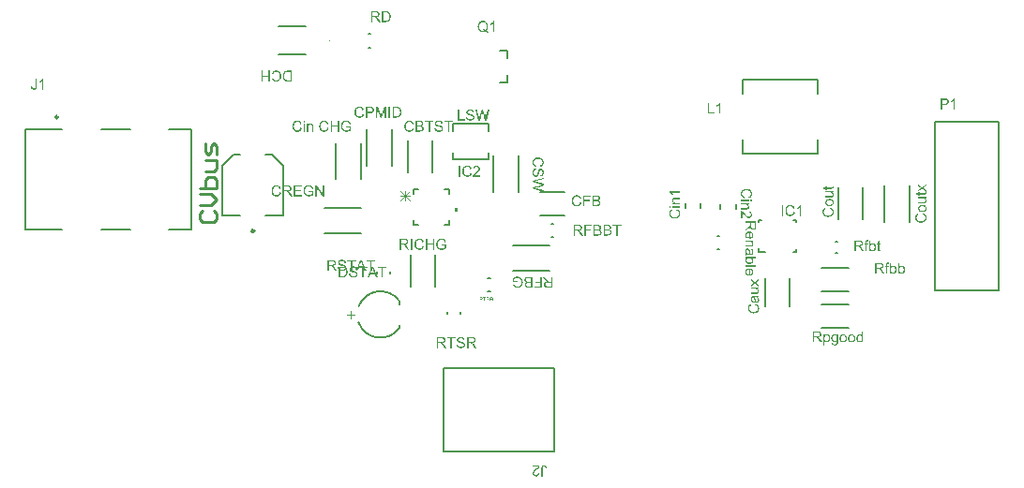
<source format=gto>
G04*
G04 #@! TF.GenerationSoftware,Altium Limited,Altium Designer,24.2.2 (26)*
G04*
G04 Layer_Color=65535*
%FSLAX44Y44*%
%MOMM*%
G71*
G04*
G04 #@! TF.SameCoordinates,AEC4A8A8-F976-43A1-B07D-7652D342165A*
G04*
G04*
G04 #@! TF.FilePolarity,Positive*
G04*
G01*
G75*
%ADD10C,0.1000*%
%ADD11C,0.2500*%
%ADD12C,0.1500*%
%ADD13C,0.2000*%
%ADD14C,0.1524*%
%ADD15C,0.0762*%
%ADD16C,0.2540*%
G36*
X677886Y1064173D02*
X680426D01*
Y1060363D01*
X677886D01*
Y1064173D01*
D02*
G37*
G36*
X683220Y947368D02*
X683311D01*
X683420Y947359D01*
X683545Y947351D01*
X683678Y947335D01*
X683828Y947318D01*
X683978Y947293D01*
X684295Y947226D01*
X684628Y947143D01*
X684944Y947026D01*
X684953D01*
X684978Y947010D01*
X685028Y946993D01*
X685078Y946960D01*
X685153Y946926D01*
X685228Y946876D01*
X685319Y946826D01*
X685419Y946768D01*
X685619Y946618D01*
X685836Y946443D01*
X686036Y946235D01*
X686136Y946118D01*
X686219Y945993D01*
X686227Y945985D01*
X686236Y945960D01*
X686261Y945927D01*
X686294Y945877D01*
X686327Y945810D01*
X686361Y945735D01*
X686402Y945652D01*
X686452Y945552D01*
X686494Y945443D01*
X686536Y945327D01*
X686577Y945202D01*
X686611Y945069D01*
X686669Y944777D01*
X686694Y944627D01*
X686702Y944469D01*
X685469Y944377D01*
Y944385D01*
X685461Y944419D01*
X685453Y944469D01*
X685444Y944527D01*
X685428Y944602D01*
X685411Y944694D01*
X685378Y944793D01*
X685344Y944893D01*
X685261Y945118D01*
X685203Y945235D01*
X685136Y945352D01*
X685069Y945460D01*
X684986Y945568D01*
X684886Y945677D01*
X684786Y945768D01*
X684778Y945777D01*
X684761Y945785D01*
X684728Y945810D01*
X684678Y945843D01*
X684620Y945877D01*
X684545Y945918D01*
X684461Y945960D01*
X684361Y946010D01*
X684245Y946051D01*
X684120Y946093D01*
X683978Y946135D01*
X683828Y946168D01*
X683661Y946201D01*
X683486Y946227D01*
X683295Y946235D01*
X683087Y946243D01*
X682978D01*
X682895Y946235D01*
X682795Y946227D01*
X682687Y946218D01*
X682562Y946210D01*
X682437Y946193D01*
X682153Y946135D01*
X681870Y946060D01*
X681737Y946010D01*
X681604Y945952D01*
X681487Y945885D01*
X681379Y945810D01*
X681370Y945802D01*
X681354Y945793D01*
X681329Y945768D01*
X681295Y945735D01*
X681254Y945693D01*
X681212Y945643D01*
X681112Y945518D01*
X681012Y945368D01*
X680929Y945193D01*
X680895Y945102D01*
X680871Y944994D01*
X680854Y944885D01*
X680845Y944777D01*
Y944769D01*
Y944752D01*
Y944727D01*
X680854Y944694D01*
X680862Y944594D01*
X680895Y944469D01*
X680937Y944335D01*
X681004Y944194D01*
X681095Y944044D01*
X681154Y943977D01*
X681220Y943910D01*
X681229D01*
X681237Y943894D01*
X681262Y943877D01*
X681304Y943852D01*
X681354Y943819D01*
X681420Y943785D01*
X681504Y943744D01*
X681604Y943694D01*
X681720Y943644D01*
X681862Y943594D01*
X682020Y943536D01*
X682204Y943469D01*
X682403Y943411D01*
X682637Y943344D01*
X682887Y943277D01*
X683170Y943211D01*
X683186D01*
X683236Y943194D01*
X683320Y943177D01*
X683428Y943152D01*
X683553Y943119D01*
X683703Y943086D01*
X683861Y943044D01*
X684028Y943002D01*
X684386Y942911D01*
X684744Y942802D01*
X684911Y942752D01*
X685069Y942694D01*
X685211Y942644D01*
X685328Y942594D01*
X685336Y942586D01*
X685369Y942577D01*
X685411Y942552D01*
X685469Y942527D01*
X685536Y942486D01*
X685619Y942436D01*
X685711Y942386D01*
X685803Y942327D01*
X686011Y942178D01*
X686219Y942011D01*
X686411Y941819D01*
X686502Y941711D01*
X686586Y941603D01*
X686594Y941594D01*
X686602Y941578D01*
X686627Y941544D01*
X686652Y941494D01*
X686677Y941436D01*
X686719Y941369D01*
X686752Y941294D01*
X686794Y941203D01*
X686827Y941111D01*
X686869Y941003D01*
X686927Y940770D01*
X686977Y940503D01*
X686986Y940361D01*
X686994Y940220D01*
Y940211D01*
Y940186D01*
Y940145D01*
X686986Y940086D01*
X686977Y940020D01*
X686969Y939936D01*
X686961Y939845D01*
X686936Y939745D01*
X686886Y939520D01*
X686802Y939270D01*
X686752Y939137D01*
X686694Y939003D01*
X686627Y938878D01*
X686544Y938745D01*
X686536Y938737D01*
X686527Y938712D01*
X686494Y938678D01*
X686461Y938637D01*
X686419Y938578D01*
X686361Y938512D01*
X686294Y938437D01*
X686219Y938354D01*
X686136Y938270D01*
X686036Y938187D01*
X685936Y938095D01*
X685819Y938004D01*
X685694Y937920D01*
X685561Y937837D01*
X685411Y937754D01*
X685261Y937679D01*
X685253D01*
X685219Y937662D01*
X685178Y937645D01*
X685111Y937620D01*
X685036Y937595D01*
X684944Y937562D01*
X684836Y937529D01*
X684711Y937495D01*
X684578Y937454D01*
X684436Y937420D01*
X684286Y937387D01*
X684120Y937362D01*
X683945Y937337D01*
X683770Y937320D01*
X683578Y937312D01*
X683387Y937304D01*
X683261D01*
X683170Y937312D01*
X683053D01*
X682920Y937320D01*
X682770Y937337D01*
X682612Y937354D01*
X682445Y937370D01*
X682262Y937395D01*
X681895Y937462D01*
X681520Y937562D01*
X681345Y937620D01*
X681170Y937687D01*
X681162Y937695D01*
X681129Y937704D01*
X681087Y937729D01*
X681020Y937762D01*
X680946Y937804D01*
X680862Y937845D01*
X680762Y937904D01*
X680662Y937979D01*
X680554Y938054D01*
X680437Y938137D01*
X680321Y938229D01*
X680204Y938337D01*
X680087Y938445D01*
X679979Y938570D01*
X679871Y938695D01*
X679771Y938837D01*
X679762Y938845D01*
X679746Y938870D01*
X679721Y938912D01*
X679687Y938970D01*
X679654Y939045D01*
X679613Y939137D01*
X679563Y939237D01*
X679512Y939345D01*
X679463Y939470D01*
X679421Y939603D01*
X679371Y939753D01*
X679329Y939903D01*
X679296Y940070D01*
X679271Y940236D01*
X679246Y940411D01*
X679238Y940595D01*
X680454Y940703D01*
Y940695D01*
X680462Y940670D01*
Y940636D01*
X680471Y940578D01*
X680487Y940520D01*
X680496Y940445D01*
X680512Y940361D01*
X680537Y940278D01*
X680587Y940086D01*
X680662Y939886D01*
X680745Y939687D01*
X680854Y939495D01*
Y939487D01*
X680871Y939478D01*
X680887Y939453D01*
X680912Y939420D01*
X680987Y939328D01*
X681095Y939228D01*
X681229Y939103D01*
X681395Y938978D01*
X681595Y938853D01*
X681829Y938737D01*
X681837D01*
X681862Y938728D01*
X681895Y938712D01*
X681945Y938695D01*
X682012Y938670D01*
X682087Y938645D01*
X682170Y938620D01*
X682270Y938595D01*
X682370Y938570D01*
X682487Y938545D01*
X682745Y938495D01*
X683028Y938462D01*
X683328Y938454D01*
X683453D01*
X683520Y938462D01*
X683595D01*
X683678Y938470D01*
X683770Y938478D01*
X683970Y938503D01*
X684186Y938545D01*
X684411Y938595D01*
X684628Y938670D01*
X684636D01*
X684653Y938678D01*
X684686Y938695D01*
X684719Y938712D01*
X684819Y938762D01*
X684944Y938828D01*
X685086Y938912D01*
X685219Y939012D01*
X685353Y939137D01*
X685469Y939270D01*
Y939278D01*
X685478Y939287D01*
X685511Y939337D01*
X685561Y939412D01*
X685611Y939520D01*
X685661Y939645D01*
X685711Y939787D01*
X685744Y939936D01*
X685753Y940103D01*
Y940111D01*
Y940120D01*
Y940145D01*
Y940178D01*
X685736Y940270D01*
X685719Y940378D01*
X685686Y940503D01*
X685644Y940636D01*
X685578Y940770D01*
X685486Y940903D01*
X685478Y940919D01*
X685436Y940961D01*
X685369Y941028D01*
X685278Y941111D01*
X685153Y941203D01*
X685003Y941294D01*
X684819Y941394D01*
X684603Y941486D01*
X684594D01*
X684586Y941494D01*
X684561Y941503D01*
X684520Y941511D01*
X684470Y941528D01*
X684411Y941553D01*
X684328Y941578D01*
X684236Y941603D01*
X684128Y941628D01*
X684003Y941669D01*
X683861Y941703D01*
X683703Y941744D01*
X683520Y941794D01*
X683328Y941844D01*
X683103Y941894D01*
X682862Y941953D01*
X682845D01*
X682803Y941969D01*
X682737Y941986D01*
X682645Y942011D01*
X682537Y942036D01*
X682412Y942069D01*
X682270Y942111D01*
X682120Y942152D01*
X681812Y942244D01*
X681504Y942353D01*
X681354Y942402D01*
X681212Y942461D01*
X681087Y942511D01*
X680979Y942569D01*
X680970Y942577D01*
X680946Y942586D01*
X680912Y942611D01*
X680862Y942636D01*
X680812Y942669D01*
X680745Y942711D01*
X680587Y942819D01*
X680421Y942952D01*
X680254Y943111D01*
X680087Y943286D01*
X679946Y943477D01*
Y943485D01*
X679929Y943502D01*
X679912Y943536D01*
X679896Y943569D01*
X679871Y943627D01*
X679837Y943686D01*
X679804Y943752D01*
X679779Y943836D01*
X679712Y944010D01*
X679654Y944219D01*
X679621Y944444D01*
X679604Y944685D01*
Y944694D01*
Y944719D01*
Y944760D01*
X679613Y944810D01*
X679621Y944877D01*
X679629Y944952D01*
X679638Y945043D01*
X679654Y945135D01*
X679704Y945352D01*
X679779Y945585D01*
X679829Y945702D01*
X679887Y945827D01*
X679946Y945943D01*
X680021Y946068D01*
X680029Y946077D01*
X680037Y946093D01*
X680062Y946126D01*
X680096Y946177D01*
X680146Y946227D01*
X680196Y946293D01*
X680254Y946360D01*
X680329Y946435D01*
X680412Y946510D01*
X680504Y946585D01*
X680604Y946668D01*
X680712Y946751D01*
X680829Y946826D01*
X680954Y946910D01*
X681095Y946976D01*
X681237Y947043D01*
X681245D01*
X681270Y947060D01*
X681320Y947076D01*
X681379Y947093D01*
X681454Y947118D01*
X681545Y947151D01*
X681645Y947176D01*
X681762Y947210D01*
X681895Y947243D01*
X682029Y947268D01*
X682178Y947301D01*
X682337Y947326D01*
X682678Y947359D01*
X683037Y947376D01*
X683145D01*
X683220Y947368D01*
D02*
G37*
G36*
X693409Y947201D02*
X693534Y947193D01*
X693676Y947185D01*
X693826Y947176D01*
X694142Y947143D01*
X694475Y947101D01*
X694634Y947068D01*
X694792Y947035D01*
X694933Y946993D01*
X695067Y946943D01*
X695075D01*
X695100Y946935D01*
X695134Y946918D01*
X695175Y946893D01*
X695234Y946860D01*
X695300Y946826D01*
X695458Y946735D01*
X695625Y946601D01*
X695717Y946526D01*
X695808Y946443D01*
X695900Y946351D01*
X695983Y946252D01*
X696067Y946135D01*
X696150Y946018D01*
X696158Y946010D01*
X696167Y945985D01*
X696191Y945952D01*
X696217Y945902D01*
X696242Y945843D01*
X696283Y945768D01*
X696317Y945677D01*
X696358Y945585D01*
X696392Y945477D01*
X696433Y945368D01*
X696491Y945118D01*
X696542Y944844D01*
X696550Y944702D01*
X696558Y944552D01*
Y944544D01*
Y944502D01*
X696550Y944452D01*
Y944377D01*
X696542Y944285D01*
X696525Y944185D01*
X696500Y944069D01*
X696475Y943944D01*
X696441Y943811D01*
X696392Y943669D01*
X696341Y943519D01*
X696275Y943377D01*
X696200Y943227D01*
X696108Y943077D01*
X696000Y942936D01*
X695883Y942802D01*
X695875Y942794D01*
X695850Y942769D01*
X695808Y942736D01*
X695758Y942686D01*
X695683Y942636D01*
X695600Y942569D01*
X695492Y942503D01*
X695375Y942428D01*
X695234Y942353D01*
X695083Y942269D01*
X694909Y942194D01*
X694725Y942128D01*
X694517Y942061D01*
X694300Y941994D01*
X694067Y941944D01*
X693809Y941903D01*
X693817D01*
X693834Y941894D01*
X693859Y941878D01*
X693892Y941861D01*
X693984Y941811D01*
X694100Y941744D01*
X694225Y941669D01*
X694350Y941586D01*
X694475Y941503D01*
X694584Y941411D01*
X694592Y941403D01*
X694609Y941386D01*
X694642Y941361D01*
X694684Y941319D01*
X694734Y941269D01*
X694792Y941211D01*
X694859Y941136D01*
X694933Y941053D01*
X695008Y940969D01*
X695092Y940870D01*
X695275Y940645D01*
X695467Y940395D01*
X695658Y940120D01*
X697341Y937470D01*
X695733D01*
X694442Y939495D01*
X694434Y939503D01*
X694417Y939537D01*
X694384Y939578D01*
X694350Y939637D01*
X694300Y939712D01*
X694242Y939795D01*
X694184Y939886D01*
X694117Y939995D01*
X693967Y940203D01*
X693809Y940428D01*
X693651Y940645D01*
X693584Y940745D01*
X693509Y940836D01*
Y940844D01*
X693492Y940853D01*
X693476Y940878D01*
X693451Y940911D01*
X693376Y940994D01*
X693292Y941095D01*
X693184Y941203D01*
X693076Y941311D01*
X692959Y941403D01*
X692851Y941486D01*
X692842Y941494D01*
X692801Y941519D01*
X692742Y941544D01*
X692676Y941586D01*
X692584Y941628D01*
X692484Y941669D01*
X692376Y941711D01*
X692268Y941744D01*
X692259D01*
X692226Y941753D01*
X692176Y941761D01*
X692101Y941769D01*
X692001Y941778D01*
X691876Y941786D01*
X691726Y941794D01*
X690060D01*
Y937470D01*
X688768D01*
Y947210D01*
X693301D01*
X693409Y947201D01*
D02*
G37*
G36*
X678354Y946060D02*
X675130D01*
Y937470D01*
X673839D01*
Y946060D01*
X670631D01*
Y947210D01*
X678354D01*
Y946060D01*
D02*
G37*
G36*
X666199Y947201D02*
X666324Y947193D01*
X666466Y947185D01*
X666616Y947176D01*
X666932Y947143D01*
X667266Y947101D01*
X667424Y947068D01*
X667582Y947035D01*
X667724Y946993D01*
X667857Y946943D01*
X667866D01*
X667890Y946935D01*
X667924Y946918D01*
X667965Y946893D01*
X668024Y946860D01*
X668090Y946826D01*
X668249Y946735D01*
X668415Y946601D01*
X668507Y946526D01*
X668599Y946443D01*
X668690Y946351D01*
X668774Y946252D01*
X668857Y946135D01*
X668940Y946018D01*
X668949Y946010D01*
X668957Y945985D01*
X668982Y945952D01*
X669007Y945902D01*
X669032Y945843D01*
X669073Y945768D01*
X669107Y945677D01*
X669148Y945585D01*
X669182Y945477D01*
X669223Y945368D01*
X669282Y945118D01*
X669332Y944844D01*
X669340Y944702D01*
X669348Y944552D01*
Y944544D01*
Y944502D01*
X669340Y944452D01*
Y944377D01*
X669332Y944285D01*
X669315Y944185D01*
X669290Y944069D01*
X669265Y943944D01*
X669232Y943811D01*
X669182Y943669D01*
X669132Y943519D01*
X669065Y943377D01*
X668990Y943227D01*
X668898Y943077D01*
X668790Y942936D01*
X668674Y942802D01*
X668665Y942794D01*
X668640Y942769D01*
X668599Y942736D01*
X668549Y942686D01*
X668474Y942636D01*
X668390Y942569D01*
X668282Y942503D01*
X668165Y942428D01*
X668024Y942353D01*
X667874Y942269D01*
X667699Y942194D01*
X667516Y942128D01*
X667307Y942061D01*
X667091Y941994D01*
X666857Y941944D01*
X666599Y941903D01*
X666608D01*
X666624Y941894D01*
X666649Y941878D01*
X666682Y941861D01*
X666774Y941811D01*
X666891Y941744D01*
X667016Y941669D01*
X667141Y941586D01*
X667266Y941503D01*
X667374Y941411D01*
X667382Y941403D01*
X667399Y941386D01*
X667432Y941361D01*
X667474Y941319D01*
X667524Y941269D01*
X667582Y941211D01*
X667649Y941136D01*
X667724Y941053D01*
X667799Y940969D01*
X667882Y940870D01*
X668065Y940645D01*
X668257Y940395D01*
X668449Y940120D01*
X670132Y937470D01*
X668524D01*
X667232Y939495D01*
X667224Y939503D01*
X667207Y939537D01*
X667174Y939578D01*
X667141Y939637D01*
X667091Y939712D01*
X667032Y939795D01*
X666974Y939886D01*
X666907Y939995D01*
X666757Y940203D01*
X666599Y940428D01*
X666441Y940645D01*
X666374Y940745D01*
X666299Y940836D01*
Y940844D01*
X666283Y940853D01*
X666266Y940878D01*
X666241Y940911D01*
X666166Y940994D01*
X666083Y941095D01*
X665974Y941203D01*
X665866Y941311D01*
X665749Y941403D01*
X665641Y941486D01*
X665633Y941494D01*
X665591Y941519D01*
X665533Y941544D01*
X665466Y941586D01*
X665374Y941628D01*
X665275Y941669D01*
X665166Y941711D01*
X665058Y941744D01*
X665050D01*
X665016Y941753D01*
X664966Y941761D01*
X664891Y941769D01*
X664791Y941778D01*
X664666Y941786D01*
X664516Y941794D01*
X662850D01*
Y937470D01*
X661559D01*
Y947210D01*
X666091D01*
X666199Y947201D01*
D02*
G37*
G36*
X707358Y983381D02*
X707388D01*
X707424Y983378D01*
X707466Y983375D01*
X707510Y983370D01*
X707560Y983364D01*
X707609Y983356D01*
X707715Y983334D01*
X707825Y983306D01*
X707931Y983267D01*
X707933D01*
X707942Y983262D01*
X707958Y983256D01*
X707975Y983245D01*
X708000Y983234D01*
X708025Y983217D01*
X708055Y983201D01*
X708089Y983182D01*
X708155Y983132D01*
X708227Y983074D01*
X708293Y983004D01*
X708327Y982966D01*
X708354Y982924D01*
X708357Y982921D01*
X708360Y982913D01*
X708368Y982902D01*
X708379Y982885D01*
X708390Y982863D01*
X708401Y982838D01*
X708415Y982811D01*
X708432Y982777D01*
X708446Y982741D01*
X708459Y982703D01*
X708473Y982661D01*
X708484Y982617D01*
X708504Y982520D01*
X708512Y982470D01*
X708515Y982417D01*
X708105Y982387D01*
Y982390D01*
X708102Y982401D01*
X708100Y982417D01*
X708097Y982437D01*
X708091Y982462D01*
X708086Y982492D01*
X708075Y982525D01*
X708064Y982559D01*
X708036Y982633D01*
X708017Y982672D01*
X707994Y982711D01*
X707972Y982747D01*
X707944Y982783D01*
X707911Y982819D01*
X707878Y982849D01*
X707875Y982852D01*
X707870Y982855D01*
X707859Y982863D01*
X707842Y982874D01*
X707823Y982885D01*
X707798Y982899D01*
X707770Y982913D01*
X707737Y982930D01*
X707698Y982943D01*
X707657Y982957D01*
X707609Y982971D01*
X707560Y982982D01*
X707504Y982993D01*
X707446Y983002D01*
X707383Y983004D01*
X707313Y983007D01*
X707277D01*
X707250Y983004D01*
X707216Y983002D01*
X707180Y982999D01*
X707139Y982996D01*
X707097Y982990D01*
X707003Y982971D01*
X706909Y982946D01*
X706865Y982930D01*
X706821Y982910D01*
X706782Y982888D01*
X706746Y982863D01*
X706743Y982860D01*
X706737Y982858D01*
X706729Y982849D01*
X706718Y982838D01*
X706704Y982824D01*
X706690Y982808D01*
X706657Y982766D01*
X706624Y982716D01*
X706596Y982658D01*
X706585Y982628D01*
X706577Y982592D01*
X706571Y982556D01*
X706569Y982520D01*
Y982517D01*
Y982512D01*
Y982503D01*
X706571Y982492D01*
X706574Y982459D01*
X706585Y982417D01*
X706599Y982373D01*
X706621Y982326D01*
X706652Y982276D01*
X706671Y982254D01*
X706693Y982232D01*
X706696D01*
X706699Y982226D01*
X706707Y982221D01*
X706721Y982213D01*
X706737Y982201D01*
X706759Y982190D01*
X706787Y982177D01*
X706821Y982160D01*
X706859Y982143D01*
X706906Y982127D01*
X706959Y982107D01*
X707020Y982085D01*
X707086Y982066D01*
X707164Y982044D01*
X707247Y982021D01*
X707341Y981999D01*
X707346D01*
X707363Y981994D01*
X707391Y981988D01*
X707427Y981980D01*
X707468Y981969D01*
X707518Y981958D01*
X707571Y981944D01*
X707626Y981930D01*
X707745Y981900D01*
X707864Y981864D01*
X707920Y981847D01*
X707972Y981828D01*
X708019Y981811D01*
X708058Y981795D01*
X708061Y981792D01*
X708072Y981789D01*
X708086Y981781D01*
X708105Y981772D01*
X708127Y981758D01*
X708155Y981742D01*
X708185Y981725D01*
X708216Y981706D01*
X708285Y981656D01*
X708354Y981601D01*
X708418Y981537D01*
X708448Y981501D01*
X708476Y981465D01*
X708479Y981462D01*
X708482Y981457D01*
X708490Y981446D01*
X708498Y981429D01*
X708506Y981410D01*
X708520Y981387D01*
X708531Y981363D01*
X708545Y981332D01*
X708556Y981302D01*
X708570Y981266D01*
X708590Y981188D01*
X708606Y981099D01*
X708609Y981052D01*
X708612Y981005D01*
Y981003D01*
Y980994D01*
Y980981D01*
X708609Y980961D01*
X708606Y980939D01*
X708603Y980911D01*
X708601Y980881D01*
X708592Y980848D01*
X708576Y980773D01*
X708548Y980690D01*
X708531Y980646D01*
X708512Y980601D01*
X708490Y980560D01*
X708462Y980515D01*
X708459Y980513D01*
X708457Y980504D01*
X708446Y980493D01*
X708435Y980479D01*
X708421Y980460D01*
X708401Y980438D01*
X708379Y980413D01*
X708354Y980385D01*
X708327Y980358D01*
X708293Y980330D01*
X708260Y980299D01*
X708221Y980269D01*
X708180Y980241D01*
X708136Y980214D01*
X708086Y980186D01*
X708036Y980161D01*
X708033D01*
X708022Y980155D01*
X708008Y980150D01*
X707986Y980142D01*
X707961Y980133D01*
X707931Y980122D01*
X707895Y980111D01*
X707853Y980100D01*
X707809Y980086D01*
X707762Y980075D01*
X707712Y980064D01*
X707657Y980056D01*
X707598Y980048D01*
X707540Y980042D01*
X707477Y980039D01*
X707413Y980036D01*
X707371D01*
X707341Y980039D01*
X707302D01*
X707258Y980042D01*
X707208Y980048D01*
X707156Y980053D01*
X707100Y980059D01*
X707039Y980067D01*
X706917Y980089D01*
X706793Y980122D01*
X706735Y980142D01*
X706676Y980164D01*
X706674Y980166D01*
X706663Y980169D01*
X706649Y980178D01*
X706627Y980189D01*
X706602Y980202D01*
X706574Y980216D01*
X706541Y980236D01*
X706508Y980261D01*
X706472Y980286D01*
X706433Y980313D01*
X706394Y980344D01*
X706355Y980380D01*
X706317Y980416D01*
X706281Y980457D01*
X706245Y980499D01*
X706211Y980546D01*
X706209Y980549D01*
X706203Y980557D01*
X706195Y980571D01*
X706184Y980590D01*
X706173Y980615D01*
X706159Y980646D01*
X706142Y980679D01*
X706125Y980715D01*
X706109Y980756D01*
X706095Y980800D01*
X706078Y980850D01*
X706065Y980900D01*
X706054Y980956D01*
X706045Y981011D01*
X706037Y981069D01*
X706034Y981130D01*
X706438Y981166D01*
Y981163D01*
X706441Y981155D01*
Y981144D01*
X706444Y981124D01*
X706450Y981105D01*
X706452Y981080D01*
X706458Y981052D01*
X706466Y981025D01*
X706483Y980961D01*
X706508Y980895D01*
X706535Y980828D01*
X706571Y980764D01*
Y980762D01*
X706577Y980759D01*
X706582Y980751D01*
X706591Y980740D01*
X706616Y980709D01*
X706652Y980676D01*
X706696Y980634D01*
X706751Y980593D01*
X706818Y980551D01*
X706895Y980513D01*
X706898D01*
X706906Y980510D01*
X706917Y980504D01*
X706934Y980499D01*
X706956Y980490D01*
X706981Y980482D01*
X707009Y980474D01*
X707042Y980465D01*
X707075Y980457D01*
X707114Y980449D01*
X707200Y980432D01*
X707294Y980421D01*
X707394Y980418D01*
X707435D01*
X707457Y980421D01*
X707482D01*
X707510Y980424D01*
X707540Y980427D01*
X707607Y980435D01*
X707679Y980449D01*
X707754Y980465D01*
X707825Y980490D01*
X707828D01*
X707834Y980493D01*
X707845Y980499D01*
X707856Y980504D01*
X707889Y980521D01*
X707931Y980543D01*
X707978Y980571D01*
X708022Y980604D01*
X708066Y980646D01*
X708105Y980690D01*
Y980693D01*
X708108Y980695D01*
X708119Y980712D01*
X708136Y980737D01*
X708152Y980773D01*
X708169Y980814D01*
X708185Y980861D01*
X708196Y980911D01*
X708199Y980967D01*
Y980969D01*
Y980972D01*
Y980981D01*
Y980992D01*
X708194Y981022D01*
X708188Y981058D01*
X708177Y981099D01*
X708163Y981144D01*
X708141Y981188D01*
X708111Y981232D01*
X708108Y981238D01*
X708094Y981252D01*
X708072Y981274D01*
X708041Y981302D01*
X708000Y981332D01*
X707950Y981363D01*
X707889Y981396D01*
X707817Y981426D01*
X707814D01*
X707812Y981429D01*
X707803Y981432D01*
X707790Y981434D01*
X707773Y981440D01*
X707754Y981448D01*
X707726Y981457D01*
X707695Y981465D01*
X707659Y981473D01*
X707618Y981487D01*
X707571Y981498D01*
X707518Y981512D01*
X707457Y981529D01*
X707394Y981545D01*
X707319Y981562D01*
X707238Y981581D01*
X707233D01*
X707219Y981587D01*
X707197Y981592D01*
X707167Y981601D01*
X707131Y981609D01*
X707089Y981620D01*
X707042Y981634D01*
X706992Y981648D01*
X706890Y981678D01*
X706787Y981714D01*
X706737Y981731D01*
X706690Y981750D01*
X706649Y981767D01*
X706613Y981786D01*
X706610Y981789D01*
X706602Y981792D01*
X706591Y981800D01*
X706574Y981808D01*
X706557Y981819D01*
X706535Y981833D01*
X706483Y981869D01*
X706427Y981914D01*
X706372Y981966D01*
X706317Y982024D01*
X706270Y982088D01*
Y982091D01*
X706264Y982096D01*
X706258Y982107D01*
X706253Y982118D01*
X706245Y982138D01*
X706234Y982157D01*
X706222Y982179D01*
X706214Y982207D01*
X706192Y982265D01*
X706173Y982334D01*
X706161Y982409D01*
X706156Y982489D01*
Y982492D01*
Y982500D01*
Y982514D01*
X706159Y982531D01*
X706161Y982553D01*
X706164Y982578D01*
X706167Y982608D01*
X706173Y982639D01*
X706189Y982711D01*
X706214Y982788D01*
X706231Y982827D01*
X706250Y982869D01*
X706270Y982907D01*
X706294Y982949D01*
X706297Y982952D01*
X706300Y982957D01*
X706308Y982968D01*
X706319Y982985D01*
X706336Y983002D01*
X706353Y983024D01*
X706372Y983046D01*
X706397Y983071D01*
X706424Y983096D01*
X706455Y983121D01*
X706488Y983148D01*
X706524Y983176D01*
X706563Y983201D01*
X706605Y983229D01*
X706652Y983251D01*
X706699Y983273D01*
X706701D01*
X706710Y983278D01*
X706726Y983284D01*
X706746Y983289D01*
X706771Y983298D01*
X706801Y983309D01*
X706834Y983317D01*
X706873Y983328D01*
X706917Y983339D01*
X706962Y983348D01*
X707011Y983359D01*
X707064Y983367D01*
X707178Y983378D01*
X707297Y983384D01*
X707333D01*
X707358Y983381D01*
D02*
G37*
G36*
X710766D02*
X710796D01*
X710832Y983378D01*
X710874Y983375D01*
X710918Y983370D01*
X710965Y983364D01*
X711015Y983356D01*
X711120Y983334D01*
X711231Y983306D01*
X711339Y983267D01*
X711342D01*
X711353Y983262D01*
X711367Y983256D01*
X711386Y983245D01*
X711411Y983234D01*
X711439Y983220D01*
X711469Y983204D01*
X711502Y983184D01*
X711574Y983140D01*
X711646Y983087D01*
X711718Y983024D01*
X711754Y982988D01*
X711785Y982952D01*
X711787Y982949D01*
X711793Y982943D01*
X711801Y982932D01*
X711812Y982916D01*
X711826Y982894D01*
X711840Y982871D01*
X711859Y982841D01*
X711876Y982811D01*
X711895Y982775D01*
X711917Y982733D01*
X711937Y982691D01*
X711956Y982644D01*
X711978Y982592D01*
X711998Y982539D01*
X712014Y982484D01*
X712031Y982423D01*
X711643Y982315D01*
Y982318D01*
X711641Y982326D01*
X711635Y982340D01*
X711629Y982356D01*
X711624Y982376D01*
X711616Y982401D01*
X711593Y982456D01*
X711569Y982520D01*
X711538Y982583D01*
X711502Y982647D01*
X711463Y982705D01*
Y982708D01*
X711458Y982711D01*
X711444Y982728D01*
X711419Y982755D01*
X711383Y982786D01*
X711342Y982822D01*
X711286Y982860D01*
X711225Y982899D01*
X711153Y982932D01*
X711151D01*
X711145Y982935D01*
X711134Y982941D01*
X711117Y982946D01*
X711098Y982952D01*
X711076Y982960D01*
X711051Y982968D01*
X711023Y982977D01*
X710990Y982982D01*
X710957Y982990D01*
X710879Y983004D01*
X710796Y983015D01*
X710708Y983018D01*
X710658D01*
X710633Y983015D01*
X710602Y983013D01*
X710569Y983010D01*
X710533Y983007D01*
X710456Y982996D01*
X710370Y982979D01*
X710281Y982957D01*
X710198Y982927D01*
X710195D01*
X710190Y982924D01*
X710179Y982918D01*
X710162Y982910D01*
X710145Y982902D01*
X710123Y982891D01*
X710076Y982863D01*
X710021Y982830D01*
X709963Y982791D01*
X709905Y982744D01*
X709852Y982691D01*
X709849Y982689D01*
X709846Y982686D01*
X709841Y982678D01*
X709830Y982667D01*
X709808Y982636D01*
X709777Y982597D01*
X709747Y982550D01*
X709711Y982498D01*
X709680Y982437D01*
X709650Y982373D01*
Y982370D01*
X709644Y982359D01*
X709639Y982343D01*
X709631Y982320D01*
X709622Y982293D01*
X709611Y982260D01*
X709600Y982221D01*
X709589Y982179D01*
X709578Y982132D01*
X709567Y982082D01*
X709556Y982027D01*
X709548Y981969D01*
X709534Y981850D01*
X709531Y981786D01*
X709528Y981720D01*
Y981714D01*
Y981700D01*
Y981678D01*
X709531Y981648D01*
X709534Y981612D01*
X709537Y981567D01*
X709539Y981520D01*
X709548Y981468D01*
X709553Y981412D01*
X709564Y981354D01*
X709589Y981232D01*
X709606Y981171D01*
X709628Y981111D01*
X709650Y981052D01*
X709675Y980997D01*
X709678Y980994D01*
X709683Y980983D01*
X709691Y980969D01*
X709703Y980950D01*
X709719Y980925D01*
X709739Y980897D01*
X709761Y980867D01*
X709786Y980834D01*
X709813Y980800D01*
X709846Y980764D01*
X709883Y980729D01*
X709921Y980693D01*
X709963Y980657D01*
X710010Y980623D01*
X710057Y980593D01*
X710110Y980565D01*
X710112Y980562D01*
X710123Y980560D01*
X710137Y980551D01*
X710159Y980543D01*
X710184Y980532D01*
X710218Y980521D01*
X710254Y980507D01*
X710292Y980496D01*
X710337Y980482D01*
X710384Y980468D01*
X710434Y980457D01*
X710483Y980446D01*
X710597Y980430D01*
X710655Y980427D01*
X710713Y980424D01*
X710741D01*
X710760Y980427D01*
X710785D01*
X710816Y980430D01*
X710849Y980432D01*
X710885Y980438D01*
X710926Y980443D01*
X710968Y980449D01*
X711059Y980468D01*
X711156Y980493D01*
X711256Y980529D01*
X711258D01*
X711267Y980535D01*
X711281Y980540D01*
X711300Y980549D01*
X711322Y980557D01*
X711347Y980571D01*
X711375Y980582D01*
X711405Y980598D01*
X711472Y980632D01*
X711538Y980670D01*
X711602Y980712D01*
X711632Y980734D01*
X711660Y980756D01*
Y981360D01*
X710710D01*
Y981742D01*
X712081D01*
Y980540D01*
X712078Y980537D01*
X712067Y980529D01*
X712050Y980515D01*
X712025Y980499D01*
X711998Y980479D01*
X711964Y980454D01*
X711923Y980427D01*
X711881Y980399D01*
X711834Y980369D01*
X711782Y980338D01*
X711729Y980305D01*
X711671Y980275D01*
X711552Y980214D01*
X711491Y980186D01*
X711427Y980161D01*
X711425D01*
X711414Y980155D01*
X711394Y980150D01*
X711369Y980142D01*
X711339Y980133D01*
X711303Y980122D01*
X711261Y980111D01*
X711217Y980100D01*
X711167Y980086D01*
X711112Y980075D01*
X711056Y980064D01*
X710995Y980056D01*
X710871Y980042D01*
X710807Y980039D01*
X710741Y980036D01*
X710719D01*
X710694Y980039D01*
X710660D01*
X710619Y980042D01*
X710569Y980048D01*
X710514Y980053D01*
X710453Y980061D01*
X710386Y980072D01*
X710317Y980086D01*
X710245Y980103D01*
X710173Y980122D01*
X710096Y980144D01*
X710021Y980172D01*
X709946Y980202D01*
X709872Y980238D01*
X709866Y980241D01*
X709855Y980247D01*
X709836Y980261D01*
X709808Y980277D01*
X709775Y980297D01*
X709739Y980324D01*
X709697Y980355D01*
X709653Y980388D01*
X709606Y980430D01*
X709559Y980474D01*
X709509Y980521D01*
X709462Y980574D01*
X709412Y980632D01*
X709368Y980693D01*
X709323Y980759D01*
X709285Y980828D01*
X709282Y980834D01*
X709276Y980845D01*
X709265Y980867D01*
X709254Y980897D01*
X709240Y980933D01*
X709224Y980975D01*
X709204Y981025D01*
X709188Y981083D01*
X709168Y981144D01*
X709149Y981210D01*
X709132Y981280D01*
X709118Y981357D01*
X709107Y981434D01*
X709096Y981518D01*
X709091Y981603D01*
X709088Y981692D01*
Y981695D01*
Y981698D01*
Y981714D01*
Y981739D01*
X709091Y981772D01*
X709093Y981814D01*
X709099Y981864D01*
X709105Y981919D01*
X709113Y981980D01*
X709124Y982046D01*
X709135Y982116D01*
X709152Y982188D01*
X709171Y982265D01*
X709193Y982343D01*
X709221Y982420D01*
X709251Y982498D01*
X709285Y982575D01*
X709287Y982581D01*
X709293Y982595D01*
X709304Y982614D01*
X709321Y982642D01*
X709343Y982678D01*
X709368Y982716D01*
X709395Y982758D01*
X709428Y982805D01*
X709467Y982855D01*
X709509Y982905D01*
X709556Y982954D01*
X709606Y983004D01*
X709661Y983054D01*
X709722Y983101D01*
X709786Y983146D01*
X709852Y983184D01*
X709858Y983187D01*
X709869Y983193D01*
X709891Y983204D01*
X709919Y983215D01*
X709952Y983231D01*
X709996Y983248D01*
X710043Y983265D01*
X710098Y983284D01*
X710159Y983303D01*
X710223Y983320D01*
X710295Y983337D01*
X710370Y983353D01*
X710450Y983364D01*
X710533Y983375D01*
X710619Y983381D01*
X710708Y983384D01*
X710741D01*
X710766Y983381D01*
D02*
G37*
G36*
X705741Y982946D02*
X704669D01*
Y980092D01*
X704240D01*
Y982946D01*
X703174D01*
Y983328D01*
X705741D01*
Y982946D01*
D02*
G37*
G36*
X701701Y983326D02*
X701743Y983323D01*
X701790Y983320D01*
X701840Y983317D01*
X701945Y983306D01*
X702056Y983292D01*
X702108Y983281D01*
X702161Y983270D01*
X702208Y983256D01*
X702252Y983240D01*
X702255D01*
X702263Y983237D01*
X702274Y983231D01*
X702288Y983223D01*
X702308Y983212D01*
X702330Y983201D01*
X702382Y983170D01*
X702438Y983126D01*
X702468Y983101D01*
X702499Y983074D01*
X702529Y983043D01*
X702557Y983010D01*
X702585Y982971D01*
X702612Y982932D01*
X702615Y982930D01*
X702618Y982921D01*
X702626Y982910D01*
X702634Y982894D01*
X702643Y982874D01*
X702656Y982849D01*
X702668Y982819D01*
X702681Y982788D01*
X702692Y982752D01*
X702706Y982716D01*
X702726Y982633D01*
X702742Y982542D01*
X702745Y982495D01*
X702748Y982445D01*
Y982442D01*
Y982429D01*
X702745Y982412D01*
Y982387D01*
X702742Y982356D01*
X702737Y982323D01*
X702729Y982284D01*
X702720Y982243D01*
X702709Y982199D01*
X702692Y982152D01*
X702676Y982102D01*
X702654Y982055D01*
X702629Y982005D01*
X702598Y981955D01*
X702562Y981908D01*
X702524Y981864D01*
X702521Y981861D01*
X702513Y981853D01*
X702499Y981842D01*
X702482Y981825D01*
X702457Y981808D01*
X702430Y981786D01*
X702393Y981764D01*
X702355Y981739D01*
X702308Y981714D01*
X702258Y981686D01*
X702200Y981662D01*
X702139Y981639D01*
X702069Y981617D01*
X701998Y981595D01*
X701920Y981579D01*
X701834Y981565D01*
X701837D01*
X701842Y981562D01*
X701851Y981556D01*
X701862Y981551D01*
X701892Y981534D01*
X701931Y981512D01*
X701973Y981487D01*
X702014Y981460D01*
X702056Y981432D01*
X702092Y981401D01*
X702094Y981398D01*
X702100Y981393D01*
X702111Y981385D01*
X702125Y981371D01*
X702141Y981354D01*
X702161Y981335D01*
X702183Y981310D01*
X702208Y981282D01*
X702233Y981255D01*
X702261Y981221D01*
X702321Y981147D01*
X702385Y981064D01*
X702449Y980972D01*
X703008Y980092D01*
X702474D01*
X702045Y980764D01*
X702042Y980767D01*
X702036Y980778D01*
X702025Y980792D01*
X702014Y980812D01*
X701998Y980836D01*
X701978Y980864D01*
X701959Y980895D01*
X701937Y980931D01*
X701887Y981000D01*
X701834Y981075D01*
X701782Y981147D01*
X701759Y981180D01*
X701734Y981210D01*
Y981213D01*
X701729Y981216D01*
X701723Y981224D01*
X701715Y981235D01*
X701690Y981263D01*
X701663Y981296D01*
X701627Y981332D01*
X701591Y981368D01*
X701552Y981398D01*
X701516Y981426D01*
X701513Y981429D01*
X701499Y981437D01*
X701480Y981446D01*
X701458Y981460D01*
X701427Y981473D01*
X701394Y981487D01*
X701358Y981501D01*
X701322Y981512D01*
X701319D01*
X701308Y981515D01*
X701292Y981518D01*
X701267Y981520D01*
X701233Y981523D01*
X701192Y981526D01*
X701142Y981529D01*
X700588D01*
Y980092D01*
X700159D01*
Y983328D01*
X701665D01*
X701701Y983326D01*
D02*
G37*
G36*
X575919Y1017218D02*
X576010D01*
X576119Y1017209D01*
X576244Y1017201D01*
X576377Y1017185D01*
X576527Y1017168D01*
X576677Y1017143D01*
X576993Y1017076D01*
X577327Y1016993D01*
X577643Y1016876D01*
X577652D01*
X577677Y1016860D01*
X577727Y1016843D01*
X577777Y1016810D01*
X577852Y1016776D01*
X577927Y1016726D01*
X578018Y1016676D01*
X578118Y1016618D01*
X578318Y1016468D01*
X578535Y1016293D01*
X578735Y1016085D01*
X578835Y1015968D01*
X578918Y1015843D01*
X578926Y1015835D01*
X578935Y1015810D01*
X578960Y1015777D01*
X578993Y1015727D01*
X579026Y1015660D01*
X579060Y1015585D01*
X579101Y1015502D01*
X579151Y1015402D01*
X579193Y1015293D01*
X579235Y1015177D01*
X579276Y1015052D01*
X579310Y1014919D01*
X579368Y1014627D01*
X579393Y1014477D01*
X579401Y1014319D01*
X578168Y1014227D01*
Y1014235D01*
X578160Y1014269D01*
X578152Y1014319D01*
X578143Y1014377D01*
X578127Y1014452D01*
X578110Y1014544D01*
X578077Y1014643D01*
X578043Y1014743D01*
X577960Y1014968D01*
X577902Y1015085D01*
X577835Y1015202D01*
X577768Y1015310D01*
X577685Y1015418D01*
X577585Y1015527D01*
X577485Y1015618D01*
X577477Y1015627D01*
X577460Y1015635D01*
X577427Y1015660D01*
X577377Y1015693D01*
X577318Y1015727D01*
X577243Y1015768D01*
X577160Y1015810D01*
X577060Y1015860D01*
X576944Y1015901D01*
X576819Y1015943D01*
X576677Y1015985D01*
X576527Y1016018D01*
X576360Y1016051D01*
X576185Y1016077D01*
X575994Y1016085D01*
X575785Y1016093D01*
X575677D01*
X575594Y1016085D01*
X575494Y1016077D01*
X575386Y1016068D01*
X575261Y1016060D01*
X575136Y1016043D01*
X574852Y1015985D01*
X574569Y1015910D01*
X574436Y1015860D01*
X574302Y1015802D01*
X574186Y1015735D01*
X574078Y1015660D01*
X574069Y1015652D01*
X574053Y1015643D01*
X574028Y1015618D01*
X573994Y1015585D01*
X573953Y1015543D01*
X573911Y1015493D01*
X573811Y1015368D01*
X573711Y1015218D01*
X573628Y1015043D01*
X573594Y1014952D01*
X573569Y1014844D01*
X573553Y1014735D01*
X573544Y1014627D01*
Y1014619D01*
Y1014602D01*
Y1014577D01*
X573553Y1014544D01*
X573561Y1014444D01*
X573594Y1014319D01*
X573636Y1014185D01*
X573703Y1014044D01*
X573794Y1013894D01*
X573853Y1013827D01*
X573919Y1013760D01*
X573928D01*
X573936Y1013744D01*
X573961Y1013727D01*
X574003Y1013702D01*
X574053Y1013669D01*
X574119Y1013635D01*
X574203Y1013594D01*
X574302Y1013544D01*
X574419Y1013494D01*
X574561Y1013444D01*
X574719Y1013385D01*
X574902Y1013319D01*
X575102Y1013261D01*
X575336Y1013194D01*
X575586Y1013127D01*
X575869Y1013061D01*
X575886D01*
X575935Y1013044D01*
X576019Y1013027D01*
X576127Y1013002D01*
X576252Y1012969D01*
X576402Y1012936D01*
X576560Y1012894D01*
X576727Y1012852D01*
X577085Y1012761D01*
X577443Y1012652D01*
X577610Y1012602D01*
X577768Y1012544D01*
X577910Y1012494D01*
X578027Y1012444D01*
X578035Y1012436D01*
X578068Y1012427D01*
X578110Y1012402D01*
X578168Y1012377D01*
X578235Y1012336D01*
X578318Y1012286D01*
X578410Y1012236D01*
X578502Y1012178D01*
X578710Y1012028D01*
X578918Y1011861D01*
X579110Y1011669D01*
X579201Y1011561D01*
X579285Y1011453D01*
X579293Y1011444D01*
X579301Y1011428D01*
X579326Y1011394D01*
X579351Y1011344D01*
X579376Y1011286D01*
X579418Y1011219D01*
X579451Y1011144D01*
X579493Y1011053D01*
X579526Y1010961D01*
X579568Y1010853D01*
X579626Y1010620D01*
X579676Y1010353D01*
X579684Y1010211D01*
X579693Y1010070D01*
Y1010061D01*
Y1010036D01*
Y1009995D01*
X579684Y1009936D01*
X579682Y1009920D01*
X579703Y1009897D01*
X579787Y1009797D01*
X579878Y1009680D01*
X579978Y1009555D01*
X580070Y1009414D01*
X580170Y1009272D01*
X580261Y1009114D01*
X580353Y1008947D01*
X580437Y1008764D01*
X580512Y1008580D01*
X580520Y1008572D01*
X580528Y1008539D01*
X580545Y1008481D01*
X580570Y1008406D01*
X580603Y1008306D01*
X580636Y1008189D01*
X580670Y1008064D01*
X580703Y1007914D01*
X580736Y1007747D01*
X580770Y1007572D01*
X580803Y1007381D01*
X580836Y1007181D01*
X580861Y1006964D01*
X580878Y1006739D01*
X580895Y1006506D01*
Y1006264D01*
Y1006256D01*
Y1006214D01*
Y1006156D01*
Y1006081D01*
X580886Y1005981D01*
X580878Y1005873D01*
X580870Y1005740D01*
X580861Y1005606D01*
X580845Y1005456D01*
X580828Y1005298D01*
X580786Y1004965D01*
X580720Y1004631D01*
X580628Y1004298D01*
Y1004290D01*
X580620Y1004257D01*
X580603Y1004215D01*
X580578Y1004157D01*
X580553Y1004082D01*
X580528Y1003998D01*
X580486Y1003907D01*
X580445Y1003798D01*
X580353Y1003573D01*
X580237Y1003340D01*
X580112Y1003107D01*
X579962Y1002882D01*
X579953Y1002874D01*
X579945Y1002857D01*
X579920Y1002832D01*
X579895Y1002790D01*
X579853Y1002740D01*
X579812Y1002690D01*
X579703Y1002565D01*
X579570Y1002424D01*
X579420Y1002274D01*
X579254Y1002132D01*
X579078Y1001999D01*
X579070D01*
X579053Y1001982D01*
X579029Y1001965D01*
X578995Y1001949D01*
X578945Y1001916D01*
X578895Y1001890D01*
X578829Y1001849D01*
X578754Y1001815D01*
X578587Y1001732D01*
X578387Y1001657D01*
X578170Y1001574D01*
X577920Y1001507D01*
X577912D01*
X577887Y1001499D01*
X577854Y1001491D01*
X577804Y1001482D01*
X577737Y1001474D01*
X577654Y1001457D01*
X577570Y1001441D01*
X577471Y1001432D01*
X577362Y1001416D01*
X577237Y1001399D01*
X577112Y1001382D01*
X576971Y1001374D01*
X576679Y1001357D01*
X576354Y1001349D01*
X572847D01*
Y1008239D01*
X572786Y1008295D01*
X572678Y1008420D01*
X572570Y1008545D01*
X572470Y1008687D01*
X572461Y1008695D01*
X572445Y1008720D01*
X572420Y1008762D01*
X572386Y1008820D01*
X572353Y1008895D01*
X572311Y1008987D01*
X572261Y1009087D01*
X572211Y1009195D01*
X572161Y1009320D01*
X572120Y1009453D01*
X572070Y1009603D01*
X572028Y1009753D01*
X571995Y1009920D01*
X571970Y1010086D01*
X571945Y1010261D01*
X571936Y1010445D01*
X572847Y1010526D01*
Y1011088D01*
X576479D01*
X576587Y1011080D01*
X576704D01*
X576837Y1011071D01*
X577121Y1011055D01*
X577404Y1011030D01*
X577679Y1010996D01*
X577812Y1010972D01*
X577929Y1010947D01*
X577937D01*
X577962Y1010938D01*
X578011Y1010930D01*
X577977Y1010961D01*
X577852Y1011053D01*
X577702Y1011144D01*
X577518Y1011244D01*
X577302Y1011336D01*
X577293D01*
X577285Y1011344D01*
X577260Y1011353D01*
X577219Y1011361D01*
X577169Y1011378D01*
X577110Y1011403D01*
X577027Y1011428D01*
X576935Y1011453D01*
X576827Y1011478D01*
X576702Y1011519D01*
X576560Y1011553D01*
X576402Y1011594D01*
X576219Y1011644D01*
X576027Y1011694D01*
X575802Y1011744D01*
X575560Y1011803D01*
X575544D01*
X575502Y1011819D01*
X575436Y1011836D01*
X575344Y1011861D01*
X575236Y1011886D01*
X575111Y1011919D01*
X574969Y1011961D01*
X574819Y1012002D01*
X574511Y1012094D01*
X574203Y1012203D01*
X574053Y1012253D01*
X573911Y1012311D01*
X573786Y1012361D01*
X573678Y1012419D01*
X573669Y1012427D01*
X573644Y1012436D01*
X573611Y1012461D01*
X573561Y1012486D01*
X573511Y1012519D01*
X573444Y1012561D01*
X573286Y1012669D01*
X573120Y1012802D01*
X572953Y1012961D01*
X572786Y1013136D01*
X572645Y1013327D01*
Y1013335D01*
X572628Y1013352D01*
X572611Y1013385D01*
X572595Y1013419D01*
X572570Y1013477D01*
X572536Y1013536D01*
X572503Y1013602D01*
X572478Y1013686D01*
X572411Y1013860D01*
X572353Y1014069D01*
X572320Y1014294D01*
X572303Y1014535D01*
Y1014544D01*
Y1014569D01*
Y1014610D01*
X572311Y1014660D01*
X572320Y1014727D01*
X572328Y1014802D01*
X572336Y1014893D01*
X572353Y1014985D01*
X572403Y1015202D01*
X572478Y1015435D01*
X572528Y1015552D01*
X572586Y1015677D01*
X572645Y1015793D01*
X572720Y1015918D01*
X572728Y1015927D01*
X572736Y1015943D01*
X572761Y1015976D01*
X572795Y1016027D01*
X572845Y1016077D01*
X572895Y1016143D01*
X572953Y1016210D01*
X573028Y1016285D01*
X573111Y1016360D01*
X573203Y1016435D01*
X573303Y1016518D01*
X573411Y1016601D01*
X573528Y1016676D01*
X573653Y1016760D01*
X573794Y1016826D01*
X573936Y1016893D01*
X573944D01*
X573969Y1016910D01*
X574019Y1016926D01*
X574078Y1016943D01*
X574153Y1016968D01*
X574244Y1017001D01*
X574344Y1017026D01*
X574461Y1017060D01*
X574594Y1017093D01*
X574727Y1017118D01*
X574877Y1017151D01*
X575036Y1017176D01*
X575377Y1017209D01*
X575736Y1017226D01*
X575844D01*
X575919Y1017218D01*
D02*
G37*
G36*
X596273Y1011088D02*
X598732D01*
Y1009938D01*
X596743D01*
X597813Y1007320D01*
X596347D01*
X595508Y1009505D01*
Y1001349D01*
X594216D01*
Y1009938D01*
X591009D01*
Y1009951D01*
X590065Y1007320D01*
X588699D01*
X589075Y1008301D01*
X588459Y1008255D01*
Y1008264D01*
X588451Y1008297D01*
X588443Y1008347D01*
X588434Y1008406D01*
X588418Y1008481D01*
X588401Y1008572D01*
X588368Y1008672D01*
X588335Y1008772D01*
X588251Y1008997D01*
X588193Y1009114D01*
X588126Y1009230D01*
X588060Y1009339D01*
X587976Y1009447D01*
X587876Y1009555D01*
X587776Y1009647D01*
X587768Y1009655D01*
X587751Y1009663D01*
X587718Y1009688D01*
X587668Y1009722D01*
X587610Y1009755D01*
X587535Y1009797D01*
X587451Y1009838D01*
X587351Y1009888D01*
X587235Y1009930D01*
X587110Y1009972D01*
X586968Y1010013D01*
X586818Y1010047D01*
X586652Y1010080D01*
X586477Y1010105D01*
X586285Y1010113D01*
X586077Y1010122D01*
X585968D01*
X585885Y1010113D01*
X585785Y1010105D01*
X585677Y1010097D01*
X585552Y1010088D01*
X585427Y1010072D01*
X585216Y1010028D01*
Y1007341D01*
X585393Y1007289D01*
X585627Y1007222D01*
X585877Y1007156D01*
X586160Y1007089D01*
X586177D01*
X586227Y1007073D01*
X586310Y1007056D01*
X586418Y1007031D01*
X586543Y1006998D01*
X586693Y1006964D01*
X586852Y1006923D01*
X587018Y1006881D01*
X587376Y1006789D01*
X587735Y1006681D01*
X587901Y1006631D01*
X588060Y1006573D01*
X588201Y1006523D01*
X588318Y1006473D01*
X588326Y1006464D01*
X588359Y1006456D01*
X588401Y1006431D01*
X588459Y1006406D01*
X588526Y1006364D01*
X588609Y1006314D01*
X588701Y1006264D01*
X588793Y1006206D01*
X589001Y1006056D01*
X589209Y1005890D01*
X589401Y1005698D01*
X589492Y1005590D01*
X589576Y1005481D01*
X589584Y1005473D01*
X589593Y1005456D01*
X589618Y1005423D01*
X589642Y1005373D01*
X589668Y1005315D01*
X589709Y1005248D01*
X589742Y1005173D01*
X589784Y1005081D01*
X589817Y1004990D01*
X589859Y1004881D01*
X589917Y1004648D01*
X589967Y1004381D01*
X589976Y1004240D01*
X589984Y1004098D01*
Y1004090D01*
Y1004065D01*
Y1004023D01*
X589976Y1003965D01*
X589967Y1003898D01*
X589959Y1003815D01*
X589951Y1003723D01*
X589926Y1003623D01*
X589876Y1003398D01*
X589792Y1003148D01*
X589742Y1003015D01*
X589684Y1002882D01*
X589618Y1002757D01*
X589534Y1002624D01*
X589526Y1002615D01*
X589518Y1002590D01*
X589484Y1002557D01*
X589451Y1002515D01*
X589409Y1002457D01*
X589351Y1002390D01*
X589284Y1002315D01*
X589209Y1002232D01*
X589126Y1002149D01*
X589026Y1002065D01*
X588926Y1001974D01*
X588809Y1001882D01*
X588684Y1001799D01*
X588551Y1001715D01*
X588401Y1001632D01*
X588251Y1001557D01*
X588243D01*
X588209Y1001541D01*
X588168Y1001524D01*
X588101Y1001499D01*
X588026Y1001474D01*
X587935Y1001441D01*
X587826Y1001407D01*
X587701Y1001374D01*
X587568Y1001332D01*
X587426Y1001299D01*
X587276Y1001266D01*
X587110Y1001241D01*
X586935Y1001216D01*
X586760Y1001199D01*
X586568Y1001191D01*
X586377Y1001182D01*
X586252D01*
X586160Y1001191D01*
X586043D01*
X585910Y1001199D01*
X585760Y1001216D01*
X585602Y1001232D01*
X585435Y1001249D01*
X585252Y1001274D01*
X584885Y1001341D01*
X584510Y1001441D01*
X584336Y1001499D01*
X584160Y1001566D01*
X584152Y1001574D01*
X584119Y1001582D01*
X584077Y1001607D01*
X584011Y1001640D01*
X583936Y1001682D01*
X583852Y1001724D01*
X583752Y1001782D01*
X583652Y1001857D01*
X583544Y1001932D01*
X583427Y1002015D01*
X583311Y1002107D01*
X583194Y1002215D01*
X583078Y1002324D01*
X582969Y1002449D01*
X582861Y1002574D01*
X582761Y1002715D01*
X582753Y1002724D01*
X582736Y1002749D01*
X582711Y1002790D01*
X582678Y1002849D01*
X582644Y1002924D01*
X582603Y1003015D01*
X582553Y1003115D01*
X582503Y1003223D01*
X582453Y1003348D01*
X582411Y1003482D01*
X582361Y1003632D01*
X582319Y1003782D01*
X582286Y1003948D01*
X582261Y1004115D01*
X582236Y1004290D01*
X582228Y1004473D01*
X583444Y1004582D01*
Y1004573D01*
X583452Y1004548D01*
Y1004515D01*
X583461Y1004456D01*
X583477Y1004398D01*
X583486Y1004323D01*
X583502Y1004240D01*
X583527Y1004157D01*
X583577Y1003965D01*
X583652Y1003765D01*
X583736Y1003565D01*
X583844Y1003373D01*
Y1003365D01*
X583861Y1003357D01*
X583877Y1003332D01*
X583902Y1003298D01*
X583977Y1003207D01*
X584086Y1003107D01*
X584219Y1002982D01*
X584385Y1002857D01*
X584585Y1002732D01*
X584819Y1002615D01*
X584827D01*
X584852Y1002607D01*
X584885Y1002590D01*
X584935Y1002574D01*
X585002Y1002549D01*
X585077Y1002524D01*
X585160Y1002499D01*
X585260Y1002474D01*
X585360Y1002449D01*
X585477Y1002424D01*
X585735Y1002374D01*
X586018Y1002340D01*
X586318Y1002332D01*
X586443D01*
X586510Y1002340D01*
X586585D01*
X586668Y1002349D01*
X586760Y1002357D01*
X586960Y1002382D01*
X587176Y1002424D01*
X587401Y1002474D01*
X587618Y1002549D01*
X587626D01*
X587643Y1002557D01*
X587676Y1002574D01*
X587710Y1002590D01*
X587810Y1002640D01*
X587935Y1002707D01*
X588076Y1002790D01*
X588209Y1002890D01*
X588343Y1003015D01*
X588459Y1003148D01*
Y1003157D01*
X588468Y1003165D01*
X588501Y1003215D01*
X588551Y1003290D01*
X588601Y1003398D01*
X588651Y1003523D01*
X588701Y1003665D01*
X588734Y1003815D01*
X588743Y1003982D01*
Y1003990D01*
Y1003998D01*
Y1004023D01*
Y1004057D01*
X588726Y1004148D01*
X588709Y1004257D01*
X588676Y1004381D01*
X588634Y1004515D01*
X588568Y1004648D01*
X588476Y1004781D01*
X588468Y1004798D01*
X588426Y1004840D01*
X588359Y1004906D01*
X588268Y1004990D01*
X588143Y1005081D01*
X587993Y1005173D01*
X587810Y1005273D01*
X587593Y1005365D01*
X587585D01*
X587576Y1005373D01*
X587551Y1005381D01*
X587510Y1005390D01*
X587460Y1005406D01*
X587401Y1005431D01*
X587318Y1005456D01*
X587226Y1005481D01*
X587118Y1005506D01*
X586993Y1005548D01*
X586852Y1005581D01*
X586693Y1005623D01*
X586510Y1005673D01*
X586318Y1005723D01*
X586093Y1005773D01*
X585852Y1005831D01*
X585835D01*
X585793Y1005848D01*
X585727Y1005864D01*
X585635Y1005890D01*
X585527Y1005914D01*
X585402Y1005948D01*
X585260Y1005989D01*
X585110Y1006031D01*
X584802Y1006123D01*
X584494Y1006231D01*
X584344Y1006281D01*
X584202Y1006339D01*
X584077Y1006389D01*
X583969Y1006448D01*
X583961Y1006456D01*
X583936Y1006464D01*
X583902Y1006489D01*
X583852Y1006514D01*
X583802Y1006548D01*
X583736Y1006589D01*
X583577Y1006698D01*
X583411Y1006831D01*
X583244Y1006989D01*
X583078Y1007164D01*
X582936Y1007356D01*
Y1007364D01*
X582919Y1007381D01*
X582902Y1007414D01*
X582886Y1007447D01*
X582861Y1007506D01*
X582827Y1007564D01*
X582794Y1007631D01*
X582769Y1007714D01*
X582703Y1007889D01*
X582644Y1008097D01*
X582611Y1008322D01*
X582594Y1008564D01*
Y1008572D01*
Y1008597D01*
Y1008639D01*
X582603Y1008689D01*
X582611Y1008755D01*
X582619Y1008830D01*
X582628Y1008922D01*
X582644Y1009014D01*
X582694Y1009230D01*
X582769Y1009464D01*
X582819Y1009580D01*
X582878Y1009705D01*
X582936Y1009822D01*
X583011Y1009947D01*
X583019Y1009955D01*
X583027Y1009972D01*
X583052Y1010005D01*
X583086Y1010055D01*
X583136Y1010105D01*
X583186Y1010172D01*
X583244Y1010238D01*
X583319Y1010313D01*
X583402Y1010388D01*
X583494Y1010463D01*
X583594Y1010547D01*
X583702Y1010630D01*
X583819Y1010705D01*
X583925Y1010776D01*
Y1015910D01*
X580718D01*
Y1017060D01*
X588441D01*
Y1015910D01*
X585216D01*
Y1011187D01*
X585327Y1011205D01*
X585668Y1011238D01*
X586027Y1011255D01*
X586135D01*
X586210Y1011246D01*
X586302D01*
X586410Y1011238D01*
X586535Y1011230D01*
X586668Y1011213D01*
X586818Y1011196D01*
X586968Y1011171D01*
X587285Y1011105D01*
X587618Y1011021D01*
X587935Y1010905D01*
X587943D01*
X587968Y1010888D01*
X588018Y1010872D01*
X588068Y1010838D01*
X588143Y1010805D01*
X588218Y1010755D01*
X588310Y1010705D01*
X588409Y1010647D01*
X588609Y1010497D01*
X588826Y1010322D01*
X589026Y1010113D01*
X589126Y1009997D01*
X589209Y1009872D01*
X589218Y1009863D01*
X589226Y1009838D01*
X589251Y1009805D01*
X589284Y1009755D01*
X589318Y1009688D01*
X589351Y1009613D01*
X589393Y1009530D01*
X589442Y1009430D01*
X589475Y1009346D01*
X592431Y1017060D01*
X593831D01*
X596273Y1011088D01*
D02*
G37*
G36*
X567213Y1017051D02*
X567338Y1017043D01*
X567479Y1017035D01*
X567629Y1017026D01*
X567946Y1016993D01*
X568279Y1016951D01*
X568437Y1016918D01*
X568596Y1016885D01*
X568737Y1016843D01*
X568871Y1016793D01*
X568879D01*
X568904Y1016785D01*
X568937Y1016768D01*
X568979Y1016743D01*
X569037Y1016710D01*
X569104Y1016676D01*
X569262Y1016585D01*
X569429Y1016451D01*
X569520Y1016376D01*
X569612Y1016293D01*
X569704Y1016201D01*
X569787Y1016102D01*
X569870Y1015985D01*
X569954Y1015868D01*
X569962Y1015860D01*
X569970Y1015835D01*
X569995Y1015802D01*
X570020Y1015752D01*
X570045Y1015693D01*
X570087Y1015618D01*
X570120Y1015527D01*
X570162Y1015435D01*
X570195Y1015327D01*
X570237Y1015218D01*
X570295Y1014968D01*
X570345Y1014694D01*
X570354Y1014552D01*
X570362Y1014402D01*
Y1014394D01*
Y1014352D01*
X570354Y1014302D01*
Y1014227D01*
X570345Y1014135D01*
X570329Y1014035D01*
X570304Y1013919D01*
X570279Y1013794D01*
X570245Y1013661D01*
X570195Y1013519D01*
X570145Y1013369D01*
X570079Y1013227D01*
X570004Y1013077D01*
X569912Y1012927D01*
X569804Y1012786D01*
X569687Y1012652D01*
X569679Y1012644D01*
X569654Y1012619D01*
X569612Y1012586D01*
X569562Y1012536D01*
X569487Y1012486D01*
X569404Y1012419D01*
X569296Y1012353D01*
X569179Y1012278D01*
X569037Y1012203D01*
X568887Y1012119D01*
X568712Y1012044D01*
X568529Y1011978D01*
X568321Y1011911D01*
X568104Y1011844D01*
X567871Y1011794D01*
X567613Y1011753D01*
X567621D01*
X567638Y1011744D01*
X567663Y1011728D01*
X567696Y1011711D01*
X567788Y1011661D01*
X567904Y1011594D01*
X568029Y1011519D01*
X568154Y1011436D01*
X568279Y1011353D01*
X568387Y1011261D01*
X568396Y1011253D01*
X568412Y1011236D01*
X568446Y1011211D01*
X568487Y1011169D01*
X568537Y1011119D01*
X568596Y1011061D01*
X568662Y1010986D01*
X568737Y1010903D01*
X568812Y1010819D01*
X568896Y1010720D01*
X569079Y1010495D01*
X569271Y1010245D01*
X569462Y1009970D01*
X571145Y1007320D01*
X569537D01*
X568246Y1009345D01*
X568237Y1009353D01*
X568221Y1009387D01*
X568187Y1009428D01*
X568154Y1009486D01*
X568104Y1009561D01*
X568046Y1009645D01*
X567988Y1009736D01*
X567921Y1009845D01*
X567771Y1010053D01*
X567613Y1010278D01*
X567454Y1010495D01*
X567388Y1010595D01*
X567313Y1010686D01*
Y1010695D01*
X567296Y1010703D01*
X567279Y1010728D01*
X567254Y1010761D01*
X567179Y1010844D01*
X567096Y1010945D01*
X566988Y1011053D01*
X566879Y1011161D01*
X566763Y1011253D01*
X566655Y1011336D01*
X566646Y1011344D01*
X566604Y1011369D01*
X566546Y1011394D01*
X566479Y1011436D01*
X566388Y1011478D01*
X566288Y1011519D01*
X566180Y1011561D01*
X566071Y1011594D01*
X566063D01*
X566030Y1011603D01*
X565980Y1011611D01*
X565905Y1011619D01*
X565805Y1011628D01*
X565680Y1011636D01*
X565530Y1011644D01*
X563863D01*
Y1007320D01*
X562572D01*
Y1017060D01*
X567104D01*
X567213Y1017051D01*
D02*
G37*
G36*
X616119Y1009938D02*
X612895D01*
Y1001349D01*
X611604D01*
Y1009938D01*
X608396D01*
Y1011088D01*
X616119D01*
Y1009938D01*
D02*
G37*
G36*
X605828Y1015910D02*
X602604D01*
Y1010778D01*
X602722Y1011088D01*
X604122D01*
X608104Y1001349D01*
X606638D01*
X605505Y1004298D01*
X601414D01*
X600356Y1001349D01*
X598990D01*
X601312Y1007409D01*
Y1015910D01*
X598105D01*
Y1017060D01*
X605828D01*
Y1015910D01*
D02*
G37*
G36*
X1046414Y942713D02*
X1045306D01*
Y943596D01*
X1045298Y943588D01*
X1045273Y943555D01*
X1045239Y943496D01*
X1045181Y943438D01*
X1045106Y943355D01*
X1045023Y943263D01*
X1044923Y943172D01*
X1044806Y943080D01*
X1044673Y942980D01*
X1044531Y942888D01*
X1044365Y942797D01*
X1044190Y942722D01*
X1043998Y942655D01*
X1043790Y942597D01*
X1043565Y942563D01*
X1043332Y942555D01*
X1043248D01*
X1043190Y942563D01*
X1043115Y942572D01*
X1043032Y942580D01*
X1042932Y942597D01*
X1042823Y942613D01*
X1042582Y942663D01*
X1042324Y942747D01*
X1042190Y942805D01*
X1042049Y942863D01*
X1041915Y942930D01*
X1041782Y943013D01*
X1041774Y943022D01*
X1041749Y943038D01*
X1041715Y943063D01*
X1041665Y943097D01*
X1041607Y943147D01*
X1041540Y943205D01*
X1041465Y943272D01*
X1041382Y943355D01*
X1041291Y943438D01*
X1041199Y943538D01*
X1041107Y943646D01*
X1041015Y943755D01*
X1040932Y943888D01*
X1040841Y944021D01*
X1040757Y944163D01*
X1040682Y944313D01*
Y944321D01*
X1040666Y944355D01*
X1040649Y944396D01*
X1040624Y944463D01*
X1040591Y944538D01*
X1040557Y944638D01*
X1040524Y944746D01*
X1040491Y944863D01*
X1040457Y944996D01*
X1040424Y945146D01*
X1040391Y945304D01*
X1040357Y945471D01*
X1040332Y945654D01*
X1040316Y945838D01*
X1040307Y946029D01*
X1040299Y946229D01*
Y946237D01*
Y946279D01*
Y946329D01*
X1040307Y946404D01*
Y946504D01*
X1040316Y946612D01*
X1040332Y946729D01*
X1040341Y946862D01*
X1040366Y947012D01*
X1040382Y947162D01*
X1040449Y947487D01*
X1040532Y947820D01*
X1040649Y948145D01*
X1040657Y948154D01*
X1040666Y948187D01*
X1040682Y948229D01*
X1040716Y948287D01*
X1040749Y948362D01*
X1040799Y948445D01*
X1040849Y948537D01*
X1040916Y948628D01*
X1041057Y948845D01*
X1041240Y949062D01*
X1041457Y949270D01*
X1041574Y949370D01*
X1041699Y949462D01*
X1041707Y949470D01*
X1041732Y949478D01*
X1041765Y949503D01*
X1041824Y949537D01*
X1041890Y949570D01*
X1041965Y949612D01*
X1042057Y949653D01*
X1042157Y949695D01*
X1042274Y949737D01*
X1042390Y949778D01*
X1042523Y949820D01*
X1042657Y949853D01*
X1042957Y949911D01*
X1043115Y949920D01*
X1043273Y949928D01*
X1043382D01*
X1043432Y949920D01*
X1043498Y949911D01*
X1043648Y949895D01*
X1043823Y949862D01*
X1044015Y949812D01*
X1044206Y949745D01*
X1044398Y949653D01*
X1044406D01*
X1044423Y949645D01*
X1044448Y949628D01*
X1044481Y949603D01*
X1044573Y949545D01*
X1044690Y949470D01*
X1044815Y949362D01*
X1044956Y949245D01*
X1045089Y949112D01*
X1045214Y948953D01*
Y952453D01*
X1046414D01*
Y942713D01*
D02*
G37*
G36*
X1013764Y949920D02*
X1013848Y949911D01*
X1013939Y949903D01*
X1014039Y949886D01*
X1014147Y949870D01*
X1014397Y949812D01*
X1014664Y949728D01*
X1014806Y949678D01*
X1014939Y949620D01*
X1015072Y949545D01*
X1015206Y949462D01*
X1015214Y949453D01*
X1015239Y949437D01*
X1015272Y949412D01*
X1015322Y949378D01*
X1015380Y949328D01*
X1015447Y949270D01*
X1015514Y949203D01*
X1015597Y949120D01*
X1015680Y949037D01*
X1015764Y948937D01*
X1015847Y948829D01*
X1015939Y948712D01*
X1016022Y948578D01*
X1016105Y948445D01*
X1016180Y948304D01*
X1016247Y948145D01*
X1016255Y948137D01*
X1016264Y948104D01*
X1016280Y948062D01*
X1016305Y947995D01*
X1016330Y947920D01*
X1016364Y947829D01*
X1016397Y947720D01*
X1016430Y947596D01*
X1016463Y947462D01*
X1016488Y947320D01*
X1016522Y947171D01*
X1016547Y947004D01*
X1016589Y946662D01*
X1016605Y946479D01*
Y946288D01*
Y946279D01*
Y946237D01*
Y946179D01*
X1016597Y946104D01*
Y946012D01*
X1016589Y945896D01*
X1016572Y945771D01*
X1016555Y945638D01*
X1016538Y945488D01*
X1016514Y945338D01*
X1016439Y945005D01*
X1016347Y944671D01*
X1016280Y944505D01*
X1016214Y944338D01*
X1016205Y944330D01*
X1016197Y944296D01*
X1016172Y944255D01*
X1016139Y944196D01*
X1016097Y944121D01*
X1016047Y944038D01*
X1015989Y943946D01*
X1015922Y943846D01*
X1015847Y943746D01*
X1015764Y943638D01*
X1015672Y943521D01*
X1015572Y943413D01*
X1015464Y943305D01*
X1015339Y943205D01*
X1015214Y943105D01*
X1015080Y943013D01*
X1015072Y943005D01*
X1015047Y942997D01*
X1015005Y942972D01*
X1014956Y942938D01*
X1014889Y942905D01*
X1014806Y942872D01*
X1014714Y942830D01*
X1014614Y942788D01*
X1014497Y942738D01*
X1014381Y942697D01*
X1014114Y942630D01*
X1013831Y942572D01*
X1013681Y942563D01*
X1013531Y942555D01*
X1013473D01*
X1013431Y942563D01*
X1013381D01*
X1013314Y942572D01*
X1013173Y942588D01*
X1013006Y942613D01*
X1012823Y942663D01*
X1012639Y942722D01*
X1012456Y942805D01*
X1012448D01*
X1012439Y942813D01*
X1012414Y942830D01*
X1012381Y942847D01*
X1012290Y942905D01*
X1012181Y942980D01*
X1012056Y943072D01*
X1011931Y943180D01*
X1011798Y943305D01*
X1011681Y943438D01*
Y940006D01*
X1010482D01*
Y949770D01*
X1011573D01*
Y948854D01*
X1011581Y948862D01*
X1011590Y948878D01*
X1011615Y948904D01*
X1011640Y948945D01*
X1011723Y949037D01*
X1011823Y949153D01*
X1011956Y949287D01*
X1012098Y949420D01*
X1012265Y949545D01*
X1012439Y949653D01*
X1012448D01*
X1012465Y949662D01*
X1012489Y949678D01*
X1012523Y949695D01*
X1012573Y949720D01*
X1012631Y949737D01*
X1012698Y949762D01*
X1012764Y949795D01*
X1012939Y949845D01*
X1013139Y949886D01*
X1013364Y949920D01*
X1013614Y949928D01*
X1013706D01*
X1013764Y949920D01*
D02*
G37*
G36*
X1005466Y952444D02*
X1005591Y952436D01*
X1005733Y952428D01*
X1005883Y952419D01*
X1006199Y952386D01*
X1006533Y952344D01*
X1006691Y952311D01*
X1006849Y952278D01*
X1006991Y952236D01*
X1007124Y952186D01*
X1007133D01*
X1007158Y952178D01*
X1007191Y952161D01*
X1007233Y952136D01*
X1007291Y952103D01*
X1007357Y952069D01*
X1007516Y951978D01*
X1007682Y951844D01*
X1007774Y951769D01*
X1007866Y951686D01*
X1007957Y951594D01*
X1008041Y951495D01*
X1008124Y951378D01*
X1008207Y951261D01*
X1008216Y951253D01*
X1008224Y951228D01*
X1008249Y951195D01*
X1008274Y951145D01*
X1008299Y951086D01*
X1008341Y951011D01*
X1008374Y950920D01*
X1008416Y950828D01*
X1008449Y950720D01*
X1008491Y950611D01*
X1008549Y950361D01*
X1008599Y950087D01*
X1008607Y949945D01*
X1008615Y949795D01*
Y949787D01*
Y949745D01*
X1008607Y949695D01*
Y949620D01*
X1008599Y949528D01*
X1008582Y949428D01*
X1008557Y949312D01*
X1008532Y949187D01*
X1008499Y949053D01*
X1008449Y948912D01*
X1008399Y948762D01*
X1008332Y948620D01*
X1008257Y948470D01*
X1008166Y948320D01*
X1008057Y948179D01*
X1007941Y948045D01*
X1007932Y948037D01*
X1007907Y948012D01*
X1007866Y947979D01*
X1007816Y947929D01*
X1007741Y947879D01*
X1007657Y947812D01*
X1007549Y947745D01*
X1007432Y947670D01*
X1007291Y947596D01*
X1007141Y947512D01*
X1006966Y947437D01*
X1006783Y947371D01*
X1006574Y947304D01*
X1006358Y947237D01*
X1006124Y947187D01*
X1005866Y947146D01*
X1005874D01*
X1005891Y947137D01*
X1005916Y947121D01*
X1005949Y947104D01*
X1006041Y947054D01*
X1006158Y946987D01*
X1006283Y946912D01*
X1006408Y946829D01*
X1006533Y946746D01*
X1006641Y946654D01*
X1006649Y946646D01*
X1006666Y946629D01*
X1006699Y946604D01*
X1006741Y946562D01*
X1006791Y946512D01*
X1006849Y946454D01*
X1006916Y946379D01*
X1006991Y946296D01*
X1007066Y946212D01*
X1007149Y946113D01*
X1007333Y945888D01*
X1007524Y945638D01*
X1007716Y945363D01*
X1009399Y942713D01*
X1007791D01*
X1006499Y944738D01*
X1006491Y944746D01*
X1006474Y944780D01*
X1006441Y944821D01*
X1006408Y944880D01*
X1006358Y944955D01*
X1006299Y945038D01*
X1006241Y945129D01*
X1006174Y945238D01*
X1006024Y945446D01*
X1005866Y945671D01*
X1005708Y945888D01*
X1005641Y945987D01*
X1005566Y946079D01*
Y946087D01*
X1005550Y946096D01*
X1005533Y946121D01*
X1005508Y946154D01*
X1005433Y946237D01*
X1005350Y946338D01*
X1005241Y946446D01*
X1005133Y946554D01*
X1005016Y946646D01*
X1004908Y946729D01*
X1004900Y946737D01*
X1004858Y946762D01*
X1004800Y946787D01*
X1004733Y946829D01*
X1004641Y946871D01*
X1004542Y946912D01*
X1004433Y946954D01*
X1004325Y946987D01*
X1004317D01*
X1004283Y946996D01*
X1004233Y947004D01*
X1004158Y947012D01*
X1004058Y947021D01*
X1003933Y947029D01*
X1003783Y947037D01*
X1002117D01*
Y942713D01*
X1000826D01*
Y952453D01*
X1005358D01*
X1005466Y952444D01*
D02*
G37*
G36*
X1036167Y949920D02*
X1036267Y949911D01*
X1036392Y949903D01*
X1036533Y949878D01*
X1036700Y949845D01*
X1036867Y949812D01*
X1037058Y949762D01*
X1037250Y949695D01*
X1037450Y949620D01*
X1037650Y949528D01*
X1037841Y949412D01*
X1038041Y949287D01*
X1038233Y949137D01*
X1038408Y948970D01*
X1038416Y948962D01*
X1038449Y948929D01*
X1038491Y948870D01*
X1038549Y948795D01*
X1038624Y948695D01*
X1038699Y948578D01*
X1038783Y948445D01*
X1038874Y948287D01*
X1038958Y948104D01*
X1039041Y947912D01*
X1039116Y947695D01*
X1039191Y947462D01*
X1039249Y947204D01*
X1039291Y946937D01*
X1039324Y946646D01*
X1039333Y946338D01*
Y946321D01*
Y946279D01*
Y946204D01*
X1039324Y946113D01*
Y945996D01*
X1039308Y945871D01*
X1039299Y945721D01*
X1039283Y945563D01*
X1039258Y945396D01*
X1039233Y945221D01*
X1039158Y944863D01*
X1039108Y944688D01*
X1039058Y944513D01*
X1038991Y944346D01*
X1038916Y944196D01*
X1038908Y944188D01*
X1038899Y944163D01*
X1038874Y944121D01*
X1038841Y944071D01*
X1038799Y944005D01*
X1038749Y943930D01*
X1038683Y943838D01*
X1038616Y943755D01*
X1038533Y943655D01*
X1038449Y943555D01*
X1038350Y943455D01*
X1038241Y943355D01*
X1038125Y943255D01*
X1038000Y943155D01*
X1037866Y943063D01*
X1037725Y942980D01*
X1037716Y942972D01*
X1037691Y942963D01*
X1037650Y942938D01*
X1037591Y942913D01*
X1037516Y942880D01*
X1037433Y942847D01*
X1037333Y942805D01*
X1037225Y942772D01*
X1037100Y942730D01*
X1036967Y942688D01*
X1036833Y942655D01*
X1036683Y942622D01*
X1036367Y942572D01*
X1036200Y942563D01*
X1036025Y942555D01*
X1035958D01*
X1035883Y942563D01*
X1035784Y942572D01*
X1035659Y942588D01*
X1035509Y942605D01*
X1035350Y942638D01*
X1035175Y942672D01*
X1034984Y942722D01*
X1034792Y942788D01*
X1034592Y942863D01*
X1034392Y942955D01*
X1034192Y943063D01*
X1034001Y943188D01*
X1033809Y943338D01*
X1033634Y943505D01*
X1033626Y943513D01*
X1033592Y943547D01*
X1033551Y943605D01*
X1033493Y943680D01*
X1033426Y943780D01*
X1033351Y943896D01*
X1033268Y944038D01*
X1033184Y944205D01*
X1033093Y944388D01*
X1033018Y944588D01*
X1032934Y944813D01*
X1032868Y945063D01*
X1032809Y945321D01*
X1032768Y945604D01*
X1032734Y945913D01*
X1032726Y946237D01*
Y946246D01*
Y946263D01*
Y946288D01*
Y946321D01*
X1032734Y946371D01*
Y946421D01*
X1032743Y946562D01*
X1032759Y946721D01*
X1032784Y946904D01*
X1032818Y947112D01*
X1032859Y947337D01*
X1032918Y947570D01*
X1032993Y947804D01*
X1033076Y948045D01*
X1033184Y948287D01*
X1033309Y948520D01*
X1033451Y948745D01*
X1033617Y948953D01*
X1033809Y949137D01*
X1033817Y949145D01*
X1033851Y949170D01*
X1033901Y949212D01*
X1033976Y949262D01*
X1034059Y949320D01*
X1034167Y949387D01*
X1034292Y949462D01*
X1034426Y949537D01*
X1034584Y949603D01*
X1034751Y949678D01*
X1034934Y949745D01*
X1035125Y949803D01*
X1035334Y949853D01*
X1035559Y949895D01*
X1035784Y949920D01*
X1036025Y949928D01*
X1036092D01*
X1036167Y949920D01*
D02*
G37*
G36*
X1028602D02*
X1028702Y949911D01*
X1028827Y949903D01*
X1028969Y949878D01*
X1029135Y949845D01*
X1029302Y949812D01*
X1029493Y949762D01*
X1029685Y949695D01*
X1029885Y949620D01*
X1030085Y949528D01*
X1030277Y949412D01*
X1030477Y949287D01*
X1030668Y949137D01*
X1030843Y948970D01*
X1030852Y948962D01*
X1030885Y948929D01*
X1030927Y948870D01*
X1030985Y948795D01*
X1031060Y948695D01*
X1031135Y948578D01*
X1031218Y948445D01*
X1031310Y948287D01*
X1031393Y948104D01*
X1031476Y947912D01*
X1031551Y947695D01*
X1031626Y947462D01*
X1031685Y947204D01*
X1031726Y946937D01*
X1031760Y946646D01*
X1031768Y946338D01*
Y946321D01*
Y946279D01*
Y946204D01*
X1031760Y946113D01*
Y945996D01*
X1031743Y945871D01*
X1031735Y945721D01*
X1031718Y945563D01*
X1031693Y945396D01*
X1031668Y945221D01*
X1031593Y944863D01*
X1031543Y944688D01*
X1031493Y944513D01*
X1031426Y944346D01*
X1031351Y944196D01*
X1031343Y944188D01*
X1031335Y944163D01*
X1031310Y944121D01*
X1031276Y944071D01*
X1031235Y944005D01*
X1031185Y943930D01*
X1031118Y943838D01*
X1031051Y943755D01*
X1030968Y943655D01*
X1030885Y943555D01*
X1030785Y943455D01*
X1030676Y943355D01*
X1030560Y943255D01*
X1030435Y943155D01*
X1030302Y943063D01*
X1030160Y942980D01*
X1030152Y942972D01*
X1030127Y942963D01*
X1030085Y942938D01*
X1030027Y942913D01*
X1029952Y942880D01*
X1029868Y942847D01*
X1029768Y942805D01*
X1029660Y942772D01*
X1029535Y942730D01*
X1029402Y942688D01*
X1029269Y942655D01*
X1029119Y942622D01*
X1028802Y942572D01*
X1028635Y942563D01*
X1028460Y942555D01*
X1028394D01*
X1028319Y942563D01*
X1028219Y942572D01*
X1028094Y942588D01*
X1027944Y942605D01*
X1027786Y942638D01*
X1027611Y942672D01*
X1027419Y942722D01*
X1027227Y942788D01*
X1027028Y942863D01*
X1026827Y942955D01*
X1026628Y943063D01*
X1026436Y943188D01*
X1026244Y943338D01*
X1026069Y943505D01*
X1026061Y943513D01*
X1026028Y943547D01*
X1025986Y943605D01*
X1025928Y943680D01*
X1025861Y943780D01*
X1025786Y943896D01*
X1025703Y944038D01*
X1025620Y944205D01*
X1025528Y944388D01*
X1025453Y944588D01*
X1025370Y944813D01*
X1025303Y945063D01*
X1025245Y945321D01*
X1025203Y945604D01*
X1025170Y945913D01*
X1025161Y946237D01*
Y946246D01*
Y946263D01*
Y946288D01*
Y946321D01*
X1025170Y946371D01*
Y946421D01*
X1025178Y946562D01*
X1025195Y946721D01*
X1025220Y946904D01*
X1025253Y947112D01*
X1025295Y947337D01*
X1025353Y947570D01*
X1025428Y947804D01*
X1025511Y948045D01*
X1025620Y948287D01*
X1025744Y948520D01*
X1025886Y948745D01*
X1026053Y948953D01*
X1026244Y949137D01*
X1026253Y949145D01*
X1026286Y949170D01*
X1026336Y949212D01*
X1026411Y949262D01*
X1026494Y949320D01*
X1026603Y949387D01*
X1026728Y949462D01*
X1026861Y949537D01*
X1027019Y949603D01*
X1027186Y949678D01*
X1027369Y949745D01*
X1027561Y949803D01*
X1027769Y949853D01*
X1027994Y949895D01*
X1028219Y949920D01*
X1028460Y949928D01*
X1028527D01*
X1028602Y949920D01*
D02*
G37*
G36*
X1020762D02*
X1020846Y949911D01*
X1020954Y949895D01*
X1021079Y949878D01*
X1021212Y949845D01*
X1021362Y949803D01*
X1021520Y949745D01*
X1021687Y949678D01*
X1021862Y949603D01*
X1022037Y949503D01*
X1022204Y949387D01*
X1022379Y949253D01*
X1022537Y949095D01*
X1022695Y948920D01*
Y949770D01*
X1023795D01*
Y943663D01*
Y943655D01*
Y943646D01*
Y943622D01*
Y943588D01*
Y943505D01*
X1023787Y943397D01*
Y943263D01*
X1023778Y943105D01*
X1023770Y942938D01*
X1023753Y942755D01*
X1023712Y942372D01*
X1023653Y941989D01*
X1023612Y941805D01*
X1023570Y941639D01*
X1023512Y941480D01*
X1023453Y941339D01*
Y941330D01*
X1023437Y941305D01*
X1023420Y941272D01*
X1023387Y941222D01*
X1023353Y941164D01*
X1023312Y941097D01*
X1023253Y941022D01*
X1023195Y940947D01*
X1023129Y940855D01*
X1023045Y940772D01*
X1022962Y940681D01*
X1022870Y940589D01*
X1022762Y940497D01*
X1022645Y940406D01*
X1022529Y940322D01*
X1022395Y940247D01*
X1022387Y940239D01*
X1022362Y940231D01*
X1022320Y940214D01*
X1022262Y940189D01*
X1022195Y940156D01*
X1022112Y940122D01*
X1022012Y940089D01*
X1021904Y940047D01*
X1021779Y940014D01*
X1021637Y939972D01*
X1021496Y939939D01*
X1021337Y939914D01*
X1021162Y939881D01*
X1020987Y939864D01*
X1020804Y939856D01*
X1020604Y939847D01*
X1020479D01*
X1020396Y939856D01*
X1020287Y939864D01*
X1020163Y939881D01*
X1020029Y939897D01*
X1019879Y939922D01*
X1019721Y939947D01*
X1019554Y939989D01*
X1019388Y940031D01*
X1019213Y940089D01*
X1019046Y940156D01*
X1018879Y940231D01*
X1018721Y940322D01*
X1018571Y940422D01*
X1018563Y940431D01*
X1018538Y940447D01*
X1018496Y940481D01*
X1018455Y940531D01*
X1018396Y940589D01*
X1018330Y940664D01*
X1018255Y940747D01*
X1018188Y940847D01*
X1018113Y940964D01*
X1018046Y941089D01*
X1017988Y941222D01*
X1017930Y941380D01*
X1017880Y941547D01*
X1017847Y941722D01*
X1017830Y941914D01*
X1017822Y942122D01*
X1018988Y941947D01*
Y941939D01*
Y941922D01*
X1018996Y941897D01*
X1019005Y941864D01*
X1019029Y941764D01*
X1019063Y941647D01*
X1019121Y941522D01*
X1019188Y941397D01*
X1019279Y941272D01*
X1019388Y941172D01*
X1019396D01*
X1019413Y941155D01*
X1019438Y941139D01*
X1019471Y941122D01*
X1019513Y941097D01*
X1019571Y941064D01*
X1019638Y941039D01*
X1019713Y941005D01*
X1019788Y940972D01*
X1019879Y940947D01*
X1019979Y940914D01*
X1020088Y940889D01*
X1020329Y940855D01*
X1020604Y940839D01*
X1020687D01*
X1020737Y940847D01*
X1020812D01*
X1020887Y940855D01*
X1020979Y940864D01*
X1021071Y940881D01*
X1021279Y940922D01*
X1021487Y940981D01*
X1021695Y941064D01*
X1021787Y941114D01*
X1021879Y941172D01*
X1021887D01*
X1021895Y941189D01*
X1021920Y941205D01*
X1021954Y941230D01*
X1022029Y941305D01*
X1022120Y941414D01*
X1022229Y941547D01*
X1022329Y941705D01*
X1022412Y941897D01*
X1022487Y942105D01*
Y942113D01*
X1022495Y942122D01*
Y942147D01*
X1022504Y942180D01*
X1022512Y942230D01*
X1022520Y942280D01*
X1022529Y942355D01*
X1022537Y942439D01*
X1022545Y942530D01*
X1022554Y942638D01*
X1022562Y942763D01*
X1022570Y942905D01*
Y943063D01*
X1022579Y943238D01*
Y943430D01*
Y943638D01*
X1022570Y943630D01*
X1022545Y943596D01*
X1022495Y943555D01*
X1022437Y943496D01*
X1022362Y943421D01*
X1022270Y943347D01*
X1022162Y943263D01*
X1022045Y943180D01*
X1021904Y943088D01*
X1021762Y943005D01*
X1021596Y942930D01*
X1021429Y942855D01*
X1021246Y942797D01*
X1021046Y942755D01*
X1020846Y942722D01*
X1020629Y942713D01*
X1020562D01*
X1020488Y942722D01*
X1020387Y942730D01*
X1020271Y942747D01*
X1020129Y942772D01*
X1019971Y942797D01*
X1019804Y942847D01*
X1019621Y942897D01*
X1019438Y942972D01*
X1019246Y943055D01*
X1019063Y943155D01*
X1018879Y943272D01*
X1018696Y943413D01*
X1018530Y943571D01*
X1018371Y943755D01*
X1018363Y943763D01*
X1018338Y943805D01*
X1018296Y943863D01*
X1018246Y943938D01*
X1018188Y944046D01*
X1018121Y944163D01*
X1018046Y944305D01*
X1017980Y944463D01*
X1017905Y944638D01*
X1017830Y944829D01*
X1017763Y945038D01*
X1017705Y945263D01*
X1017655Y945496D01*
X1017613Y945746D01*
X1017588Y946004D01*
X1017580Y946279D01*
Y946288D01*
Y946321D01*
Y946379D01*
X1017588Y946454D01*
Y946537D01*
X1017597Y946646D01*
X1017613Y946762D01*
X1017630Y946887D01*
X1017646Y947029D01*
X1017672Y947179D01*
X1017738Y947487D01*
X1017830Y947812D01*
X1017880Y947979D01*
X1017946Y948137D01*
X1017955Y948145D01*
X1017963Y948179D01*
X1017988Y948220D01*
X1018013Y948279D01*
X1018055Y948354D01*
X1018096Y948437D01*
X1018155Y948529D01*
X1018213Y948628D01*
X1018363Y948837D01*
X1018546Y949062D01*
X1018763Y949270D01*
X1018879Y949370D01*
X1019005Y949462D01*
X1019013Y949470D01*
X1019038Y949478D01*
X1019071Y949503D01*
X1019129Y949537D01*
X1019196Y949570D01*
X1019271Y949612D01*
X1019363Y949653D01*
X1019471Y949695D01*
X1019579Y949737D01*
X1019704Y949778D01*
X1019846Y949820D01*
X1019988Y949853D01*
X1020138Y949886D01*
X1020296Y949911D01*
X1020462Y949920D01*
X1020637Y949928D01*
X1020696D01*
X1020762Y949920D01*
D02*
G37*
G36*
X645958Y1036268D02*
X646058D01*
X646183Y1036251D01*
X646333Y1036235D01*
X646491Y1036210D01*
X646666Y1036185D01*
X646858Y1036143D01*
X647058Y1036093D01*
X647258Y1036035D01*
X647466Y1035960D01*
X647674Y1035876D01*
X647874Y1035776D01*
X648074Y1035660D01*
X648266Y1035526D01*
X648274Y1035518D01*
X648308Y1035493D01*
X648358Y1035451D01*
X648433Y1035393D01*
X648508Y1035310D01*
X648608Y1035218D01*
X648708Y1035110D01*
X648816Y1034985D01*
X648932Y1034843D01*
X649049Y1034693D01*
X649166Y1034518D01*
X649282Y1034335D01*
X649391Y1034127D01*
X649491Y1033910D01*
X649582Y1033685D01*
X649666Y1033435D01*
X648399Y1033135D01*
Y1033144D01*
X648383Y1033185D01*
X648366Y1033235D01*
X648333Y1033310D01*
X648299Y1033394D01*
X648258Y1033502D01*
X648208Y1033610D01*
X648149Y1033727D01*
X648008Y1033985D01*
X647841Y1034243D01*
X647741Y1034360D01*
X647641Y1034477D01*
X647524Y1034585D01*
X647408Y1034685D01*
X647400Y1034693D01*
X647375Y1034710D01*
X647341Y1034727D01*
X647291Y1034760D01*
X647233Y1034802D01*
X647150Y1034843D01*
X647066Y1034885D01*
X646966Y1034935D01*
X646858Y1034977D01*
X646733Y1035018D01*
X646600Y1035060D01*
X646458Y1035101D01*
X646300Y1035135D01*
X646142Y1035152D01*
X645967Y1035168D01*
X645792Y1035176D01*
X645683D01*
X645608Y1035168D01*
X645508Y1035160D01*
X645400Y1035152D01*
X645275Y1035135D01*
X645134Y1035110D01*
X644992Y1035077D01*
X644842Y1035043D01*
X644684Y1035002D01*
X644525Y1034951D01*
X644367Y1034885D01*
X644209Y1034810D01*
X644059Y1034727D01*
X643909Y1034635D01*
X643901Y1034627D01*
X643876Y1034610D01*
X643834Y1034577D01*
X643784Y1034535D01*
X643726Y1034485D01*
X643659Y1034418D01*
X643576Y1034335D01*
X643492Y1034252D01*
X643409Y1034152D01*
X643317Y1034043D01*
X643234Y1033927D01*
X643142Y1033793D01*
X643059Y1033660D01*
X642984Y1033510D01*
X642917Y1033352D01*
X642851Y1033185D01*
Y1033177D01*
X642834Y1033144D01*
X642826Y1033094D01*
X642801Y1033027D01*
X642784Y1032944D01*
X642759Y1032844D01*
X642726Y1032736D01*
X642701Y1032610D01*
X642676Y1032477D01*
X642643Y1032327D01*
X642617Y1032177D01*
X642601Y1032019D01*
X642568Y1031677D01*
X642551Y1031319D01*
Y1031302D01*
Y1031261D01*
Y1031194D01*
X642559Y1031111D01*
Y1031003D01*
X642568Y1030878D01*
X642584Y1030736D01*
X642592Y1030578D01*
X642617Y1030411D01*
X642643Y1030236D01*
X642701Y1029878D01*
X642792Y1029503D01*
X642842Y1029320D01*
X642909Y1029145D01*
X642917Y1029136D01*
X642926Y1029103D01*
X642951Y1029053D01*
X642976Y1028995D01*
X643017Y1028920D01*
X643059Y1028828D01*
X643117Y1028728D01*
X643184Y1028628D01*
X643259Y1028512D01*
X643342Y1028403D01*
X643434Y1028287D01*
X643534Y1028170D01*
X643642Y1028062D01*
X643767Y1027953D01*
X643892Y1027853D01*
X644034Y1027762D01*
X644042Y1027753D01*
X644067Y1027745D01*
X644109Y1027720D01*
X644167Y1027687D01*
X644242Y1027653D01*
X644325Y1027620D01*
X644417Y1027578D01*
X644525Y1027537D01*
X644650Y1027487D01*
X644775Y1027445D01*
X644909Y1027412D01*
X645059Y1027378D01*
X645367Y1027320D01*
X645525Y1027312D01*
X645692Y1027303D01*
X645742D01*
X645800Y1027312D01*
X645875D01*
X645967Y1027320D01*
X646075Y1027337D01*
X646191Y1027354D01*
X646325Y1027378D01*
X646467Y1027412D01*
X646608Y1027454D01*
X646758Y1027504D01*
X646916Y1027570D01*
X647066Y1027637D01*
X647225Y1027720D01*
X647375Y1027820D01*
X647516Y1027928D01*
X647524Y1027937D01*
X647550Y1027962D01*
X647591Y1027995D01*
X647641Y1028045D01*
X647700Y1028112D01*
X647775Y1028195D01*
X647850Y1028287D01*
X647933Y1028395D01*
X648016Y1028520D01*
X648099Y1028653D01*
X648183Y1028803D01*
X648266Y1028970D01*
X648349Y1029153D01*
X648424Y1029345D01*
X648483Y1029553D01*
X648541Y1029778D01*
X649832Y1029453D01*
Y1029445D01*
X649824Y1029436D01*
Y1029411D01*
X649816Y1029386D01*
X649791Y1029303D01*
X649749Y1029195D01*
X649707Y1029061D01*
X649649Y1028911D01*
X649574Y1028736D01*
X649499Y1028561D01*
X649399Y1028370D01*
X649299Y1028170D01*
X649174Y1027970D01*
X649041Y1027770D01*
X648891Y1027570D01*
X648733Y1027378D01*
X648558Y1027204D01*
X648366Y1027037D01*
X648358Y1027029D01*
X648316Y1027004D01*
X648258Y1026962D01*
X648183Y1026904D01*
X648074Y1026845D01*
X647958Y1026770D01*
X647816Y1026695D01*
X647650Y1026620D01*
X647475Y1026545D01*
X647275Y1026470D01*
X647066Y1026395D01*
X646841Y1026337D01*
X646600Y1026279D01*
X646350Y1026237D01*
X646075Y1026212D01*
X645800Y1026204D01*
X645733D01*
X645650Y1026212D01*
X645542D01*
X645408Y1026220D01*
X645250Y1026237D01*
X645075Y1026254D01*
X644892Y1026287D01*
X644692Y1026320D01*
X644484Y1026362D01*
X644267Y1026412D01*
X644050Y1026470D01*
X643842Y1026545D01*
X643625Y1026629D01*
X643426Y1026729D01*
X643234Y1026837D01*
X643226Y1026845D01*
X643192Y1026870D01*
X643142Y1026904D01*
X643076Y1026954D01*
X642992Y1027020D01*
X642892Y1027104D01*
X642792Y1027204D01*
X642676Y1027312D01*
X642559Y1027437D01*
X642434Y1027570D01*
X642309Y1027728D01*
X642184Y1027895D01*
X642068Y1028070D01*
X641951Y1028270D01*
X641834Y1028470D01*
X641734Y1028695D01*
X641726Y1028711D01*
X641709Y1028753D01*
X641684Y1028820D01*
X641659Y1028903D01*
X641618Y1029020D01*
X641576Y1029153D01*
X641526Y1029303D01*
X641484Y1029478D01*
X641434Y1029670D01*
X641384Y1029870D01*
X641343Y1030086D01*
X641310Y1030311D01*
X641276Y1030553D01*
X641251Y1030794D01*
X641235Y1031052D01*
X641226Y1031311D01*
Y1031319D01*
Y1031328D01*
Y1031377D01*
Y1031461D01*
X641235Y1031569D01*
X641243Y1031694D01*
X641260Y1031852D01*
X641276Y1032019D01*
X641301Y1032211D01*
X641326Y1032411D01*
X641368Y1032627D01*
X641409Y1032844D01*
X641468Y1033069D01*
X641534Y1033294D01*
X641609Y1033519D01*
X641701Y1033744D01*
X641801Y1033960D01*
X641809Y1033977D01*
X641826Y1034010D01*
X641859Y1034068D01*
X641909Y1034143D01*
X641968Y1034243D01*
X642043Y1034352D01*
X642126Y1034468D01*
X642226Y1034602D01*
X642334Y1034735D01*
X642459Y1034877D01*
X642592Y1035026D01*
X642742Y1035168D01*
X642901Y1035310D01*
X643076Y1035443D01*
X643259Y1035568D01*
X643451Y1035685D01*
X643467Y1035693D01*
X643501Y1035710D01*
X643559Y1035743D01*
X643642Y1035776D01*
X643742Y1035818D01*
X643859Y1035868D01*
X643992Y1035926D01*
X644150Y1035985D01*
X644317Y1036035D01*
X644500Y1036093D01*
X644692Y1036143D01*
X644900Y1036185D01*
X645117Y1036218D01*
X645342Y1036251D01*
X645575Y1036268D01*
X645817Y1036276D01*
X645883D01*
X645958Y1036268D01*
D02*
G37*
G36*
X665970D02*
X666061D01*
X666170Y1036260D01*
X666295Y1036251D01*
X666428Y1036235D01*
X666570Y1036218D01*
X666720Y1036193D01*
X667036Y1036126D01*
X667370Y1036043D01*
X667694Y1035926D01*
X667703D01*
X667736Y1035910D01*
X667778Y1035893D01*
X667836Y1035860D01*
X667911Y1035826D01*
X667994Y1035785D01*
X668086Y1035735D01*
X668186Y1035676D01*
X668402Y1035543D01*
X668619Y1035385D01*
X668836Y1035193D01*
X668944Y1035085D01*
X669036Y1034977D01*
X669044Y1034968D01*
X669061Y1034951D01*
X669086Y1034918D01*
X669119Y1034868D01*
X669161Y1034802D01*
X669202Y1034735D01*
X669261Y1034643D01*
X669311Y1034552D01*
X669369Y1034443D01*
X669436Y1034318D01*
X669494Y1034193D01*
X669552Y1034052D01*
X669619Y1033894D01*
X669677Y1033735D01*
X669727Y1033569D01*
X669777Y1033385D01*
X668611Y1033060D01*
Y1033069D01*
X668603Y1033094D01*
X668586Y1033135D01*
X668569Y1033185D01*
X668552Y1033244D01*
X668528Y1033319D01*
X668461Y1033485D01*
X668386Y1033677D01*
X668294Y1033868D01*
X668186Y1034060D01*
X668069Y1034235D01*
Y1034243D01*
X668053Y1034252D01*
X668011Y1034302D01*
X667936Y1034385D01*
X667828Y1034477D01*
X667703Y1034585D01*
X667536Y1034702D01*
X667353Y1034818D01*
X667136Y1034918D01*
X667128D01*
X667111Y1034927D01*
X667078Y1034943D01*
X667028Y1034960D01*
X666970Y1034977D01*
X666903Y1035002D01*
X666828Y1035026D01*
X666745Y1035051D01*
X666645Y1035068D01*
X666545Y1035093D01*
X666311Y1035135D01*
X666061Y1035168D01*
X665795Y1035176D01*
X665645D01*
X665570Y1035168D01*
X665478Y1035160D01*
X665378Y1035152D01*
X665270Y1035143D01*
X665037Y1035110D01*
X664779Y1035060D01*
X664512Y1034993D01*
X664262Y1034902D01*
X664254D01*
X664237Y1034893D01*
X664204Y1034877D01*
X664154Y1034852D01*
X664104Y1034827D01*
X664037Y1034793D01*
X663895Y1034710D01*
X663729Y1034610D01*
X663554Y1034493D01*
X663379Y1034352D01*
X663221Y1034193D01*
X663212Y1034185D01*
X663204Y1034177D01*
X663187Y1034152D01*
X663154Y1034118D01*
X663087Y1034027D01*
X662996Y1033910D01*
X662904Y1033768D01*
X662796Y1033610D01*
X662704Y1033427D01*
X662612Y1033235D01*
Y1033227D01*
X662596Y1033194D01*
X662579Y1033144D01*
X662554Y1033077D01*
X662529Y1032994D01*
X662496Y1032894D01*
X662462Y1032777D01*
X662429Y1032652D01*
X662396Y1032511D01*
X662362Y1032361D01*
X662329Y1032194D01*
X662304Y1032019D01*
X662262Y1031661D01*
X662254Y1031469D01*
X662246Y1031269D01*
Y1031253D01*
Y1031211D01*
Y1031144D01*
X662254Y1031052D01*
X662262Y1030944D01*
X662271Y1030811D01*
X662279Y1030669D01*
X662304Y1030511D01*
X662321Y1030344D01*
X662354Y1030169D01*
X662429Y1029803D01*
X662479Y1029620D01*
X662546Y1029436D01*
X662612Y1029261D01*
X662687Y1029095D01*
X662696Y1029086D01*
X662712Y1029053D01*
X662737Y1029011D01*
X662771Y1028953D01*
X662821Y1028878D01*
X662879Y1028795D01*
X662946Y1028703D01*
X663021Y1028603D01*
X663104Y1028503D01*
X663204Y1028395D01*
X663312Y1028287D01*
X663429Y1028178D01*
X663554Y1028070D01*
X663695Y1027970D01*
X663837Y1027878D01*
X663995Y1027795D01*
X664004Y1027787D01*
X664037Y1027778D01*
X664079Y1027753D01*
X664145Y1027728D01*
X664220Y1027695D01*
X664320Y1027662D01*
X664428Y1027620D01*
X664545Y1027587D01*
X664678Y1027545D01*
X664820Y1027504D01*
X664970Y1027470D01*
X665120Y1027437D01*
X665462Y1027387D01*
X665637Y1027378D01*
X665811Y1027370D01*
X665895D01*
X665953Y1027378D01*
X666028D01*
X666120Y1027387D01*
X666220Y1027395D01*
X666328Y1027412D01*
X666453Y1027429D01*
X666578Y1027445D01*
X666853Y1027504D01*
X667144Y1027578D01*
X667444Y1027687D01*
X667453D01*
X667478Y1027703D01*
X667519Y1027720D01*
X667578Y1027745D01*
X667644Y1027770D01*
X667719Y1027812D01*
X667803Y1027845D01*
X667894Y1027895D01*
X668094Y1027995D01*
X668294Y1028112D01*
X668486Y1028237D01*
X668577Y1028303D01*
X668661Y1028370D01*
Y1030186D01*
X665803D01*
Y1031336D01*
X669927D01*
Y1027720D01*
X669919Y1027712D01*
X669885Y1027687D01*
X669836Y1027645D01*
X669761Y1027595D01*
X669677Y1027537D01*
X669577Y1027462D01*
X669452Y1027378D01*
X669327Y1027295D01*
X669186Y1027204D01*
X669027Y1027112D01*
X668869Y1027012D01*
X668694Y1026920D01*
X668336Y1026737D01*
X668153Y1026654D01*
X667961Y1026579D01*
X667953D01*
X667919Y1026562D01*
X667861Y1026545D01*
X667786Y1026520D01*
X667694Y1026495D01*
X667586Y1026462D01*
X667461Y1026429D01*
X667328Y1026395D01*
X667178Y1026354D01*
X667011Y1026320D01*
X666845Y1026287D01*
X666661Y1026262D01*
X666286Y1026220D01*
X666095Y1026212D01*
X665895Y1026204D01*
X665828D01*
X665753Y1026212D01*
X665653D01*
X665528Y1026220D01*
X665378Y1026237D01*
X665212Y1026254D01*
X665028Y1026279D01*
X664828Y1026312D01*
X664620Y1026354D01*
X664404Y1026404D01*
X664187Y1026462D01*
X663954Y1026529D01*
X663729Y1026612D01*
X663504Y1026704D01*
X663279Y1026812D01*
X663262Y1026820D01*
X663229Y1026837D01*
X663170Y1026879D01*
X663087Y1026929D01*
X662987Y1026987D01*
X662879Y1027070D01*
X662754Y1027162D01*
X662621Y1027262D01*
X662479Y1027387D01*
X662337Y1027520D01*
X662187Y1027662D01*
X662046Y1027820D01*
X661896Y1027995D01*
X661763Y1028178D01*
X661629Y1028378D01*
X661513Y1028587D01*
X661504Y1028603D01*
X661488Y1028636D01*
X661454Y1028703D01*
X661421Y1028795D01*
X661379Y1028903D01*
X661329Y1029028D01*
X661271Y1029178D01*
X661221Y1029353D01*
X661163Y1029536D01*
X661104Y1029736D01*
X661054Y1029945D01*
X661013Y1030178D01*
X660979Y1030411D01*
X660946Y1030661D01*
X660929Y1030919D01*
X660921Y1031186D01*
Y1031194D01*
Y1031202D01*
Y1031253D01*
Y1031328D01*
X660929Y1031428D01*
X660938Y1031552D01*
X660954Y1031702D01*
X660971Y1031869D01*
X660996Y1032052D01*
X661029Y1032252D01*
X661063Y1032460D01*
X661113Y1032677D01*
X661171Y1032910D01*
X661238Y1033144D01*
X661321Y1033377D01*
X661413Y1033610D01*
X661513Y1033844D01*
X661521Y1033860D01*
X661538Y1033902D01*
X661571Y1033960D01*
X661621Y1034043D01*
X661688Y1034152D01*
X661763Y1034268D01*
X661846Y1034393D01*
X661946Y1034535D01*
X662063Y1034685D01*
X662187Y1034835D01*
X662329Y1034985D01*
X662479Y1035135D01*
X662646Y1035285D01*
X662829Y1035426D01*
X663021Y1035560D01*
X663221Y1035676D01*
X663237Y1035685D01*
X663270Y1035701D01*
X663337Y1035735D01*
X663420Y1035768D01*
X663520Y1035818D01*
X663654Y1035868D01*
X663795Y1035918D01*
X663962Y1035976D01*
X664145Y1036035D01*
X664337Y1036085D01*
X664554Y1036135D01*
X664779Y1036185D01*
X665020Y1036218D01*
X665270Y1036251D01*
X665528Y1036268D01*
X665795Y1036276D01*
X665895D01*
X665970Y1036268D01*
D02*
G37*
G36*
X659097Y1026370D02*
X657805D01*
Y1030961D01*
X652765D01*
Y1026370D01*
X651473D01*
Y1036110D01*
X652765D01*
Y1032111D01*
X657805D01*
Y1036110D01*
X659097D01*
Y1026370D01*
D02*
G37*
G36*
X639327D02*
X638035D01*
Y1036110D01*
X639327D01*
Y1026370D01*
D02*
G37*
G36*
X632653Y1036101D02*
X632778Y1036093D01*
X632920Y1036085D01*
X633070Y1036076D01*
X633386Y1036043D01*
X633720Y1036001D01*
X633878Y1035968D01*
X634036Y1035935D01*
X634178Y1035893D01*
X634311Y1035843D01*
X634320D01*
X634345Y1035835D01*
X634378Y1035818D01*
X634420Y1035793D01*
X634478Y1035760D01*
X634544Y1035726D01*
X634703Y1035635D01*
X634869Y1035501D01*
X634961Y1035426D01*
X635053Y1035343D01*
X635144Y1035251D01*
X635228Y1035152D01*
X635311Y1035035D01*
X635394Y1034918D01*
X635403Y1034910D01*
X635411Y1034885D01*
X635436Y1034852D01*
X635461Y1034802D01*
X635486Y1034743D01*
X635528Y1034668D01*
X635561Y1034577D01*
X635603Y1034485D01*
X635636Y1034377D01*
X635678Y1034268D01*
X635736Y1034018D01*
X635786Y1033744D01*
X635794Y1033602D01*
X635802Y1033452D01*
Y1033444D01*
Y1033402D01*
X635794Y1033352D01*
Y1033277D01*
X635786Y1033185D01*
X635769Y1033085D01*
X635744Y1032969D01*
X635719Y1032844D01*
X635686Y1032710D01*
X635636Y1032569D01*
X635586Y1032419D01*
X635519Y1032277D01*
X635444Y1032127D01*
X635353Y1031977D01*
X635244Y1031836D01*
X635128Y1031702D01*
X635119Y1031694D01*
X635094Y1031669D01*
X635053Y1031636D01*
X635003Y1031586D01*
X634928Y1031536D01*
X634845Y1031469D01*
X634736Y1031403D01*
X634619Y1031328D01*
X634478Y1031253D01*
X634328Y1031169D01*
X634153Y1031094D01*
X633970Y1031028D01*
X633761Y1030961D01*
X633545Y1030894D01*
X633312Y1030844D01*
X633053Y1030803D01*
X633062D01*
X633078Y1030794D01*
X633103Y1030778D01*
X633137Y1030761D01*
X633228Y1030711D01*
X633345Y1030644D01*
X633470Y1030569D01*
X633595Y1030486D01*
X633720Y1030403D01*
X633828Y1030311D01*
X633836Y1030303D01*
X633853Y1030286D01*
X633886Y1030261D01*
X633928Y1030219D01*
X633978Y1030169D01*
X634036Y1030111D01*
X634103Y1030036D01*
X634178Y1029953D01*
X634253Y1029870D01*
X634336Y1029770D01*
X634520Y1029545D01*
X634711Y1029295D01*
X634903Y1029020D01*
X636586Y1026370D01*
X634978D01*
X633686Y1028395D01*
X633678Y1028403D01*
X633661Y1028437D01*
X633628Y1028478D01*
X633595Y1028537D01*
X633545Y1028612D01*
X633487Y1028695D01*
X633428Y1028786D01*
X633362Y1028895D01*
X633212Y1029103D01*
X633053Y1029328D01*
X632895Y1029545D01*
X632828Y1029645D01*
X632753Y1029736D01*
Y1029744D01*
X632737Y1029753D01*
X632720Y1029778D01*
X632695Y1029811D01*
X632620Y1029894D01*
X632537Y1029995D01*
X632428Y1030103D01*
X632320Y1030211D01*
X632203Y1030303D01*
X632095Y1030386D01*
X632087Y1030394D01*
X632045Y1030419D01*
X631987Y1030444D01*
X631920Y1030486D01*
X631829Y1030528D01*
X631729Y1030569D01*
X631620Y1030611D01*
X631512Y1030644D01*
X631504D01*
X631470Y1030653D01*
X631420Y1030661D01*
X631345Y1030669D01*
X631245Y1030678D01*
X631120Y1030686D01*
X630970Y1030694D01*
X629304D01*
Y1026370D01*
X628013D01*
Y1036110D01*
X632545D01*
X632653Y1036101D01*
D02*
G37*
G36*
X1050478Y1034994D02*
X1050619Y1034985D01*
X1050786Y1034969D01*
X1050969Y1034952D01*
X1051177Y1034919D01*
X1051402Y1034877D01*
X1051227Y1033836D01*
X1051211D01*
X1051161Y1033844D01*
X1051094Y1033861D01*
X1051002Y1033869D01*
X1050894Y1033886D01*
X1050769Y1033894D01*
X1050519Y1033902D01*
X1050427D01*
X1050336Y1033894D01*
X1050219Y1033877D01*
X1050094Y1033844D01*
X1049961Y1033802D01*
X1049844Y1033744D01*
X1049744Y1033669D01*
X1049736Y1033661D01*
X1049711Y1033619D01*
X1049669Y1033561D01*
X1049636Y1033469D01*
X1049594Y1033353D01*
X1049569Y1033286D01*
X1049553Y1033203D01*
X1049544Y1033111D01*
X1049528Y1033019D01*
X1049519Y1032911D01*
Y1032794D01*
Y1032153D01*
X1050894D01*
Y1031220D01*
X1049528D01*
Y1025096D01*
X1048328D01*
Y1031220D01*
X1047270D01*
Y1032153D01*
X1048328D01*
Y1032903D01*
Y1032911D01*
Y1032936D01*
Y1032969D01*
Y1033019D01*
X1048336Y1033077D01*
Y1033144D01*
X1048345Y1033303D01*
X1048361Y1033469D01*
X1048386Y1033644D01*
X1048420Y1033811D01*
X1048436Y1033886D01*
X1048461Y1033952D01*
Y1033961D01*
X1048470Y1033977D01*
X1048478Y1033994D01*
X1048495Y1034027D01*
X1048536Y1034119D01*
X1048603Y1034219D01*
X1048678Y1034344D01*
X1048786Y1034469D01*
X1048911Y1034594D01*
X1049061Y1034710D01*
X1049070D01*
X1049078Y1034727D01*
X1049111Y1034735D01*
X1049145Y1034760D01*
X1049186Y1034777D01*
X1049244Y1034802D01*
X1049303Y1034827D01*
X1049378Y1034860D01*
X1049461Y1034885D01*
X1049553Y1034910D01*
X1049653Y1034935D01*
X1049761Y1034960D01*
X1049886Y1034977D01*
X1050011Y1034994D01*
X1050286Y1035002D01*
X1050419D01*
X1050478Y1034994D01*
D02*
G37*
G36*
X1043038Y1034827D02*
X1043163Y1034819D01*
X1043304Y1034810D01*
X1043454Y1034802D01*
X1043771Y1034769D01*
X1044104Y1034727D01*
X1044262Y1034694D01*
X1044421Y1034660D01*
X1044562Y1034619D01*
X1044696Y1034569D01*
X1044704D01*
X1044729Y1034560D01*
X1044762Y1034544D01*
X1044804Y1034519D01*
X1044862Y1034485D01*
X1044929Y1034452D01*
X1045087Y1034361D01*
X1045254Y1034227D01*
X1045345Y1034152D01*
X1045437Y1034069D01*
X1045529Y1033977D01*
X1045612Y1033877D01*
X1045695Y1033761D01*
X1045779Y1033644D01*
X1045787Y1033636D01*
X1045795Y1033611D01*
X1045820Y1033577D01*
X1045845Y1033527D01*
X1045870Y1033469D01*
X1045912Y1033394D01*
X1045945Y1033303D01*
X1045987Y1033211D01*
X1046020Y1033102D01*
X1046062Y1032994D01*
X1046120Y1032744D01*
X1046170Y1032469D01*
X1046179Y1032328D01*
X1046187Y1032178D01*
Y1032169D01*
Y1032128D01*
X1046179Y1032078D01*
Y1032003D01*
X1046170Y1031911D01*
X1046154Y1031811D01*
X1046129Y1031695D01*
X1046104Y1031570D01*
X1046070Y1031436D01*
X1046020Y1031295D01*
X1045970Y1031145D01*
X1045904Y1031003D01*
X1045829Y1030853D01*
X1045737Y1030703D01*
X1045629Y1030562D01*
X1045512Y1030428D01*
X1045504Y1030420D01*
X1045479Y1030395D01*
X1045437Y1030362D01*
X1045387Y1030312D01*
X1045312Y1030262D01*
X1045229Y1030195D01*
X1045120Y1030128D01*
X1045004Y1030053D01*
X1044862Y1029978D01*
X1044712Y1029895D01*
X1044537Y1029820D01*
X1044354Y1029753D01*
X1044146Y1029687D01*
X1043929Y1029620D01*
X1043696Y1029570D01*
X1043438Y1029528D01*
X1043446D01*
X1043463Y1029520D01*
X1043488Y1029503D01*
X1043521Y1029487D01*
X1043613Y1029437D01*
X1043729Y1029370D01*
X1043854Y1029295D01*
X1043979Y1029212D01*
X1044104Y1029128D01*
X1044212Y1029037D01*
X1044221Y1029029D01*
X1044237Y1029012D01*
X1044271Y1028987D01*
X1044312Y1028945D01*
X1044362Y1028895D01*
X1044421Y1028837D01*
X1044487Y1028762D01*
X1044562Y1028679D01*
X1044637Y1028595D01*
X1044721Y1028495D01*
X1044904Y1028270D01*
X1045096Y1028020D01*
X1045287Y1027746D01*
X1046970Y1025096D01*
X1045362D01*
X1044071Y1027121D01*
X1044062Y1027129D01*
X1044046Y1027162D01*
X1044012Y1027204D01*
X1043979Y1027262D01*
X1043929Y1027337D01*
X1043871Y1027421D01*
X1043812Y1027512D01*
X1043746Y1027621D01*
X1043596Y1027829D01*
X1043438Y1028054D01*
X1043279Y1028270D01*
X1043213Y1028370D01*
X1043138Y1028462D01*
Y1028470D01*
X1043121Y1028479D01*
X1043104Y1028504D01*
X1043079Y1028537D01*
X1043004Y1028620D01*
X1042921Y1028720D01*
X1042813Y1028829D01*
X1042704Y1028937D01*
X1042588Y1029029D01*
X1042479Y1029112D01*
X1042471Y1029120D01*
X1042430Y1029145D01*
X1042371Y1029170D01*
X1042305Y1029212D01*
X1042213Y1029253D01*
X1042113Y1029295D01*
X1042005Y1029337D01*
X1041896Y1029370D01*
X1041888D01*
X1041855Y1029379D01*
X1041805Y1029387D01*
X1041730Y1029395D01*
X1041630Y1029404D01*
X1041505Y1029412D01*
X1041355Y1029420D01*
X1039688D01*
Y1025096D01*
X1038397D01*
Y1034835D01*
X1042929D01*
X1043038Y1034827D01*
D02*
G37*
G36*
X1060816Y1032153D02*
X1062008D01*
Y1031220D01*
X1060816D01*
Y1027096D01*
Y1027087D01*
Y1027071D01*
Y1027046D01*
Y1027012D01*
Y1026921D01*
X1060825Y1026821D01*
X1060833Y1026704D01*
X1060842Y1026596D01*
X1060858Y1026504D01*
X1060866Y1026463D01*
X1060875Y1026429D01*
Y1026421D01*
X1060891Y1026404D01*
X1060900Y1026379D01*
X1060925Y1026346D01*
X1060991Y1026271D01*
X1061075Y1026204D01*
X1061083D01*
X1061100Y1026188D01*
X1061133Y1026179D01*
X1061183Y1026163D01*
X1061233Y1026146D01*
X1061308Y1026138D01*
X1061391Y1026121D01*
X1061566D01*
X1061625Y1026129D01*
X1061700D01*
X1061791Y1026138D01*
X1061891Y1026146D01*
X1062008Y1026163D01*
X1062183Y1025105D01*
X1062158D01*
X1062133Y1025096D01*
X1062100Y1025088D01*
X1062000Y1025071D01*
X1061883Y1025055D01*
X1061741Y1025038D01*
X1061583Y1025021D01*
X1061425Y1025013D01*
X1061275Y1025005D01*
X1061166D01*
X1061116Y1025013D01*
X1061050D01*
X1060908Y1025030D01*
X1060742Y1025055D01*
X1060575Y1025088D01*
X1060417Y1025138D01*
X1060267Y1025205D01*
X1060250Y1025213D01*
X1060208Y1025246D01*
X1060142Y1025288D01*
X1060067Y1025355D01*
X1059983Y1025430D01*
X1059900Y1025521D01*
X1059825Y1025629D01*
X1059758Y1025746D01*
Y1025754D01*
X1059750Y1025763D01*
X1059742Y1025788D01*
X1059733Y1025813D01*
X1059725Y1025854D01*
X1059717Y1025913D01*
X1059700Y1025971D01*
X1059692Y1026046D01*
X1059675Y1026138D01*
X1059658Y1026238D01*
X1059650Y1026354D01*
X1059642Y1026488D01*
X1059633Y1026629D01*
X1059625Y1026787D01*
X1059617Y1026971D01*
Y1027162D01*
Y1031220D01*
X1058734D01*
Y1032153D01*
X1059617D01*
Y1033894D01*
X1060816Y1034611D01*
Y1032153D01*
D02*
G37*
G36*
X1053027Y1031353D02*
X1053035Y1031361D01*
X1053060Y1031395D01*
X1053102Y1031445D01*
X1053160Y1031503D01*
X1053235Y1031578D01*
X1053327Y1031653D01*
X1053427Y1031745D01*
X1053552Y1031836D01*
X1053685Y1031919D01*
X1053827Y1032011D01*
X1053985Y1032086D01*
X1054152Y1032161D01*
X1054335Y1032219D01*
X1054535Y1032269D01*
X1054735Y1032303D01*
X1054951Y1032311D01*
X1055060D01*
X1055118Y1032303D01*
X1055185Y1032294D01*
X1055268Y1032286D01*
X1055351Y1032278D01*
X1055535Y1032244D01*
X1055743Y1032203D01*
X1055968Y1032136D01*
X1056184Y1032045D01*
X1056193D01*
X1056209Y1032036D01*
X1056243Y1032020D01*
X1056284Y1031994D01*
X1056334Y1031970D01*
X1056393Y1031936D01*
X1056526Y1031853D01*
X1056676Y1031753D01*
X1056834Y1031628D01*
X1056992Y1031478D01*
X1057142Y1031311D01*
X1057151Y1031303D01*
X1057159Y1031286D01*
X1057176Y1031261D01*
X1057201Y1031228D01*
X1057234Y1031178D01*
X1057276Y1031128D01*
X1057309Y1031061D01*
X1057359Y1030986D01*
X1057451Y1030820D01*
X1057551Y1030628D01*
X1057642Y1030403D01*
X1057726Y1030162D01*
Y1030153D01*
X1057734Y1030128D01*
X1057742Y1030095D01*
X1057759Y1030045D01*
X1057776Y1029978D01*
X1057792Y1029912D01*
X1057817Y1029820D01*
X1057834Y1029728D01*
X1057851Y1029628D01*
X1057876Y1029512D01*
X1057909Y1029270D01*
X1057934Y1029012D01*
X1057942Y1028729D01*
Y1028720D01*
Y1028712D01*
Y1028687D01*
Y1028645D01*
Y1028604D01*
X1057934Y1028554D01*
X1057925Y1028429D01*
X1057917Y1028279D01*
X1057892Y1028104D01*
X1057867Y1027904D01*
X1057834Y1027696D01*
X1057784Y1027479D01*
X1057726Y1027246D01*
X1057651Y1027012D01*
X1057559Y1026779D01*
X1057459Y1026546D01*
X1057342Y1026329D01*
X1057201Y1026113D01*
X1057042Y1025921D01*
X1057034Y1025913D01*
X1057001Y1025879D01*
X1056951Y1025829D01*
X1056884Y1025771D01*
X1056801Y1025696D01*
X1056693Y1025613D01*
X1056576Y1025521D01*
X1056443Y1025430D01*
X1056293Y1025338D01*
X1056126Y1025246D01*
X1055951Y1025163D01*
X1055759Y1025088D01*
X1055559Y1025030D01*
X1055343Y1024980D01*
X1055126Y1024946D01*
X1054893Y1024938D01*
X1054835D01*
X1054776Y1024946D01*
X1054685Y1024955D01*
X1054585Y1024971D01*
X1054460Y1024996D01*
X1054326Y1025021D01*
X1054185Y1025071D01*
X1054035Y1025121D01*
X1053868Y1025196D01*
X1053710Y1025279D01*
X1053543Y1025379D01*
X1053385Y1025496D01*
X1053227Y1025638D01*
X1053085Y1025796D01*
X1052943Y1025979D01*
Y1025096D01*
X1051827D01*
Y1034835D01*
X1053027D01*
Y1031353D01*
D02*
G37*
G36*
X765967Y992080D02*
X761435D01*
X761327Y992089D01*
X761202Y992097D01*
X761060Y992105D01*
X760910Y992114D01*
X760593Y992147D01*
X760260Y992189D01*
X760102Y992222D01*
X759944Y992255D01*
X759802Y992297D01*
X759669Y992347D01*
X759660D01*
X759635Y992355D01*
X759602Y992372D01*
X759560Y992397D01*
X759502Y992430D01*
X759435Y992464D01*
X759277Y992555D01*
X759110Y992689D01*
X759019Y992764D01*
X758927Y992847D01*
X758836Y992939D01*
X758752Y993038D01*
X758669Y993155D01*
X758586Y993272D01*
X758577Y993280D01*
X758569Y993305D01*
X758544Y993338D01*
X758519Y993388D01*
X758494Y993447D01*
X758452Y993522D01*
X758419Y993613D01*
X758377Y993705D01*
X758344Y993813D01*
X758302Y993922D01*
X758244Y994172D01*
X758194Y994446D01*
X758186Y994588D01*
X758177Y994738D01*
Y994746D01*
Y994788D01*
X758186Y994838D01*
Y994913D01*
X758194Y995005D01*
X758211Y995105D01*
X758236Y995221D01*
X758261Y995346D01*
X758294Y995480D01*
X758344Y995621D01*
X758394Y995771D01*
X758461Y995913D01*
X758536Y996063D01*
X758627Y996213D01*
X758736Y996354D01*
X758852Y996488D01*
X758861Y996496D01*
X758886Y996521D01*
X758927Y996554D01*
X758977Y996604D01*
X759052Y996654D01*
X759136Y996721D01*
X759244Y996787D01*
X759360Y996862D01*
X759502Y996937D01*
X759652Y997021D01*
X759827Y997096D01*
X760010Y997162D01*
X760219Y997229D01*
X760435Y997296D01*
X760668Y997346D01*
X760927Y997387D01*
X760918D01*
X760902Y997396D01*
X760877Y997412D01*
X760843Y997429D01*
X760752Y997479D01*
X760635Y997546D01*
X760510Y997621D01*
X760385Y997704D01*
X760260Y997787D01*
X760152Y997879D01*
X760144Y997887D01*
X760127Y997904D01*
X760094Y997929D01*
X760052Y997971D01*
X760002Y998021D01*
X759944Y998079D01*
X759877Y998154D01*
X759802Y998237D01*
X759727Y998320D01*
X759644Y998420D01*
X759460Y998645D01*
X759269Y998895D01*
X759077Y999170D01*
X757394Y1001820D01*
X759002D01*
X760294Y999795D01*
X760302Y999787D01*
X760319Y999753D01*
X760352Y999712D01*
X760385Y999653D01*
X760435Y999578D01*
X760493Y999495D01*
X760552Y999404D01*
X760618Y999295D01*
X760768Y999087D01*
X760927Y998862D01*
X761085Y998645D01*
X761152Y998545D01*
X761227Y998454D01*
Y998446D01*
X761243Y998437D01*
X761260Y998412D01*
X761285Y998379D01*
X761360Y998296D01*
X761443Y998195D01*
X761552Y998087D01*
X761660Y997979D01*
X761777Y997887D01*
X761885Y997804D01*
X761893Y997796D01*
X761935Y997771D01*
X761993Y997746D01*
X762060Y997704D01*
X762151Y997662D01*
X762251Y997621D01*
X762360Y997579D01*
X762468Y997546D01*
X762476D01*
X762510Y997537D01*
X762560Y997529D01*
X762635Y997521D01*
X762735Y997512D01*
X762859Y997504D01*
X763009Y997496D01*
X764676D01*
Y1001820D01*
X765967D01*
Y992080D01*
D02*
G37*
G36*
X734267Y1001978D02*
X734367D01*
X734492Y1001970D01*
X734642Y1001953D01*
X734808Y1001936D01*
X734992Y1001911D01*
X735192Y1001878D01*
X735400Y1001836D01*
X735617Y1001786D01*
X735833Y1001728D01*
X736066Y1001661D01*
X736291Y1001578D01*
X736516Y1001486D01*
X736741Y1001378D01*
X736758Y1001370D01*
X736791Y1001353D01*
X736850Y1001311D01*
X736933Y1001261D01*
X737033Y1001203D01*
X737141Y1001120D01*
X737266Y1001028D01*
X737399Y1000928D01*
X737541Y1000803D01*
X737683Y1000670D01*
X737833Y1000528D01*
X737974Y1000370D01*
X738124Y1000195D01*
X738258Y1000012D01*
X738391Y999812D01*
X738507Y999604D01*
X738516Y999587D01*
X738532Y999554D01*
X738566Y999487D01*
X738599Y999395D01*
X738641Y999287D01*
X738691Y999162D01*
X738749Y999012D01*
X738799Y998837D01*
X738857Y998654D01*
X738916Y998454D01*
X738966Y998245D01*
X739007Y998012D01*
X739041Y997779D01*
X739074Y997529D01*
X739091Y997271D01*
X739099Y997004D01*
Y996996D01*
Y996988D01*
Y996937D01*
Y996862D01*
X739091Y996762D01*
X739082Y996638D01*
X739066Y996488D01*
X739049Y996321D01*
X739024Y996138D01*
X738991Y995938D01*
X738957Y995730D01*
X738907Y995513D01*
X738849Y995280D01*
X738782Y995046D01*
X738699Y994813D01*
X738607Y994580D01*
X738507Y994346D01*
X738499Y994330D01*
X738482Y994288D01*
X738449Y994230D01*
X738399Y994147D01*
X738333Y994038D01*
X738258Y993922D01*
X738174Y993797D01*
X738074Y993655D01*
X737958Y993505D01*
X737833Y993355D01*
X737691Y993205D01*
X737541Y993055D01*
X737374Y992905D01*
X737191Y992764D01*
X737000Y992630D01*
X736799Y992514D01*
X736783Y992505D01*
X736750Y992489D01*
X736683Y992455D01*
X736600Y992422D01*
X736500Y992372D01*
X736366Y992322D01*
X736225Y992272D01*
X736058Y992214D01*
X735875Y992155D01*
X735683Y992105D01*
X735467Y992055D01*
X735242Y992005D01*
X735000Y991972D01*
X734750Y991939D01*
X734492Y991922D01*
X734225Y991914D01*
X734125D01*
X734050Y991922D01*
X733959D01*
X733850Y991930D01*
X733725Y991939D01*
X733592Y991955D01*
X733450Y991972D01*
X733300Y991997D01*
X732984Y992064D01*
X732651Y992147D01*
X732326Y992264D01*
X732317D01*
X732284Y992280D01*
X732242Y992297D01*
X732184Y992330D01*
X732109Y992364D01*
X732026Y992405D01*
X731934Y992455D01*
X731834Y992514D01*
X731618Y992647D01*
X731401Y992805D01*
X731184Y992997D01*
X731076Y993105D01*
X730984Y993214D01*
X730976Y993222D01*
X730959Y993239D01*
X730934Y993272D01*
X730901Y993322D01*
X730859Y993388D01*
X730818Y993455D01*
X730759Y993547D01*
X730709Y993638D01*
X730651Y993747D01*
X730584Y993872D01*
X730526Y993997D01*
X730468Y994138D01*
X730401Y994296D01*
X730343Y994455D01*
X730293Y994621D01*
X730243Y994805D01*
X731409Y995130D01*
Y995121D01*
X731418Y995096D01*
X731434Y995055D01*
X731451Y995005D01*
X731468Y994946D01*
X731493Y994871D01*
X731559Y994705D01*
X731634Y994513D01*
X731726Y994322D01*
X731834Y994130D01*
X731951Y993955D01*
Y993947D01*
X731967Y993938D01*
X732009Y993888D01*
X732084Y993805D01*
X732192Y993713D01*
X732317Y993605D01*
X732484Y993488D01*
X732667Y993372D01*
X732884Y993272D01*
X732892D01*
X732909Y993263D01*
X732942Y993247D01*
X732992Y993230D01*
X733051Y993214D01*
X733117Y993188D01*
X733192Y993164D01*
X733275Y993139D01*
X733375Y993122D01*
X733475Y993097D01*
X733709Y993055D01*
X733959Y993022D01*
X734225Y993014D01*
X734375D01*
X734450Y993022D01*
X734542Y993030D01*
X734642Y993038D01*
X734750Y993047D01*
X734983Y993080D01*
X735242Y993130D01*
X735508Y993197D01*
X735758Y993288D01*
X735767D01*
X735783Y993297D01*
X735816Y993313D01*
X735866Y993338D01*
X735916Y993363D01*
X735983Y993397D01*
X736125Y993480D01*
X736291Y993580D01*
X736466Y993697D01*
X736641Y993838D01*
X736799Y993997D01*
X736808Y994005D01*
X736816Y994013D01*
X736833Y994038D01*
X736866Y994072D01*
X736933Y994163D01*
X737025Y994280D01*
X737116Y994421D01*
X737224Y994580D01*
X737316Y994763D01*
X737408Y994955D01*
Y994963D01*
X737424Y994996D01*
X737441Y995046D01*
X737466Y995113D01*
X737491Y995196D01*
X737524Y995296D01*
X737558Y995413D01*
X737591Y995538D01*
X737624Y995679D01*
X737658Y995829D01*
X737691Y995996D01*
X737716Y996171D01*
X737758Y996529D01*
X737766Y996721D01*
X737774Y996921D01*
Y996937D01*
Y996979D01*
Y997046D01*
X737766Y997138D01*
X737758Y997246D01*
X737749Y997379D01*
X737741Y997521D01*
X737716Y997679D01*
X737699Y997846D01*
X737666Y998021D01*
X737591Y998387D01*
X737541Y998570D01*
X737474Y998754D01*
X737408Y998929D01*
X737333Y999095D01*
X737324Y999104D01*
X737308Y999137D01*
X737283Y999179D01*
X737249Y999237D01*
X737199Y999312D01*
X737141Y999395D01*
X737075Y999487D01*
X737000Y999587D01*
X736916Y999687D01*
X736816Y999795D01*
X736708Y999903D01*
X736591Y1000012D01*
X736466Y1000120D01*
X736325Y1000220D01*
X736183Y1000312D01*
X736025Y1000395D01*
X736016Y1000403D01*
X735983Y1000412D01*
X735941Y1000437D01*
X735875Y1000462D01*
X735800Y1000495D01*
X735700Y1000528D01*
X735592Y1000570D01*
X735475Y1000603D01*
X735342Y1000645D01*
X735200Y1000686D01*
X735050Y1000720D01*
X734900Y1000753D01*
X734558Y1000803D01*
X734383Y1000811D01*
X734209Y1000820D01*
X734125D01*
X734067Y1000811D01*
X733992D01*
X733900Y1000803D01*
X733800Y1000795D01*
X733692Y1000778D01*
X733567Y1000761D01*
X733442Y1000745D01*
X733167Y1000686D01*
X732876Y1000612D01*
X732576Y1000503D01*
X732567D01*
X732542Y1000487D01*
X732501Y1000470D01*
X732442Y1000445D01*
X732376Y1000420D01*
X732301Y1000378D01*
X732217Y1000345D01*
X732126Y1000295D01*
X731926Y1000195D01*
X731726Y1000078D01*
X731534Y999953D01*
X731443Y999887D01*
X731359Y999820D01*
Y998004D01*
X734217D01*
Y996854D01*
X730093D01*
Y1000470D01*
X730101Y1000478D01*
X730135Y1000503D01*
X730185Y1000545D01*
X730260Y1000595D01*
X730343Y1000653D01*
X730443Y1000728D01*
X730568Y1000811D01*
X730693Y1000895D01*
X730834Y1000986D01*
X730993Y1001078D01*
X731151Y1001178D01*
X731326Y1001270D01*
X731684Y1001453D01*
X731868Y1001536D01*
X732059Y1001611D01*
X732067D01*
X732101Y1001628D01*
X732159Y1001645D01*
X732234Y1001670D01*
X732326Y1001695D01*
X732434Y1001728D01*
X732559Y1001761D01*
X732692Y1001795D01*
X732842Y1001836D01*
X733009Y1001870D01*
X733176Y1001903D01*
X733359Y1001928D01*
X733734Y1001970D01*
X733925Y1001978D01*
X734125Y1001986D01*
X734192D01*
X734267Y1001978D01*
D02*
G37*
G36*
X756095Y992080D02*
X749521D01*
Y993230D01*
X754803D01*
Y996246D01*
X750229D01*
Y997396D01*
X754803D01*
Y1001820D01*
X756095D01*
Y992080D01*
D02*
G37*
G36*
X747897D02*
X744148D01*
X744073Y992089D01*
X743973D01*
X743864Y992097D01*
X743748Y992105D01*
X743615Y992114D01*
X743331Y992155D01*
X743031Y992205D01*
X742731Y992280D01*
X742598Y992330D01*
X742465Y992380D01*
X742456D01*
X742431Y992397D01*
X742398Y992414D01*
X742356Y992439D01*
X742298Y992464D01*
X742232Y992505D01*
X742082Y992605D01*
X741907Y992730D01*
X741732Y992888D01*
X741565Y993072D01*
X741407Y993288D01*
X741398Y993297D01*
X741390Y993313D01*
X741373Y993347D01*
X741348Y993397D01*
X741315Y993455D01*
X741282Y993522D01*
X741248Y993597D01*
X741215Y993680D01*
X741148Y993872D01*
X741082Y994097D01*
X741040Y994330D01*
X741023Y994455D01*
Y994580D01*
Y994588D01*
Y994605D01*
Y994638D01*
X741032Y994688D01*
Y994738D01*
X741040Y994805D01*
X741049Y994880D01*
X741065Y994955D01*
X741107Y995138D01*
X741165Y995338D01*
X741248Y995546D01*
X741365Y995754D01*
Y995763D01*
X741382Y995779D01*
X741398Y995805D01*
X741432Y995846D01*
X741465Y995888D01*
X741507Y995946D01*
X741623Y996071D01*
X741765Y996213D01*
X741940Y996363D01*
X742148Y996504D01*
X742390Y996638D01*
X742381D01*
X742348Y996646D01*
X742307Y996663D01*
X742248Y996688D01*
X742173Y996721D01*
X742082Y996754D01*
X741990Y996796D01*
X741890Y996846D01*
X741673Y996971D01*
X741440Y997129D01*
X741223Y997312D01*
X741123Y997412D01*
X741032Y997529D01*
X741023Y997537D01*
X741007Y997554D01*
X740990Y997596D01*
X740957Y997637D01*
X740923Y997696D01*
X740882Y997771D01*
X740832Y997854D01*
X740790Y997946D01*
X740749Y998054D01*
X740698Y998162D01*
X740657Y998287D01*
X740624Y998412D01*
X740590Y998554D01*
X740565Y998695D01*
X740557Y998845D01*
X740549Y999004D01*
Y999012D01*
Y999037D01*
Y999070D01*
X740557Y999120D01*
Y999179D01*
X740565Y999254D01*
X740574Y999329D01*
X740582Y999420D01*
X740624Y999612D01*
X740674Y999828D01*
X740740Y1000053D01*
X740840Y1000278D01*
Y1000287D01*
X740857Y1000303D01*
X740873Y1000337D01*
X740890Y1000370D01*
X740923Y1000420D01*
X740957Y1000478D01*
X741040Y1000612D01*
X741140Y1000753D01*
X741265Y1000903D01*
X741407Y1001045D01*
X741557Y1001178D01*
X741565D01*
X741573Y1001195D01*
X741598Y1001211D01*
X741632Y1001228D01*
X741673Y1001253D01*
X741723Y1001286D01*
X741848Y1001353D01*
X742007Y1001436D01*
X742181Y1001511D01*
X742390Y1001595D01*
X742623Y1001661D01*
X742631D01*
X742648Y1001670D01*
X742690Y1001678D01*
X742740Y1001686D01*
X742798Y1001695D01*
X742873Y1001711D01*
X742965Y1001728D01*
X743056Y1001736D01*
X743165Y1001753D01*
X743289Y1001770D01*
X743415Y1001786D01*
X743556Y1001795D01*
X743698Y1001803D01*
X743856Y1001811D01*
X744189Y1001820D01*
X747897D01*
Y992080D01*
D02*
G37*
G36*
X828078Y1047660D02*
X824854D01*
Y1039070D01*
X823562D01*
Y1047660D01*
X820355D01*
Y1048810D01*
X828078D01*
Y1047660D01*
D02*
G37*
G36*
X815789Y1048801D02*
X815889D01*
X815998Y1048793D01*
X816114Y1048785D01*
X816247Y1048776D01*
X816531Y1048735D01*
X816831Y1048685D01*
X817131Y1048610D01*
X817264Y1048560D01*
X817397Y1048510D01*
X817405D01*
X817430Y1048493D01*
X817464Y1048476D01*
X817505Y1048451D01*
X817564Y1048426D01*
X817630Y1048385D01*
X817780Y1048285D01*
X817955Y1048160D01*
X818130Y1048001D01*
X818297Y1047818D01*
X818455Y1047602D01*
X818464Y1047593D01*
X818472Y1047577D01*
X818489Y1047543D01*
X818514Y1047493D01*
X818547Y1047435D01*
X818580Y1047368D01*
X818614Y1047293D01*
X818647Y1047210D01*
X818714Y1047018D01*
X818780Y1046793D01*
X818822Y1046560D01*
X818839Y1046435D01*
Y1046310D01*
Y1046302D01*
Y1046285D01*
Y1046252D01*
X818830Y1046202D01*
Y1046152D01*
X818822Y1046085D01*
X818813Y1046010D01*
X818797Y1045935D01*
X818755Y1045752D01*
X818697Y1045552D01*
X818614Y1045344D01*
X818497Y1045135D01*
Y1045127D01*
X818480Y1045110D01*
X818464Y1045086D01*
X818430Y1045044D01*
X818397Y1045002D01*
X818355Y1044944D01*
X818239Y1044819D01*
X818097Y1044677D01*
X817922Y1044527D01*
X817714Y1044386D01*
X817472Y1044252D01*
X817480D01*
X817514Y1044244D01*
X817555Y1044227D01*
X817614Y1044202D01*
X817689Y1044169D01*
X817780Y1044136D01*
X817872Y1044094D01*
X817972Y1044044D01*
X818189Y1043919D01*
X818422Y1043761D01*
X818639Y1043578D01*
X818738Y1043478D01*
X818830Y1043361D01*
X818839Y1043353D01*
X818855Y1043336D01*
X818872Y1043294D01*
X818905Y1043253D01*
X818939Y1043194D01*
X818980Y1043119D01*
X819030Y1043036D01*
X819072Y1042944D01*
X819113Y1042836D01*
X819163Y1042728D01*
X819205Y1042603D01*
X819238Y1042478D01*
X819272Y1042336D01*
X819297Y1042195D01*
X819305Y1042045D01*
X819313Y1041886D01*
Y1041878D01*
Y1041853D01*
Y1041820D01*
X819305Y1041770D01*
Y1041711D01*
X819297Y1041636D01*
X819288Y1041561D01*
X819280Y1041470D01*
X819238Y1041278D01*
X819188Y1041062D01*
X819122Y1040837D01*
X819022Y1040612D01*
Y1040603D01*
X819005Y1040587D01*
X818988Y1040553D01*
X818972Y1040520D01*
X818939Y1040470D01*
X818905Y1040412D01*
X818822Y1040278D01*
X818722Y1040137D01*
X818597Y1039987D01*
X818455Y1039845D01*
X818305Y1039712D01*
X818297D01*
X818289Y1039695D01*
X818264Y1039679D01*
X818230Y1039662D01*
X818189Y1039637D01*
X818139Y1039604D01*
X818014Y1039537D01*
X817855Y1039454D01*
X817681Y1039379D01*
X817472Y1039295D01*
X817239Y1039229D01*
X817231D01*
X817214Y1039220D01*
X817172Y1039212D01*
X817122Y1039204D01*
X817064Y1039195D01*
X816989Y1039179D01*
X816897Y1039162D01*
X816806Y1039154D01*
X816697Y1039137D01*
X816572Y1039120D01*
X816447Y1039104D01*
X816306Y1039095D01*
X816164Y1039087D01*
X816006Y1039079D01*
X815673Y1039070D01*
X811965D01*
Y1048810D01*
X815714D01*
X815789Y1048801D01*
D02*
G37*
G36*
X806717D02*
X806817D01*
X806925Y1048793D01*
X807041Y1048785D01*
X807175Y1048776D01*
X807458Y1048735D01*
X807758Y1048685D01*
X808058Y1048610D01*
X808191Y1048560D01*
X808325Y1048510D01*
X808333D01*
X808358Y1048493D01*
X808391Y1048476D01*
X808433Y1048451D01*
X808491Y1048426D01*
X808558Y1048385D01*
X808708Y1048285D01*
X808883Y1048160D01*
X809058Y1048001D01*
X809224Y1047818D01*
X809383Y1047602D01*
X809391Y1047593D01*
X809399Y1047577D01*
X809416Y1047543D01*
X809441Y1047493D01*
X809474Y1047435D01*
X809508Y1047368D01*
X809541Y1047293D01*
X809574Y1047210D01*
X809641Y1047018D01*
X809707Y1046793D01*
X809749Y1046560D01*
X809766Y1046435D01*
Y1046310D01*
Y1046302D01*
Y1046285D01*
Y1046252D01*
X809758Y1046202D01*
Y1046152D01*
X809749Y1046085D01*
X809741Y1046010D01*
X809724Y1045935D01*
X809682Y1045752D01*
X809624Y1045552D01*
X809541Y1045344D01*
X809424Y1045135D01*
Y1045127D01*
X809408Y1045110D01*
X809391Y1045086D01*
X809358Y1045044D01*
X809324Y1045002D01*
X809283Y1044944D01*
X809166Y1044819D01*
X809024Y1044677D01*
X808849Y1044527D01*
X808641Y1044386D01*
X808400Y1044252D01*
X808408D01*
X808441Y1044244D01*
X808483Y1044227D01*
X808541Y1044202D01*
X808616Y1044169D01*
X808708Y1044136D01*
X808799Y1044094D01*
X808899Y1044044D01*
X809116Y1043919D01*
X809349Y1043761D01*
X809566Y1043578D01*
X809666Y1043478D01*
X809758Y1043361D01*
X809766Y1043353D01*
X809782Y1043336D01*
X809799Y1043294D01*
X809833Y1043253D01*
X809866Y1043194D01*
X809907Y1043119D01*
X809957Y1043036D01*
X809999Y1042944D01*
X810041Y1042836D01*
X810091Y1042728D01*
X810132Y1042603D01*
X810166Y1042478D01*
X810199Y1042336D01*
X810224Y1042195D01*
X810232Y1042045D01*
X810241Y1041886D01*
Y1041878D01*
Y1041853D01*
Y1041820D01*
X810232Y1041770D01*
Y1041711D01*
X810224Y1041636D01*
X810216Y1041561D01*
X810207Y1041470D01*
X810166Y1041278D01*
X810116Y1041062D01*
X810049Y1040837D01*
X809949Y1040612D01*
Y1040603D01*
X809932Y1040587D01*
X809916Y1040553D01*
X809899Y1040520D01*
X809866Y1040470D01*
X809833Y1040412D01*
X809749Y1040278D01*
X809649Y1040137D01*
X809524Y1039987D01*
X809383Y1039845D01*
X809233Y1039712D01*
X809224D01*
X809216Y1039695D01*
X809191Y1039679D01*
X809158Y1039662D01*
X809116Y1039637D01*
X809066Y1039604D01*
X808941Y1039537D01*
X808783Y1039454D01*
X808608Y1039379D01*
X808400Y1039295D01*
X808166Y1039229D01*
X808158D01*
X808141Y1039220D01*
X808100Y1039212D01*
X808050Y1039204D01*
X807991Y1039195D01*
X807916Y1039179D01*
X807825Y1039162D01*
X807733Y1039154D01*
X807625Y1039137D01*
X807500Y1039120D01*
X807375Y1039104D01*
X807233Y1039095D01*
X807092Y1039087D01*
X806933Y1039079D01*
X806600Y1039070D01*
X802893D01*
Y1048810D01*
X806642D01*
X806717Y1048801D01*
D02*
G37*
G36*
X801268Y1047660D02*
X795986D01*
Y1044644D01*
X800560D01*
Y1043494D01*
X795986D01*
Y1039070D01*
X794695D01*
Y1048810D01*
X801268D01*
Y1047660D01*
D02*
G37*
G36*
X789463Y1048801D02*
X789588Y1048793D01*
X789729Y1048785D01*
X789879Y1048776D01*
X790196Y1048743D01*
X790529Y1048701D01*
X790687Y1048668D01*
X790846Y1048635D01*
X790987Y1048593D01*
X791121Y1048543D01*
X791129D01*
X791154Y1048535D01*
X791187Y1048518D01*
X791229Y1048493D01*
X791287Y1048460D01*
X791354Y1048426D01*
X791512Y1048335D01*
X791679Y1048201D01*
X791770Y1048126D01*
X791862Y1048043D01*
X791954Y1047952D01*
X792037Y1047851D01*
X792120Y1047735D01*
X792204Y1047618D01*
X792212Y1047610D01*
X792220Y1047585D01*
X792245Y1047552D01*
X792270Y1047502D01*
X792295Y1047443D01*
X792337Y1047368D01*
X792370Y1047277D01*
X792412Y1047185D01*
X792445Y1047077D01*
X792487Y1046968D01*
X792545Y1046719D01*
X792595Y1046443D01*
X792604Y1046302D01*
X792612Y1046152D01*
Y1046144D01*
Y1046102D01*
X792604Y1046052D01*
Y1045977D01*
X792595Y1045885D01*
X792579Y1045785D01*
X792554Y1045669D01*
X792529Y1045544D01*
X792495Y1045411D01*
X792445Y1045269D01*
X792395Y1045119D01*
X792329Y1044977D01*
X792254Y1044827D01*
X792162Y1044677D01*
X792054Y1044536D01*
X791937Y1044402D01*
X791929Y1044394D01*
X791904Y1044369D01*
X791862Y1044336D01*
X791812Y1044286D01*
X791737Y1044236D01*
X791654Y1044169D01*
X791545Y1044102D01*
X791429Y1044027D01*
X791287Y1043952D01*
X791137Y1043869D01*
X790962Y1043794D01*
X790779Y1043728D01*
X790571Y1043661D01*
X790354Y1043594D01*
X790121Y1043544D01*
X789863Y1043503D01*
X789871D01*
X789888Y1043494D01*
X789913Y1043478D01*
X789946Y1043461D01*
X790038Y1043411D01*
X790154Y1043344D01*
X790279Y1043269D01*
X790404Y1043186D01*
X790529Y1043103D01*
X790637Y1043011D01*
X790646Y1043003D01*
X790662Y1042986D01*
X790696Y1042961D01*
X790737Y1042919D01*
X790787Y1042869D01*
X790846Y1042811D01*
X790912Y1042736D01*
X790987Y1042653D01*
X791062Y1042570D01*
X791146Y1042469D01*
X791329Y1042245D01*
X791520Y1041995D01*
X791712Y1041720D01*
X793395Y1039070D01*
X791787D01*
X790496Y1041095D01*
X790487Y1041103D01*
X790471Y1041137D01*
X790437Y1041178D01*
X790404Y1041236D01*
X790354Y1041311D01*
X790296Y1041395D01*
X790238Y1041487D01*
X790171Y1041595D01*
X790021Y1041803D01*
X789863Y1042028D01*
X789704Y1042245D01*
X789638Y1042345D01*
X789563Y1042436D01*
Y1042445D01*
X789546Y1042453D01*
X789529Y1042478D01*
X789504Y1042511D01*
X789429Y1042595D01*
X789346Y1042694D01*
X789238Y1042803D01*
X789129Y1042911D01*
X789013Y1043003D01*
X788904Y1043086D01*
X788896Y1043094D01*
X788855Y1043119D01*
X788796Y1043144D01*
X788729Y1043186D01*
X788638Y1043228D01*
X788538Y1043269D01*
X788430Y1043311D01*
X788321Y1043344D01*
X788313D01*
X788280Y1043353D01*
X788230Y1043361D01*
X788155Y1043369D01*
X788055Y1043378D01*
X787930Y1043386D01*
X787780Y1043394D01*
X786114D01*
Y1039070D01*
X784822D01*
Y1048810D01*
X789354D01*
X789463Y1048801D01*
D02*
G37*
G36*
X1069135Y1014674D02*
X1069277Y1014665D01*
X1069444Y1014649D01*
X1069627Y1014632D01*
X1069835Y1014599D01*
X1070060Y1014557D01*
X1069885Y1013516D01*
X1069868D01*
X1069818Y1013524D01*
X1069752Y1013541D01*
X1069660Y1013549D01*
X1069552Y1013566D01*
X1069427Y1013574D01*
X1069177Y1013582D01*
X1069085D01*
X1068994Y1013574D01*
X1068877Y1013557D01*
X1068752Y1013524D01*
X1068619Y1013482D01*
X1068502Y1013424D01*
X1068402Y1013349D01*
X1068394Y1013341D01*
X1068369Y1013299D01*
X1068327Y1013241D01*
X1068294Y1013149D01*
X1068252Y1013033D01*
X1068227Y1012966D01*
X1068211Y1012883D01*
X1068202Y1012791D01*
X1068186Y1012699D01*
X1068177Y1012591D01*
Y1012474D01*
Y1011833D01*
X1069552D01*
Y1010900D01*
X1068186D01*
Y1004776D01*
X1066986D01*
Y1010900D01*
X1065928D01*
Y1011833D01*
X1066986D01*
Y1012583D01*
Y1012591D01*
Y1012616D01*
Y1012649D01*
Y1012699D01*
X1066994Y1012757D01*
Y1012824D01*
X1067003Y1012982D01*
X1067019Y1013149D01*
X1067044Y1013324D01*
X1067078Y1013491D01*
X1067094Y1013566D01*
X1067119Y1013632D01*
Y1013641D01*
X1067128Y1013657D01*
X1067136Y1013674D01*
X1067153Y1013707D01*
X1067194Y1013799D01*
X1067261Y1013899D01*
X1067336Y1014024D01*
X1067444Y1014149D01*
X1067569Y1014274D01*
X1067719Y1014390D01*
X1067727D01*
X1067736Y1014407D01*
X1067769Y1014415D01*
X1067802Y1014440D01*
X1067844Y1014457D01*
X1067902Y1014482D01*
X1067961Y1014507D01*
X1068036Y1014540D01*
X1068119Y1014565D01*
X1068211Y1014590D01*
X1068311Y1014615D01*
X1068419Y1014640D01*
X1068544Y1014657D01*
X1068669Y1014674D01*
X1068944Y1014682D01*
X1069077D01*
X1069135Y1014674D01*
D02*
G37*
G36*
X1061696Y1014507D02*
X1061821Y1014499D01*
X1061962Y1014490D01*
X1062112Y1014482D01*
X1062429Y1014449D01*
X1062762Y1014407D01*
X1062920Y1014374D01*
X1063079Y1014341D01*
X1063220Y1014299D01*
X1063354Y1014249D01*
X1063362D01*
X1063387Y1014240D01*
X1063420Y1014224D01*
X1063462Y1014199D01*
X1063520Y1014165D01*
X1063587Y1014132D01*
X1063745Y1014041D01*
X1063912Y1013907D01*
X1064003Y1013832D01*
X1064095Y1013749D01*
X1064187Y1013657D01*
X1064270Y1013557D01*
X1064353Y1013441D01*
X1064437Y1013324D01*
X1064445Y1013316D01*
X1064453Y1013291D01*
X1064478Y1013257D01*
X1064503Y1013207D01*
X1064528Y1013149D01*
X1064570Y1013074D01*
X1064603Y1012982D01*
X1064645Y1012891D01*
X1064678Y1012783D01*
X1064720Y1012674D01*
X1064778Y1012424D01*
X1064828Y1012149D01*
X1064837Y1012008D01*
X1064845Y1011858D01*
Y1011849D01*
Y1011808D01*
X1064837Y1011758D01*
Y1011683D01*
X1064828Y1011591D01*
X1064811Y1011491D01*
X1064787Y1011375D01*
X1064762Y1011250D01*
X1064728Y1011116D01*
X1064678Y1010975D01*
X1064628Y1010825D01*
X1064561Y1010683D01*
X1064487Y1010533D01*
X1064395Y1010383D01*
X1064287Y1010241D01*
X1064170Y1010108D01*
X1064162Y1010100D01*
X1064137Y1010075D01*
X1064095Y1010042D01*
X1064045Y1009992D01*
X1063970Y1009942D01*
X1063887Y1009875D01*
X1063778Y1009808D01*
X1063662Y1009733D01*
X1063520Y1009658D01*
X1063370Y1009575D01*
X1063195Y1009500D01*
X1063012Y1009433D01*
X1062804Y1009367D01*
X1062587Y1009300D01*
X1062354Y1009250D01*
X1062095Y1009208D01*
X1062104D01*
X1062121Y1009200D01*
X1062145Y1009184D01*
X1062179Y1009167D01*
X1062271Y1009117D01*
X1062387Y1009050D01*
X1062512Y1008975D01*
X1062637Y1008892D01*
X1062762Y1008809D01*
X1062870Y1008717D01*
X1062879Y1008709D01*
X1062895Y1008692D01*
X1062929Y1008667D01*
X1062970Y1008625D01*
X1063020Y1008575D01*
X1063079Y1008517D01*
X1063145Y1008442D01*
X1063220Y1008359D01*
X1063295Y1008275D01*
X1063379Y1008175D01*
X1063562Y1007950D01*
X1063753Y1007701D01*
X1063945Y1007426D01*
X1065628Y1004776D01*
X1064020D01*
X1062729Y1006801D01*
X1062720Y1006809D01*
X1062704Y1006842D01*
X1062670Y1006884D01*
X1062637Y1006942D01*
X1062587Y1007017D01*
X1062529Y1007101D01*
X1062470Y1007192D01*
X1062404Y1007301D01*
X1062254Y1007509D01*
X1062095Y1007734D01*
X1061937Y1007950D01*
X1061871Y1008050D01*
X1061796Y1008142D01*
Y1008150D01*
X1061779Y1008159D01*
X1061762Y1008184D01*
X1061737Y1008217D01*
X1061662Y1008300D01*
X1061579Y1008400D01*
X1061471Y1008509D01*
X1061362Y1008617D01*
X1061246Y1008709D01*
X1061137Y1008792D01*
X1061129Y1008800D01*
X1061087Y1008825D01*
X1061029Y1008850D01*
X1060963Y1008892D01*
X1060871Y1008933D01*
X1060771Y1008975D01*
X1060663Y1009017D01*
X1060554Y1009050D01*
X1060546D01*
X1060513Y1009059D01*
X1060463Y1009067D01*
X1060388Y1009075D01*
X1060288Y1009083D01*
X1060163Y1009092D01*
X1060013Y1009100D01*
X1058346D01*
Y1004776D01*
X1057055D01*
Y1014515D01*
X1061587D01*
X1061696Y1014507D01*
D02*
G37*
G36*
X1079249Y1011033D02*
X1079258Y1011041D01*
X1079283Y1011075D01*
X1079324Y1011125D01*
X1079383Y1011183D01*
X1079458Y1011258D01*
X1079549Y1011333D01*
X1079649Y1011424D01*
X1079774Y1011516D01*
X1079908Y1011600D01*
X1080049Y1011691D01*
X1080208Y1011766D01*
X1080374Y1011841D01*
X1080557Y1011899D01*
X1080757Y1011949D01*
X1080957Y1011983D01*
X1081174Y1011991D01*
X1081282D01*
X1081341Y1011983D01*
X1081407Y1011974D01*
X1081490Y1011966D01*
X1081574Y1011958D01*
X1081757Y1011924D01*
X1081965Y1011883D01*
X1082190Y1011816D01*
X1082407Y1011724D01*
X1082415D01*
X1082432Y1011716D01*
X1082465Y1011700D01*
X1082507Y1011674D01*
X1082557Y1011649D01*
X1082615Y1011616D01*
X1082749Y1011533D01*
X1082898Y1011433D01*
X1083057Y1011308D01*
X1083215Y1011158D01*
X1083365Y1010991D01*
X1083373Y1010983D01*
X1083382Y1010966D01*
X1083398Y1010941D01*
X1083423Y1010908D01*
X1083457Y1010858D01*
X1083498Y1010808D01*
X1083532Y1010741D01*
X1083582Y1010666D01*
X1083673Y1010500D01*
X1083773Y1010308D01*
X1083865Y1010083D01*
X1083948Y1009842D01*
Y1009833D01*
X1083957Y1009808D01*
X1083965Y1009775D01*
X1083982Y1009725D01*
X1083998Y1009658D01*
X1084015Y1009592D01*
X1084040Y1009500D01*
X1084057Y1009408D01*
X1084073Y1009308D01*
X1084098Y1009192D01*
X1084131Y1008950D01*
X1084156Y1008692D01*
X1084165Y1008409D01*
Y1008400D01*
Y1008392D01*
Y1008367D01*
Y1008325D01*
Y1008284D01*
X1084156Y1008234D01*
X1084148Y1008109D01*
X1084140Y1007959D01*
X1084115Y1007784D01*
X1084090Y1007584D01*
X1084057Y1007376D01*
X1084007Y1007159D01*
X1083948Y1006926D01*
X1083873Y1006692D01*
X1083782Y1006459D01*
X1083682Y1006226D01*
X1083565Y1006009D01*
X1083423Y1005793D01*
X1083265Y1005601D01*
X1083257Y1005593D01*
X1083223Y1005559D01*
X1083173Y1005509D01*
X1083107Y1005451D01*
X1083024Y1005376D01*
X1082915Y1005293D01*
X1082798Y1005201D01*
X1082665Y1005109D01*
X1082515Y1005018D01*
X1082349Y1004926D01*
X1082174Y1004843D01*
X1081982Y1004768D01*
X1081782Y1004710D01*
X1081565Y1004660D01*
X1081349Y1004626D01*
X1081116Y1004618D01*
X1081057D01*
X1080999Y1004626D01*
X1080907Y1004635D01*
X1080807Y1004651D01*
X1080682Y1004676D01*
X1080549Y1004701D01*
X1080407Y1004751D01*
X1080257Y1004801D01*
X1080091Y1004876D01*
X1079933Y1004959D01*
X1079766Y1005060D01*
X1079608Y1005176D01*
X1079449Y1005318D01*
X1079308Y1005476D01*
X1079166Y1005659D01*
Y1004776D01*
X1078050D01*
Y1014515D01*
X1079249D01*
Y1011033D01*
D02*
G37*
G36*
X1071685D02*
X1071693Y1011041D01*
X1071718Y1011075D01*
X1071760Y1011125D01*
X1071818Y1011183D01*
X1071893Y1011258D01*
X1071985Y1011333D01*
X1072085Y1011424D01*
X1072210Y1011516D01*
X1072343Y1011600D01*
X1072485Y1011691D01*
X1072643Y1011766D01*
X1072809Y1011841D01*
X1072993Y1011899D01*
X1073193Y1011949D01*
X1073393Y1011983D01*
X1073609Y1011991D01*
X1073717D01*
X1073776Y1011983D01*
X1073842Y1011974D01*
X1073926Y1011966D01*
X1074009Y1011958D01*
X1074192Y1011924D01*
X1074401Y1011883D01*
X1074626Y1011816D01*
X1074842Y1011724D01*
X1074851D01*
X1074867Y1011716D01*
X1074901Y1011700D01*
X1074942Y1011674D01*
X1074992Y1011649D01*
X1075051Y1011616D01*
X1075184Y1011533D01*
X1075334Y1011433D01*
X1075492Y1011308D01*
X1075650Y1011158D01*
X1075800Y1010991D01*
X1075809Y1010983D01*
X1075817Y1010966D01*
X1075834Y1010941D01*
X1075859Y1010908D01*
X1075892Y1010858D01*
X1075934Y1010808D01*
X1075967Y1010741D01*
X1076017Y1010666D01*
X1076109Y1010500D01*
X1076209Y1010308D01*
X1076300Y1010083D01*
X1076384Y1009842D01*
Y1009833D01*
X1076392Y1009808D01*
X1076400Y1009775D01*
X1076417Y1009725D01*
X1076433Y1009658D01*
X1076450Y1009592D01*
X1076475Y1009500D01*
X1076492Y1009408D01*
X1076508Y1009308D01*
X1076534Y1009192D01*
X1076567Y1008950D01*
X1076592Y1008692D01*
X1076600Y1008409D01*
Y1008400D01*
Y1008392D01*
Y1008367D01*
Y1008325D01*
Y1008284D01*
X1076592Y1008234D01*
X1076583Y1008109D01*
X1076575Y1007959D01*
X1076550Y1007784D01*
X1076525Y1007584D01*
X1076492Y1007376D01*
X1076442Y1007159D01*
X1076384Y1006926D01*
X1076309Y1006692D01*
X1076217Y1006459D01*
X1076117Y1006226D01*
X1076000Y1006009D01*
X1075859Y1005793D01*
X1075700Y1005601D01*
X1075692Y1005593D01*
X1075659Y1005559D01*
X1075609Y1005509D01*
X1075542Y1005451D01*
X1075459Y1005376D01*
X1075350Y1005293D01*
X1075234Y1005201D01*
X1075100Y1005109D01*
X1074951Y1005018D01*
X1074784Y1004926D01*
X1074609Y1004843D01*
X1074417Y1004768D01*
X1074217Y1004710D01*
X1074001Y1004660D01*
X1073784Y1004626D01*
X1073551Y1004618D01*
X1073493D01*
X1073434Y1004626D01*
X1073343Y1004635D01*
X1073243Y1004651D01*
X1073118Y1004676D01*
X1072984Y1004701D01*
X1072843Y1004751D01*
X1072693Y1004801D01*
X1072526Y1004876D01*
X1072368Y1004959D01*
X1072201Y1005060D01*
X1072043Y1005176D01*
X1071885Y1005318D01*
X1071743Y1005476D01*
X1071601Y1005659D01*
Y1004776D01*
X1070485D01*
Y1014515D01*
X1071685D01*
Y1011033D01*
D02*
G37*
G36*
X949829Y1047417D02*
X949820Y1047308D01*
X949812Y1047183D01*
X949804Y1047042D01*
X949795Y1046892D01*
X949762Y1046575D01*
X949720Y1046242D01*
X949687Y1046084D01*
X949654Y1045925D01*
X949612Y1045784D01*
X949562Y1045650D01*
Y1045642D01*
X949554Y1045617D01*
X949537Y1045584D01*
X949512Y1045542D01*
X949479Y1045484D01*
X949445Y1045417D01*
X949354Y1045259D01*
X949221Y1045092D01*
X949146Y1045001D01*
X949062Y1044909D01*
X948971Y1044817D01*
X948871Y1044734D01*
X948754Y1044651D01*
X948637Y1044567D01*
X948629Y1044559D01*
X948604Y1044551D01*
X948571Y1044526D01*
X948521Y1044501D01*
X948462Y1044476D01*
X948387Y1044434D01*
X948296Y1044401D01*
X948204Y1044359D01*
X948096Y1044326D01*
X947988Y1044284D01*
X947738Y1044226D01*
X947463Y1044176D01*
X947321Y1044167D01*
X947171Y1044159D01*
X947163D01*
X947121D01*
X947071Y1044167D01*
X946996D01*
X946905Y1044176D01*
X946805Y1044192D01*
X946688Y1044217D01*
X946563Y1044242D01*
X946430Y1044276D01*
X946288Y1044326D01*
X946138Y1044376D01*
X945996Y1044442D01*
X945846Y1044517D01*
X945696Y1044609D01*
X945555Y1044717D01*
X945422Y1044834D01*
X945413Y1044842D01*
X945388Y1044867D01*
X945355Y1044909D01*
X945305Y1044959D01*
X945255Y1045034D01*
X945188Y1045117D01*
X945122Y1045225D01*
X945047Y1045342D01*
X944972Y1045484D01*
X944888Y1045634D01*
X944813Y1045809D01*
X944747Y1045992D01*
X944680Y1046200D01*
X944613Y1046417D01*
X944563Y1046650D01*
X944522Y1046908D01*
Y1046900D01*
X944513Y1046883D01*
X944497Y1046858D01*
X944480Y1046825D01*
X944430Y1046733D01*
X944363Y1046617D01*
X944288Y1046492D01*
X944205Y1046367D01*
X944122Y1046242D01*
X944030Y1046133D01*
X944022Y1046125D01*
X944005Y1046109D01*
X943980Y1046075D01*
X943939Y1046034D01*
X943889Y1045984D01*
X943830Y1045925D01*
X943755Y1045859D01*
X943672Y1045784D01*
X943589Y1045709D01*
X943489Y1045625D01*
X943264Y1045442D01*
X943014Y1045250D01*
X942739Y1045059D01*
X940090Y1043376D01*
Y1044984D01*
X942114Y1046275D01*
X942122Y1046283D01*
X942156Y1046300D01*
X942197Y1046333D01*
X942256Y1046367D01*
X942331Y1046417D01*
X942414Y1046475D01*
X942506Y1046533D01*
X942614Y1046600D01*
X942822Y1046750D01*
X943047Y1046908D01*
X943264Y1047067D01*
X943364Y1047133D01*
X943455Y1047208D01*
X943464D01*
X943472Y1047225D01*
X943497Y1047242D01*
X943530Y1047267D01*
X943614Y1047342D01*
X943714Y1047425D01*
X943822Y1047533D01*
X943930Y1047642D01*
X944022Y1047758D01*
X944105Y1047866D01*
X944113Y1047875D01*
X944138Y1047916D01*
X944164Y1047975D01*
X944205Y1048041D01*
X944247Y1048133D01*
X944288Y1048233D01*
X944330Y1048341D01*
X944363Y1048450D01*
Y1048458D01*
X944372Y1048491D01*
X944380Y1048541D01*
X944389Y1048616D01*
X944397Y1048716D01*
X944405Y1048841D01*
X944414Y1048991D01*
Y1050657D01*
X940090D01*
Y1051949D01*
X949829D01*
Y1047417D01*
D02*
G37*
G36*
X943730Y1042684D02*
X943847Y1042676D01*
X943997Y1042668D01*
X944172Y1042643D01*
X944363Y1042618D01*
X944572Y1042576D01*
X944788Y1042534D01*
X945013Y1042468D01*
X945247Y1042401D01*
X945471Y1042309D01*
X945705Y1042209D01*
X945921Y1042085D01*
X946130Y1041943D01*
X946321Y1041785D01*
X946330Y1041776D01*
X946363Y1041743D01*
X946413Y1041693D01*
X946471Y1041618D01*
X946546Y1041526D01*
X946630Y1041418D01*
X946721Y1041285D01*
X946813Y1041143D01*
X946905Y1040976D01*
X946996Y1040802D01*
X947079Y1040602D01*
X947154Y1040393D01*
X947213Y1040168D01*
X947263Y1039927D01*
X947296Y1039669D01*
X947304Y1039402D01*
Y1039335D01*
X947296Y1039269D01*
X947288Y1039169D01*
X947271Y1039044D01*
X947254Y1038910D01*
X947221Y1038752D01*
X947188Y1038586D01*
X947129Y1038402D01*
X947071Y1038219D01*
X946988Y1038027D01*
X946896Y1037836D01*
X946788Y1037644D01*
X946655Y1037452D01*
X946505Y1037269D01*
X946338Y1037094D01*
X946330Y1037086D01*
X946296Y1037053D01*
X946238Y1037011D01*
X946163Y1036953D01*
X946063Y1036886D01*
X945938Y1036811D01*
X945796Y1036728D01*
X945638Y1036644D01*
X945455Y1036561D01*
X945255Y1036478D01*
X945030Y1036403D01*
X944788Y1036336D01*
X944530Y1036278D01*
X944247Y1036236D01*
X943947Y1036203D01*
X943630Y1036194D01*
X943622D01*
X943614D01*
X943589D01*
X943547D01*
X943505D01*
X943455D01*
X943389Y1036203D01*
X943314D01*
Y1041460D01*
X943297D01*
X943264D01*
X943205Y1041451D01*
X943122Y1041443D01*
X943022Y1041426D01*
X942914Y1041410D01*
X942789Y1041385D01*
X942656Y1041360D01*
X942364Y1041276D01*
X942214Y1041227D01*
X942072Y1041160D01*
X941922Y1041093D01*
X941781Y1041010D01*
X941656Y1040918D01*
X941531Y1040810D01*
X941523Y1040802D01*
X941506Y1040785D01*
X941472Y1040752D01*
X941431Y1040702D01*
X941389Y1040643D01*
X941339Y1040577D01*
X941281Y1040493D01*
X941223Y1040402D01*
X941164Y1040302D01*
X941106Y1040193D01*
X941056Y1040068D01*
X941014Y1039935D01*
X940973Y1039802D01*
X940939Y1039652D01*
X940923Y1039494D01*
X940914Y1039335D01*
Y1039269D01*
X940923Y1039227D01*
Y1039169D01*
X940931Y1039102D01*
X940956Y1038952D01*
X940998Y1038777D01*
X941056Y1038586D01*
X941139Y1038402D01*
X941256Y1038219D01*
X941264Y1038211D01*
X941273Y1038194D01*
X941298Y1038177D01*
X941323Y1038144D01*
X941364Y1038102D01*
X941406Y1038061D01*
X941464Y1038002D01*
X941531Y1037952D01*
X941598Y1037894D01*
X941681Y1037836D01*
X941773Y1037769D01*
X941872Y1037711D01*
X941989Y1037644D01*
X942106Y1037586D01*
X942231Y1037527D01*
X942372Y1037477D01*
X942214Y1036236D01*
X942206D01*
X942164Y1036253D01*
X942106Y1036269D01*
X942031Y1036294D01*
X941939Y1036328D01*
X941839Y1036369D01*
X941722Y1036419D01*
X941598Y1036478D01*
X941456Y1036553D01*
X941323Y1036628D01*
X941181Y1036719D01*
X941039Y1036819D01*
X940906Y1036928D01*
X940764Y1037044D01*
X940639Y1037178D01*
X940523Y1037319D01*
X940515Y1037327D01*
X940498Y1037353D01*
X940464Y1037402D01*
X940431Y1037461D01*
X940389Y1037536D01*
X940340Y1037636D01*
X940281Y1037744D01*
X940231Y1037869D01*
X940173Y1038002D01*
X940115Y1038161D01*
X940065Y1038327D01*
X940023Y1038502D01*
X939990Y1038694D01*
X939956Y1038894D01*
X939940Y1039110D01*
X939931Y1039335D01*
Y1039402D01*
X939940Y1039485D01*
X939948Y1039594D01*
X939965Y1039718D01*
X939981Y1039877D01*
X940015Y1040043D01*
X940048Y1040227D01*
X940098Y1040418D01*
X940164Y1040618D01*
X940239Y1040818D01*
X940331Y1041027D01*
X940440Y1041227D01*
X940564Y1041426D01*
X940714Y1041618D01*
X940881Y1041793D01*
X940889Y1041801D01*
X940923Y1041835D01*
X940981Y1041876D01*
X941056Y1041935D01*
X941156Y1042001D01*
X941273Y1042076D01*
X941414Y1042160D01*
X941572Y1042243D01*
X941756Y1042326D01*
X941947Y1042410D01*
X942172Y1042485D01*
X942414Y1042551D01*
X942672Y1042609D01*
X942947Y1042651D01*
X943239Y1042684D01*
X943555Y1042693D01*
X943564D01*
X943572D01*
X943597D01*
X943630D01*
X943680D01*
X943730Y1042684D01*
D02*
G37*
G36*
X947146Y1033645D02*
X946138D01*
X946155Y1033637D01*
X946188Y1033612D01*
X946246Y1033562D01*
X946321Y1033503D01*
X946413Y1033420D01*
X946505Y1033320D01*
X946613Y1033204D01*
X946721Y1033070D01*
X946830Y1032920D01*
X946938Y1032754D01*
X947038Y1032570D01*
X947121Y1032370D01*
X947196Y1032154D01*
X947254Y1031920D01*
X947288Y1031671D01*
X947304Y1031404D01*
Y1031296D01*
X947296Y1031237D01*
Y1031179D01*
X947288Y1031104D01*
X947279Y1031021D01*
X947246Y1030837D01*
X947204Y1030646D01*
X947146Y1030438D01*
X947071Y1030238D01*
Y1030229D01*
X947063Y1030213D01*
X947046Y1030188D01*
X947029Y1030146D01*
X946980Y1030054D01*
X946905Y1029938D01*
X946821Y1029804D01*
X946713Y1029671D01*
X946596Y1029546D01*
X946463Y1029438D01*
X946446Y1029429D01*
X946396Y1029396D01*
X946321Y1029346D01*
X946213Y1029288D01*
X946088Y1029230D01*
X945938Y1029163D01*
X945771Y1029113D01*
X945588Y1029063D01*
X945572D01*
X945555Y1029055D01*
X945521D01*
X945488Y1029046D01*
X945438Y1029038D01*
X945380D01*
X945322Y1029030D01*
X945247Y1029021D01*
X945155Y1029013D01*
X945063D01*
X944955Y1029005D01*
X944838D01*
X944713Y1028996D01*
X944572D01*
X944422D01*
X940090D01*
Y1030196D01*
X944380D01*
X944389D01*
X944414D01*
X944447D01*
X944497D01*
X944563D01*
X944630Y1030204D01*
X944788Y1030213D01*
X944972Y1030229D01*
X945147Y1030254D01*
X945322Y1030288D01*
X945396Y1030313D01*
X945471Y1030338D01*
X945480D01*
X945488Y1030346D01*
X945530Y1030363D01*
X945596Y1030404D01*
X945680Y1030454D01*
X945771Y1030521D01*
X945871Y1030604D01*
X945971Y1030713D01*
X946055Y1030837D01*
X946063Y1030854D01*
X946088Y1030896D01*
X946121Y1030971D01*
X946163Y1031071D01*
X946205Y1031196D01*
X946238Y1031329D01*
X946263Y1031487D01*
X946271Y1031662D01*
Y1031737D01*
X946263Y1031787D01*
X946255Y1031854D01*
X946246Y1031937D01*
X946230Y1032020D01*
X946213Y1032112D01*
X946155Y1032320D01*
X946113Y1032429D01*
X946063Y1032537D01*
X946005Y1032654D01*
X945946Y1032762D01*
X945863Y1032870D01*
X945780Y1032979D01*
X945771Y1032987D01*
X945755Y1033004D01*
X945730Y1033029D01*
X945680Y1033062D01*
X945630Y1033103D01*
X945555Y1033154D01*
X945471Y1033204D01*
X945371Y1033253D01*
X945255Y1033304D01*
X945122Y1033354D01*
X944972Y1033403D01*
X944797Y1033445D01*
X944613Y1033478D01*
X944405Y1033503D01*
X944180Y1033520D01*
X943939Y1033528D01*
X940090D01*
Y1034728D01*
X947146D01*
Y1033645D01*
D02*
G37*
G36*
X942081Y1027563D02*
X942131Y1027555D01*
X942256Y1027538D01*
X942406Y1027513D01*
X942564Y1027472D01*
X942731Y1027413D01*
X942889Y1027338D01*
X942897D01*
X942906Y1027330D01*
X942931Y1027313D01*
X942964Y1027297D01*
X943039Y1027247D01*
X943139Y1027172D01*
X943247Y1027088D01*
X943364Y1026980D01*
X943480Y1026855D01*
X943580Y1026722D01*
Y1026713D01*
X943589Y1026705D01*
X943622Y1026655D01*
X943672Y1026572D01*
X943730Y1026472D01*
X943797Y1026339D01*
X943855Y1026197D01*
X943922Y1026030D01*
X943972Y1025855D01*
X943980Y1025839D01*
X943989Y1025789D01*
X944005Y1025705D01*
X944030Y1025589D01*
X944063Y1025447D01*
X944072Y1025356D01*
X944089Y1025264D01*
X944105Y1025156D01*
X944122Y1025047D01*
X944138Y1024922D01*
X944155Y1024797D01*
Y1024781D01*
X944164Y1024731D01*
X944172Y1024656D01*
X944189Y1024556D01*
X944205Y1024439D01*
X944222Y1024306D01*
X944247Y1024147D01*
X944272Y1023989D01*
X944330Y1023639D01*
X944405Y1023281D01*
X944447Y1023114D01*
X944488Y1022948D01*
X944530Y1022798D01*
X944572Y1022656D01*
X944580D01*
X944613D01*
X944655D01*
X944705Y1022648D01*
X944805D01*
X944847D01*
X944880D01*
X944888D01*
X944913D01*
X944947D01*
X944997Y1022656D01*
X945055D01*
X945122Y1022665D01*
X945280Y1022690D01*
X945446Y1022731D01*
X945621Y1022790D01*
X945771Y1022873D01*
X945846Y1022931D01*
X945905Y1022990D01*
X945913Y1022998D01*
X945921Y1023015D01*
X945946Y1023039D01*
X945971Y1023073D01*
X945996Y1023123D01*
X946038Y1023181D01*
X946071Y1023248D01*
X946113Y1023331D01*
X946146Y1023423D01*
X946188Y1023523D01*
X946221Y1023639D01*
X946246Y1023756D01*
X946280Y1023889D01*
X946296Y1024039D01*
X946305Y1024189D01*
X946313Y1024356D01*
Y1024439D01*
X946305Y1024497D01*
Y1024564D01*
X946296Y1024647D01*
X946288Y1024731D01*
X946280Y1024831D01*
X946238Y1025031D01*
X946188Y1025239D01*
X946113Y1025439D01*
X946063Y1025522D01*
X946013Y1025605D01*
Y1025614D01*
X945996Y1025622D01*
X945955Y1025672D01*
X945880Y1025739D01*
X945830Y1025780D01*
X945771Y1025830D01*
X945705Y1025880D01*
X945630Y1025922D01*
X945546Y1025972D01*
X945455Y1026022D01*
X945347Y1026072D01*
X945230Y1026114D01*
X945105Y1026155D01*
X944972Y1026197D01*
X945130Y1027363D01*
X945138D01*
X945163Y1027355D01*
X945205Y1027347D01*
X945255Y1027330D01*
X945322Y1027313D01*
X945388Y1027297D01*
X945471Y1027272D01*
X945563Y1027238D01*
X945755Y1027163D01*
X945955Y1027080D01*
X946155Y1026972D01*
X946338Y1026847D01*
X946346Y1026839D01*
X946355Y1026830D01*
X946380Y1026805D01*
X946413Y1026780D01*
X946455Y1026739D01*
X946496Y1026697D01*
X946605Y1026580D01*
X946721Y1026430D01*
X946838Y1026247D01*
X946954Y1026030D01*
X947054Y1025789D01*
Y1025780D01*
X947063Y1025755D01*
X947079Y1025722D01*
X947096Y1025664D01*
X947113Y1025597D01*
X947138Y1025522D01*
X947154Y1025431D01*
X947179Y1025331D01*
X947204Y1025214D01*
X947229Y1025089D01*
X947246Y1024956D01*
X947263Y1024822D01*
X947296Y1024514D01*
X947304Y1024181D01*
Y1024031D01*
X947296Y1023956D01*
Y1023864D01*
X947288Y1023764D01*
X947279Y1023656D01*
X947254Y1023431D01*
X947213Y1023181D01*
X947163Y1022940D01*
X947088Y1022714D01*
Y1022706D01*
X947079Y1022690D01*
X947063Y1022656D01*
X947046Y1022623D01*
X947004Y1022523D01*
X946938Y1022398D01*
X946863Y1022265D01*
X946771Y1022123D01*
X946663Y1021990D01*
X946546Y1021881D01*
X946530Y1021873D01*
X946488Y1021840D01*
X946421Y1021790D01*
X946330Y1021731D01*
X946213Y1021673D01*
X946071Y1021615D01*
X945913Y1021556D01*
X945738Y1021515D01*
X945722D01*
X945680Y1021507D01*
X945647Y1021498D01*
X945596Y1021490D01*
X945546D01*
X945488Y1021481D01*
X945413Y1021473D01*
X945338Y1021465D01*
X945247D01*
X945147Y1021457D01*
X945030D01*
X944913Y1021448D01*
X944780D01*
X944638D01*
X943039D01*
X943030D01*
X943022D01*
X942997D01*
X942964D01*
X942880D01*
X942772D01*
X942639D01*
X942489Y1021440D01*
X942322D01*
X942147D01*
X941789Y1021432D01*
X941614Y1021423D01*
X941448Y1021415D01*
X941289Y1021406D01*
X941148Y1021398D01*
X941031Y1021390D01*
X940931Y1021373D01*
X940923D01*
X940914D01*
X940889Y1021365D01*
X940856Y1021357D01*
X940773Y1021340D01*
X940664Y1021307D01*
X940531Y1021265D01*
X940389Y1021215D01*
X940239Y1021148D01*
X940090Y1021073D01*
Y1022323D01*
X940098D01*
X940106Y1022331D01*
X940156Y1022348D01*
X940231Y1022381D01*
X940340Y1022423D01*
X940464Y1022456D01*
X940606Y1022498D01*
X940773Y1022531D01*
X940956Y1022556D01*
X940948Y1022565D01*
X940931Y1022590D01*
X940906Y1022623D01*
X940864Y1022673D01*
X940814Y1022731D01*
X940764Y1022798D01*
X940706Y1022881D01*
X940648Y1022964D01*
X940515Y1023164D01*
X940381Y1023381D01*
X940256Y1023606D01*
X940156Y1023839D01*
Y1023848D01*
X940148Y1023864D01*
X940139Y1023898D01*
X940123Y1023948D01*
X940106Y1024006D01*
X940081Y1024072D01*
X940065Y1024147D01*
X940048Y1024239D01*
X940006Y1024431D01*
X939965Y1024656D01*
X939940Y1024906D01*
X939931Y1025164D01*
Y1025272D01*
X939940Y1025356D01*
X939948Y1025447D01*
X939965Y1025564D01*
X939981Y1025689D01*
X940006Y1025822D01*
X940073Y1026105D01*
X940115Y1026255D01*
X940173Y1026405D01*
X940239Y1026547D01*
X940314Y1026689D01*
X940398Y1026822D01*
X940498Y1026947D01*
X940506Y1026955D01*
X940523Y1026972D01*
X940556Y1027005D01*
X940598Y1027047D01*
X940656Y1027088D01*
X940723Y1027147D01*
X940806Y1027197D01*
X940889Y1027255D01*
X940989Y1027313D01*
X941098Y1027372D01*
X941223Y1027430D01*
X941348Y1027472D01*
X941489Y1027513D01*
X941631Y1027547D01*
X941789Y1027563D01*
X941947Y1027572D01*
X941956D01*
X941972D01*
X941997D01*
X942039D01*
X942081Y1027563D01*
D02*
G37*
G36*
X949829Y1018407D02*
X946346D01*
X946355Y1018399D01*
X946388Y1018374D01*
X946438Y1018332D01*
X946496Y1018274D01*
X946571Y1018199D01*
X946646Y1018107D01*
X946738Y1018007D01*
X946830Y1017882D01*
X946913Y1017749D01*
X947004Y1017607D01*
X947079Y1017449D01*
X947154Y1017283D01*
X947213Y1017099D01*
X947263Y1016899D01*
X947296Y1016699D01*
X947304Y1016483D01*
Y1016375D01*
X947296Y1016316D01*
X947288Y1016249D01*
X947279Y1016166D01*
X947271Y1016083D01*
X947238Y1015900D01*
X947196Y1015691D01*
X947129Y1015466D01*
X947038Y1015250D01*
Y1015241D01*
X947029Y1015225D01*
X947013Y1015191D01*
X946988Y1015150D01*
X946963Y1015100D01*
X946929Y1015042D01*
X946846Y1014908D01*
X946746Y1014758D01*
X946621Y1014600D01*
X946471Y1014442D01*
X946305Y1014292D01*
X946296Y1014283D01*
X946280Y1014275D01*
X946255Y1014258D01*
X946221Y1014233D01*
X946171Y1014200D01*
X946121Y1014158D01*
X946055Y1014125D01*
X945980Y1014075D01*
X945813Y1013983D01*
X945621Y1013884D01*
X945396Y1013792D01*
X945155Y1013708D01*
X945147D01*
X945122Y1013700D01*
X945088Y1013692D01*
X945038Y1013675D01*
X944972Y1013659D01*
X944905Y1013642D01*
X944813Y1013617D01*
X944722Y1013600D01*
X944622Y1013584D01*
X944505Y1013559D01*
X944264Y1013525D01*
X944005Y1013500D01*
X943722Y1013492D01*
X943714D01*
X943705D01*
X943680D01*
X943639D01*
X943597D01*
X943547Y1013500D01*
X943422Y1013509D01*
X943272Y1013517D01*
X943097Y1013542D01*
X942897Y1013567D01*
X942689Y1013600D01*
X942472Y1013650D01*
X942239Y1013708D01*
X942006Y1013783D01*
X941773Y1013875D01*
X941539Y1013975D01*
X941323Y1014092D01*
X941106Y1014233D01*
X940914Y1014392D01*
X940906Y1014400D01*
X940873Y1014433D01*
X940823Y1014483D01*
X940764Y1014550D01*
X940689Y1014633D01*
X940606Y1014742D01*
X940515Y1014858D01*
X940423Y1014992D01*
X940331Y1015142D01*
X940239Y1015308D01*
X940156Y1015483D01*
X940081Y1015675D01*
X940023Y1015875D01*
X939973Y1016091D01*
X939940Y1016308D01*
X939931Y1016541D01*
Y1016599D01*
X939940Y1016658D01*
X939948Y1016749D01*
X939965Y1016849D01*
X939990Y1016974D01*
X940015Y1017108D01*
X940065Y1017249D01*
X940115Y1017399D01*
X940190Y1017566D01*
X940273Y1017724D01*
X940373Y1017891D01*
X940490Y1018049D01*
X940631Y1018207D01*
X940789Y1018349D01*
X940973Y1018491D01*
X940090D01*
Y1019607D01*
X949829D01*
Y1018407D01*
D02*
G37*
G36*
Y1010868D02*
X940090D01*
Y1012067D01*
X949829D01*
Y1010868D01*
D02*
G37*
G36*
X943730Y1009401D02*
X943847Y1009393D01*
X943997Y1009385D01*
X944172Y1009360D01*
X944363Y1009335D01*
X944572Y1009293D01*
X944788Y1009251D01*
X945013Y1009185D01*
X945247Y1009118D01*
X945471Y1009026D01*
X945705Y1008926D01*
X945921Y1008801D01*
X946130Y1008660D01*
X946321Y1008502D01*
X946330Y1008493D01*
X946363Y1008460D01*
X946413Y1008410D01*
X946471Y1008335D01*
X946546Y1008243D01*
X946630Y1008135D01*
X946721Y1008002D01*
X946813Y1007860D01*
X946905Y1007693D01*
X946996Y1007518D01*
X947079Y1007318D01*
X947154Y1007110D01*
X947213Y1006885D01*
X947263Y1006644D01*
X947296Y1006385D01*
X947304Y1006119D01*
Y1006052D01*
X947296Y1005985D01*
X947288Y1005885D01*
X947271Y1005760D01*
X947254Y1005627D01*
X947221Y1005469D01*
X947188Y1005302D01*
X947129Y1005119D01*
X947071Y1004936D01*
X946988Y1004744D01*
X946896Y1004553D01*
X946788Y1004361D01*
X946655Y1004169D01*
X946505Y1003986D01*
X946338Y1003811D01*
X946330Y1003803D01*
X946296Y1003769D01*
X946238Y1003728D01*
X946163Y1003669D01*
X946063Y1003603D01*
X945938Y1003528D01*
X945796Y1003445D01*
X945638Y1003361D01*
X945455Y1003278D01*
X945255Y1003195D01*
X945030Y1003120D01*
X944788Y1003053D01*
X944530Y1002995D01*
X944247Y1002953D01*
X943947Y1002920D01*
X943630Y1002911D01*
X943622D01*
X943614D01*
X943589D01*
X943547D01*
X943505D01*
X943455D01*
X943389Y1002920D01*
X943314D01*
Y1008177D01*
X943297D01*
X943264D01*
X943205Y1008168D01*
X943122Y1008160D01*
X943022Y1008143D01*
X942914Y1008127D01*
X942789Y1008102D01*
X942656Y1008077D01*
X942364Y1007993D01*
X942214Y1007943D01*
X942072Y1007877D01*
X941922Y1007810D01*
X941781Y1007727D01*
X941656Y1007635D01*
X941531Y1007527D01*
X941523Y1007518D01*
X941506Y1007502D01*
X941472Y1007468D01*
X941431Y1007419D01*
X941389Y1007360D01*
X941339Y1007293D01*
X941281Y1007210D01*
X941223Y1007119D01*
X941164Y1007019D01*
X941106Y1006910D01*
X941056Y1006785D01*
X941014Y1006652D01*
X940973Y1006519D01*
X940939Y1006369D01*
X940923Y1006210D01*
X940914Y1006052D01*
Y1005985D01*
X940923Y1005944D01*
Y1005885D01*
X940931Y1005819D01*
X940956Y1005669D01*
X940998Y1005494D01*
X941056Y1005302D01*
X941139Y1005119D01*
X941256Y1004936D01*
X941264Y1004927D01*
X941273Y1004911D01*
X941298Y1004894D01*
X941323Y1004861D01*
X941364Y1004819D01*
X941406Y1004778D01*
X941464Y1004719D01*
X941531Y1004669D01*
X941598Y1004611D01*
X941681Y1004553D01*
X941773Y1004486D01*
X941872Y1004428D01*
X941989Y1004361D01*
X942106Y1004303D01*
X942231Y1004244D01*
X942372Y1004194D01*
X942214Y1002953D01*
X942206D01*
X942164Y1002970D01*
X942106Y1002986D01*
X942031Y1003011D01*
X941939Y1003045D01*
X941839Y1003086D01*
X941722Y1003136D01*
X941598Y1003195D01*
X941456Y1003270D01*
X941323Y1003344D01*
X941181Y1003436D01*
X941039Y1003536D01*
X940906Y1003644D01*
X940764Y1003761D01*
X940639Y1003894D01*
X940523Y1004036D01*
X940515Y1004044D01*
X940498Y1004069D01*
X940464Y1004119D01*
X940431Y1004178D01*
X940389Y1004253D01*
X940340Y1004353D01*
X940281Y1004461D01*
X940231Y1004586D01*
X940173Y1004719D01*
X940115Y1004877D01*
X940065Y1005044D01*
X940023Y1005219D01*
X939990Y1005411D01*
X939956Y1005611D01*
X939940Y1005827D01*
X939931Y1006052D01*
Y1006119D01*
X939940Y1006202D01*
X939948Y1006310D01*
X939965Y1006435D01*
X939981Y1006594D01*
X940015Y1006760D01*
X940048Y1006944D01*
X940098Y1007135D01*
X940164Y1007335D01*
X940239Y1007535D01*
X940331Y1007743D01*
X940440Y1007943D01*
X940564Y1008143D01*
X940714Y1008335D01*
X940881Y1008510D01*
X940889Y1008518D01*
X940923Y1008551D01*
X940981Y1008593D01*
X941056Y1008652D01*
X941156Y1008718D01*
X941273Y1008793D01*
X941414Y1008876D01*
X941572Y1008960D01*
X941756Y1009043D01*
X941947Y1009126D01*
X942172Y1009201D01*
X942414Y1009268D01*
X942672Y1009326D01*
X942947Y1009368D01*
X943239Y1009401D01*
X943555Y1009410D01*
X943564D01*
X943572D01*
X943597D01*
X943630D01*
X943680D01*
X943730Y1009401D01*
D02*
G37*
G36*
X615490Y1241841D02*
X615606D01*
X615740Y1241833D01*
X616023Y1241816D01*
X616306Y1241791D01*
X616581Y1241758D01*
X616714Y1241733D01*
X616831Y1241708D01*
X616839D01*
X616864Y1241700D01*
X616914Y1241691D01*
X616973Y1241666D01*
X617039Y1241650D01*
X617123Y1241625D01*
X617223Y1241591D01*
X617323Y1241550D01*
X617547Y1241450D01*
X617781Y1241333D01*
X618022Y1241183D01*
X618256Y1241008D01*
X618264Y1241000D01*
X618289Y1240975D01*
X618331Y1240941D01*
X618381Y1240891D01*
X618447Y1240825D01*
X618522Y1240750D01*
X618605Y1240658D01*
X618689Y1240558D01*
X618781Y1240442D01*
X618880Y1240317D01*
X618972Y1240175D01*
X619072Y1240033D01*
X619164Y1239875D01*
X619255Y1239708D01*
X619339Y1239525D01*
X619414Y1239342D01*
X619422Y1239334D01*
X619430Y1239300D01*
X619447Y1239242D01*
X619472Y1239167D01*
X619505Y1239067D01*
X619539Y1238950D01*
X619572Y1238825D01*
X619605Y1238675D01*
X619639Y1238509D01*
X619672Y1238334D01*
X619705Y1238142D01*
X619739Y1237942D01*
X619764Y1237726D01*
X619780Y1237501D01*
X619797Y1237267D01*
Y1237026D01*
Y1237018D01*
Y1236976D01*
Y1236917D01*
Y1236842D01*
X619789Y1236743D01*
X619780Y1236634D01*
X619772Y1236501D01*
X619764Y1236368D01*
X619747Y1236218D01*
X619730Y1236059D01*
X619689Y1235726D01*
X619622Y1235393D01*
X619530Y1235060D01*
Y1235051D01*
X619522Y1235018D01*
X619505Y1234976D01*
X619480Y1234918D01*
X619455Y1234843D01*
X619430Y1234760D01*
X619389Y1234668D01*
X619347Y1234560D01*
X619255Y1234335D01*
X619139Y1234102D01*
X619014Y1233868D01*
X618864Y1233643D01*
X618856Y1233635D01*
X618847Y1233618D01*
X618822Y1233593D01*
X618797Y1233552D01*
X618755Y1233502D01*
X618714Y1233452D01*
X618605Y1233327D01*
X618472Y1233185D01*
X618322Y1233035D01*
X618156Y1232894D01*
X617981Y1232760D01*
X617972D01*
X617956Y1232744D01*
X617931Y1232727D01*
X617897Y1232710D01*
X617847Y1232677D01*
X617797Y1232652D01*
X617731Y1232610D01*
X617656Y1232577D01*
X617489Y1232494D01*
X617289Y1232419D01*
X617073Y1232335D01*
X616823Y1232269D01*
X616814D01*
X616789Y1232260D01*
X616756Y1232252D01*
X616706Y1232244D01*
X616639Y1232235D01*
X616556Y1232219D01*
X616473Y1232202D01*
X616373Y1232194D01*
X616264Y1232177D01*
X616139Y1232160D01*
X616015Y1232144D01*
X615873Y1232135D01*
X615581Y1232119D01*
X615256Y1232110D01*
X611749D01*
Y1241850D01*
X615381D01*
X615490Y1241841D01*
D02*
G37*
G36*
X606584D02*
X606709Y1241833D01*
X606850Y1241825D01*
X607000Y1241816D01*
X607317Y1241783D01*
X607650Y1241741D01*
X607808Y1241708D01*
X607967Y1241675D01*
X608108Y1241633D01*
X608242Y1241583D01*
X608250D01*
X608275Y1241575D01*
X608308Y1241558D01*
X608350Y1241533D01*
X608408Y1241500D01*
X608475Y1241466D01*
X608633Y1241375D01*
X608800Y1241241D01*
X608891Y1241166D01*
X608983Y1241083D01*
X609075Y1240992D01*
X609158Y1240891D01*
X609241Y1240775D01*
X609325Y1240658D01*
X609333Y1240650D01*
X609341Y1240625D01*
X609366Y1240592D01*
X609391Y1240542D01*
X609416Y1240483D01*
X609458Y1240408D01*
X609491Y1240317D01*
X609533Y1240225D01*
X609566Y1240117D01*
X609608Y1240008D01*
X609666Y1239759D01*
X609716Y1239483D01*
X609725Y1239342D01*
X609733Y1239192D01*
Y1239184D01*
Y1239142D01*
X609725Y1239092D01*
Y1239017D01*
X609716Y1238925D01*
X609700Y1238825D01*
X609674Y1238709D01*
X609650Y1238584D01*
X609616Y1238450D01*
X609566Y1238309D01*
X609516Y1238159D01*
X609450Y1238017D01*
X609375Y1237867D01*
X609283Y1237717D01*
X609175Y1237576D01*
X609058Y1237442D01*
X609050Y1237434D01*
X609025Y1237409D01*
X608983Y1237376D01*
X608933Y1237326D01*
X608858Y1237276D01*
X608775Y1237209D01*
X608666Y1237142D01*
X608550Y1237067D01*
X608408Y1236992D01*
X608258Y1236909D01*
X608083Y1236834D01*
X607900Y1236768D01*
X607692Y1236701D01*
X607475Y1236634D01*
X607242Y1236584D01*
X606983Y1236543D01*
X606992D01*
X607009Y1236534D01*
X607034Y1236518D01*
X607067Y1236501D01*
X607159Y1236451D01*
X607275Y1236384D01*
X607400Y1236309D01*
X607525Y1236226D01*
X607650Y1236143D01*
X607758Y1236051D01*
X607767Y1236043D01*
X607783Y1236026D01*
X607817Y1236001D01*
X607858Y1235959D01*
X607908Y1235909D01*
X607967Y1235851D01*
X608033Y1235776D01*
X608108Y1235693D01*
X608183Y1235610D01*
X608266Y1235509D01*
X608450Y1235285D01*
X608641Y1235035D01*
X608833Y1234760D01*
X610516Y1232110D01*
X608908D01*
X607617Y1234135D01*
X607608Y1234143D01*
X607592Y1234177D01*
X607558Y1234218D01*
X607525Y1234277D01*
X607475Y1234352D01*
X607417Y1234435D01*
X607358Y1234527D01*
X607292Y1234635D01*
X607142Y1234843D01*
X606983Y1235068D01*
X606825Y1235285D01*
X606759Y1235385D01*
X606684Y1235476D01*
Y1235484D01*
X606667Y1235493D01*
X606650Y1235518D01*
X606625Y1235551D01*
X606550Y1235635D01*
X606467Y1235734D01*
X606359Y1235843D01*
X606250Y1235951D01*
X606134Y1236043D01*
X606025Y1236126D01*
X606017Y1236134D01*
X605975Y1236159D01*
X605917Y1236184D01*
X605850Y1236226D01*
X605759Y1236268D01*
X605659Y1236309D01*
X605550Y1236351D01*
X605442Y1236384D01*
X605434D01*
X605401Y1236393D01*
X605351Y1236401D01*
X605276Y1236409D01*
X605176Y1236418D01*
X605051Y1236426D01*
X604901Y1236434D01*
X603234D01*
Y1232110D01*
X601943D01*
Y1241850D01*
X606475D01*
X606584Y1241841D01*
D02*
G37*
G36*
X713500Y1223280D02*
X712300D01*
Y1230895D01*
X712292Y1230887D01*
X712284Y1230879D01*
X712259Y1230854D01*
X712225Y1230829D01*
X712175Y1230787D01*
X712125Y1230745D01*
X712067Y1230695D01*
X712000Y1230637D01*
X711834Y1230512D01*
X711642Y1230379D01*
X711417Y1230229D01*
X711167Y1230070D01*
X711159Y1230062D01*
X711134Y1230054D01*
X711101Y1230029D01*
X711051Y1230004D01*
X710992Y1229970D01*
X710917Y1229929D01*
X710834Y1229887D01*
X710751Y1229837D01*
X710551Y1229737D01*
X710342Y1229637D01*
X710126Y1229537D01*
X709918Y1229454D01*
Y1230612D01*
X709926Y1230620D01*
X709959Y1230637D01*
X710017Y1230662D01*
X710084Y1230695D01*
X710176Y1230745D01*
X710276Y1230795D01*
X710384Y1230862D01*
X710509Y1230937D01*
X710642Y1231012D01*
X710784Y1231104D01*
X711076Y1231295D01*
X711367Y1231512D01*
X711659Y1231753D01*
X711667Y1231762D01*
X711692Y1231787D01*
X711734Y1231820D01*
X711784Y1231870D01*
X711842Y1231928D01*
X711917Y1232003D01*
X711992Y1232078D01*
X712075Y1232170D01*
X712250Y1232370D01*
X712425Y1232587D01*
X712592Y1232820D01*
X712658Y1232945D01*
X712725Y1233061D01*
X713500D01*
Y1223280D01*
D02*
G37*
G36*
X703319Y1233178D02*
X703444Y1233170D01*
X703577Y1233153D01*
X703736Y1233136D01*
X703902Y1233103D01*
X704086Y1233070D01*
X704286Y1233028D01*
X704486Y1232978D01*
X704694Y1232920D01*
X704902Y1232845D01*
X705110Y1232753D01*
X705319Y1232662D01*
X705527Y1232545D01*
X705544Y1232536D01*
X705577Y1232512D01*
X705627Y1232478D01*
X705702Y1232428D01*
X705794Y1232362D01*
X705902Y1232278D01*
X706019Y1232187D01*
X706143Y1232078D01*
X706268Y1231962D01*
X706410Y1231820D01*
X706543Y1231678D01*
X706677Y1231512D01*
X706818Y1231345D01*
X706943Y1231153D01*
X707068Y1230954D01*
X707177Y1230745D01*
X707185Y1230729D01*
X707202Y1230695D01*
X707227Y1230629D01*
X707268Y1230545D01*
X707310Y1230437D01*
X707360Y1230304D01*
X707410Y1230154D01*
X707468Y1229987D01*
X707518Y1229804D01*
X707568Y1229604D01*
X707618Y1229387D01*
X707660Y1229162D01*
X707701Y1228921D01*
X707726Y1228671D01*
X707743Y1228413D01*
X707751Y1228146D01*
Y1228129D01*
Y1228096D01*
Y1228029D01*
X707743Y1227946D01*
Y1227838D01*
X707735Y1227713D01*
X707718Y1227579D01*
X707710Y1227430D01*
X707685Y1227263D01*
X707660Y1227096D01*
X707593Y1226730D01*
X707510Y1226355D01*
X707451Y1226171D01*
X707385Y1225988D01*
Y1225980D01*
X707368Y1225947D01*
X707343Y1225897D01*
X707318Y1225830D01*
X707277Y1225747D01*
X707227Y1225647D01*
X707177Y1225538D01*
X707110Y1225422D01*
X707035Y1225297D01*
X706952Y1225155D01*
X706868Y1225022D01*
X706768Y1224880D01*
X706660Y1224738D01*
X706543Y1224588D01*
X706418Y1224447D01*
X706285Y1224314D01*
X706293Y1224305D01*
X706327Y1224289D01*
X706377Y1224255D01*
X706435Y1224214D01*
X706518Y1224164D01*
X706610Y1224105D01*
X706710Y1224039D01*
X706827Y1223972D01*
X706952Y1223897D01*
X707077Y1223822D01*
X707360Y1223672D01*
X707643Y1223531D01*
X707935Y1223414D01*
X707551Y1222531D01*
X707543Y1222539D01*
X707502Y1222547D01*
X707451Y1222572D01*
X707376Y1222606D01*
X707277Y1222639D01*
X707168Y1222689D01*
X707043Y1222747D01*
X706902Y1222822D01*
X706752Y1222897D01*
X706585Y1222981D01*
X706410Y1223081D01*
X706235Y1223189D01*
X706052Y1223306D01*
X705860Y1223430D01*
X705660Y1223564D01*
X705469Y1223714D01*
X705460Y1223705D01*
X705419Y1223689D01*
X705360Y1223655D01*
X705277Y1223622D01*
X705177Y1223572D01*
X705061Y1223522D01*
X704919Y1223472D01*
X704761Y1223414D01*
X704594Y1223355D01*
X704411Y1223306D01*
X704211Y1223255D01*
X704002Y1223206D01*
X703777Y1223172D01*
X703552Y1223139D01*
X703311Y1223122D01*
X703069Y1223114D01*
X703011D01*
X702944Y1223122D01*
X702844D01*
X702728Y1223131D01*
X702594Y1223147D01*
X702445Y1223164D01*
X702278Y1223197D01*
X702095Y1223231D01*
X701903Y1223272D01*
X701703Y1223322D01*
X701503Y1223381D01*
X701295Y1223456D01*
X701087Y1223539D01*
X700878Y1223639D01*
X700670Y1223747D01*
X700662Y1223755D01*
X700620Y1223780D01*
X700570Y1223814D01*
X700495Y1223864D01*
X700403Y1223930D01*
X700303Y1224014D01*
X700187Y1224105D01*
X700062Y1224214D01*
X699928Y1224330D01*
X699795Y1224464D01*
X699653Y1224613D01*
X699520Y1224772D01*
X699379Y1224947D01*
X699254Y1225130D01*
X699129Y1225330D01*
X699012Y1225538D01*
X699004Y1225555D01*
X698987Y1225588D01*
X698962Y1225655D01*
X698920Y1225738D01*
X698879Y1225855D01*
X698829Y1225980D01*
X698779Y1226130D01*
X698729Y1226296D01*
X698670Y1226480D01*
X698620Y1226688D01*
X698570Y1226896D01*
X698529Y1227130D01*
X698487Y1227371D01*
X698462Y1227621D01*
X698446Y1227879D01*
X698437Y1228146D01*
Y1228154D01*
Y1228163D01*
Y1228213D01*
Y1228288D01*
X698446Y1228388D01*
X698454Y1228512D01*
X698471Y1228662D01*
X698487Y1228829D01*
X698512Y1229012D01*
X698537Y1229212D01*
X698579Y1229421D01*
X698629Y1229637D01*
X698687Y1229854D01*
X698754Y1230087D01*
X698829Y1230312D01*
X698920Y1230537D01*
X699020Y1230762D01*
X699029Y1230779D01*
X699045Y1230812D01*
X699079Y1230879D01*
X699129Y1230954D01*
X699187Y1231053D01*
X699262Y1231170D01*
X699345Y1231295D01*
X699445Y1231428D01*
X699562Y1231570D01*
X699678Y1231720D01*
X699820Y1231870D01*
X699970Y1232020D01*
X700128Y1232170D01*
X700295Y1232312D01*
X700487Y1232437D01*
X700678Y1232561D01*
X700695Y1232570D01*
X700728Y1232587D01*
X700787Y1232620D01*
X700870Y1232662D01*
X700970Y1232703D01*
X701095Y1232761D01*
X701228Y1232820D01*
X701386Y1232878D01*
X701561Y1232936D01*
X701745Y1232986D01*
X701945Y1233045D01*
X702153Y1233086D01*
X702378Y1233128D01*
X702611Y1233161D01*
X702844Y1233178D01*
X703094Y1233186D01*
X703228D01*
X703319Y1233178D01*
D02*
G37*
G36*
X1129348Y1153220D02*
X1128148D01*
Y1160835D01*
X1128140Y1160826D01*
X1128131Y1160818D01*
X1128107Y1160793D01*
X1128073Y1160768D01*
X1128023Y1160726D01*
X1127973Y1160685D01*
X1127915Y1160635D01*
X1127848Y1160577D01*
X1127682Y1160452D01*
X1127490Y1160318D01*
X1127265Y1160168D01*
X1127015Y1160010D01*
X1127007Y1160002D01*
X1126982Y1159993D01*
X1126948Y1159968D01*
X1126898Y1159943D01*
X1126840Y1159910D01*
X1126765Y1159868D01*
X1126682Y1159827D01*
X1126599Y1159777D01*
X1126399Y1159677D01*
X1126190Y1159577D01*
X1125974Y1159477D01*
X1125765Y1159393D01*
Y1160552D01*
X1125774Y1160560D01*
X1125807Y1160577D01*
X1125865Y1160602D01*
X1125932Y1160635D01*
X1126024Y1160685D01*
X1126124Y1160735D01*
X1126232Y1160801D01*
X1126357Y1160876D01*
X1126490Y1160952D01*
X1126632Y1161043D01*
X1126924Y1161235D01*
X1127215Y1161451D01*
X1127507Y1161693D01*
X1127515Y1161701D01*
X1127540Y1161726D01*
X1127582Y1161760D01*
X1127632Y1161810D01*
X1127690Y1161868D01*
X1127765Y1161943D01*
X1127840Y1162018D01*
X1127923Y1162110D01*
X1128098Y1162309D01*
X1128273Y1162526D01*
X1128440Y1162759D01*
X1128506Y1162884D01*
X1128573Y1163001D01*
X1129348D01*
Y1153220D01*
D02*
G37*
G36*
X1120258Y1162951D02*
X1120475D01*
X1120717Y1162934D01*
X1120958Y1162918D01*
X1121200Y1162893D01*
X1121308Y1162876D01*
X1121408Y1162859D01*
X1121417D01*
X1121441Y1162851D01*
X1121475Y1162843D01*
X1121525Y1162834D01*
X1121591Y1162826D01*
X1121658Y1162801D01*
X1121741Y1162784D01*
X1121825Y1162759D01*
X1122016Y1162693D01*
X1122216Y1162618D01*
X1122416Y1162518D01*
X1122608Y1162401D01*
X1122616D01*
X1122633Y1162384D01*
X1122658Y1162368D01*
X1122691Y1162343D01*
X1122783Y1162268D01*
X1122891Y1162160D01*
X1123016Y1162026D01*
X1123149Y1161860D01*
X1123274Y1161676D01*
X1123391Y1161460D01*
Y1161451D01*
X1123408Y1161435D01*
X1123416Y1161401D01*
X1123441Y1161351D01*
X1123458Y1161301D01*
X1123483Y1161235D01*
X1123516Y1161151D01*
X1123541Y1161068D01*
X1123566Y1160976D01*
X1123599Y1160876D01*
X1123641Y1160652D01*
X1123674Y1160402D01*
X1123691Y1160135D01*
Y1160118D01*
Y1160077D01*
X1123683Y1160018D01*
Y1159927D01*
X1123666Y1159818D01*
X1123649Y1159694D01*
X1123624Y1159560D01*
X1123591Y1159410D01*
X1123549Y1159244D01*
X1123499Y1159077D01*
X1123433Y1158902D01*
X1123358Y1158727D01*
X1123266Y1158552D01*
X1123158Y1158369D01*
X1123041Y1158202D01*
X1122899Y1158036D01*
X1122891Y1158027D01*
X1122858Y1158002D01*
X1122816Y1157961D01*
X1122741Y1157902D01*
X1122650Y1157836D01*
X1122541Y1157761D01*
X1122408Y1157686D01*
X1122250Y1157611D01*
X1122066Y1157527D01*
X1121858Y1157452D01*
X1121617Y1157377D01*
X1121358Y1157311D01*
X1121075Y1157261D01*
X1120758Y1157211D01*
X1120417Y1157186D01*
X1120042Y1157177D01*
X1117551D01*
Y1153220D01*
X1116260D01*
Y1162959D01*
X1120167D01*
X1120258Y1162951D01*
D02*
G37*
G36*
X691682Y1153108D02*
X691774D01*
X691882Y1153100D01*
X692007Y1153091D01*
X692141Y1153075D01*
X692291Y1153058D01*
X692441Y1153033D01*
X692757Y1152966D01*
X693090Y1152883D01*
X693407Y1152766D01*
X693415D01*
X693440Y1152750D01*
X693490Y1152733D01*
X693540Y1152700D01*
X693615Y1152666D01*
X693690Y1152616D01*
X693782Y1152566D01*
X693882Y1152508D01*
X694082Y1152358D01*
X694298Y1152183D01*
X694498Y1151975D01*
X694598Y1151858D01*
X694682Y1151733D01*
X694690Y1151725D01*
X694698Y1151700D01*
X694723Y1151667D01*
X694757Y1151617D01*
X694790Y1151550D01*
X694823Y1151475D01*
X694865Y1151392D01*
X694915Y1151292D01*
X694957Y1151183D01*
X694998Y1151067D01*
X695040Y1150942D01*
X695073Y1150808D01*
X695132Y1150517D01*
X695156Y1150367D01*
X695165Y1150209D01*
X693932Y1150117D01*
Y1150125D01*
X693923Y1150159D01*
X693915Y1150209D01*
X693907Y1150267D01*
X693890Y1150342D01*
X693874Y1150434D01*
X693840Y1150534D01*
X693807Y1150633D01*
X693724Y1150859D01*
X693665Y1150975D01*
X693599Y1151092D01*
X693532Y1151200D01*
X693449Y1151308D01*
X693349Y1151417D01*
X693249Y1151508D01*
X693240Y1151517D01*
X693224Y1151525D01*
X693190Y1151550D01*
X693140Y1151583D01*
X693082Y1151617D01*
X693007Y1151658D01*
X692924Y1151700D01*
X692824Y1151750D01*
X692707Y1151792D01*
X692582Y1151833D01*
X692441Y1151875D01*
X692291Y1151908D01*
X692124Y1151942D01*
X691949Y1151966D01*
X691757Y1151975D01*
X691549Y1151983D01*
X691441D01*
X691357Y1151975D01*
X691257Y1151966D01*
X691149Y1151958D01*
X691024Y1151950D01*
X690899Y1151933D01*
X690616Y1151875D01*
X690333Y1151800D01*
X690200Y1151750D01*
X690066Y1151692D01*
X689949Y1151625D01*
X689841Y1151550D01*
X689833Y1151542D01*
X689816Y1151533D01*
X689791Y1151508D01*
X689758Y1151475D01*
X689716Y1151433D01*
X689675Y1151383D01*
X689575Y1151258D01*
X689475Y1151108D01*
X689391Y1150933D01*
X689358Y1150842D01*
X689333Y1150733D01*
X689316Y1150625D01*
X689308Y1150517D01*
Y1150508D01*
Y1150492D01*
Y1150467D01*
X689316Y1150434D01*
X689325Y1150334D01*
X689358Y1150209D01*
X689400Y1150075D01*
X689466Y1149934D01*
X689558Y1149784D01*
X689616Y1149717D01*
X689683Y1149650D01*
X689691D01*
X689700Y1149634D01*
X689725Y1149617D01*
X689766Y1149592D01*
X689816Y1149559D01*
X689883Y1149526D01*
X689966Y1149484D01*
X690066Y1149434D01*
X690183Y1149384D01*
X690324Y1149334D01*
X690483Y1149276D01*
X690666Y1149209D01*
X690866Y1149151D01*
X691099Y1149084D01*
X691349Y1149017D01*
X691632Y1148951D01*
X691649D01*
X691699Y1148934D01*
X691782Y1148917D01*
X691891Y1148892D01*
X692016Y1148859D01*
X692166Y1148826D01*
X692324Y1148784D01*
X692491Y1148742D01*
X692849Y1148651D01*
X693207Y1148542D01*
X693374Y1148492D01*
X693532Y1148434D01*
X693674Y1148384D01*
X693790Y1148334D01*
X693799Y1148326D01*
X693832Y1148317D01*
X693874Y1148292D01*
X693932Y1148268D01*
X693998Y1148226D01*
X694082Y1148176D01*
X694174Y1148126D01*
X694265Y1148067D01*
X694473Y1147917D01*
X694682Y1147751D01*
X694873Y1147559D01*
X694965Y1147451D01*
X695048Y1147343D01*
X695057Y1147334D01*
X695065Y1147318D01*
X695090Y1147284D01*
X695115Y1147234D01*
X695140Y1147176D01*
X695182Y1147109D01*
X695215Y1147034D01*
X695257Y1146943D01*
X695290Y1146851D01*
X695331Y1146743D01*
X695390Y1146510D01*
X695440Y1146243D01*
X695448Y1146101D01*
X695456Y1145960D01*
Y1145951D01*
Y1145926D01*
Y1145885D01*
X695448Y1145826D01*
X695440Y1145760D01*
X695432Y1145676D01*
X695423Y1145585D01*
X695398Y1145485D01*
X695348Y1145260D01*
X695265Y1145010D01*
X695215Y1144877D01*
X695156Y1144743D01*
X695090Y1144618D01*
X695007Y1144485D01*
X694998Y1144477D01*
X694990Y1144452D01*
X694957Y1144418D01*
X694923Y1144377D01*
X694882Y1144318D01*
X694823Y1144252D01*
X694757Y1144177D01*
X694682Y1144093D01*
X694598Y1144010D01*
X694498Y1143927D01*
X694398Y1143835D01*
X694282Y1143744D01*
X694157Y1143660D01*
X694024Y1143577D01*
X693874Y1143494D01*
X693724Y1143419D01*
X693715D01*
X693682Y1143402D01*
X693640Y1143385D01*
X693574Y1143360D01*
X693499Y1143335D01*
X693407Y1143302D01*
X693299Y1143269D01*
X693174Y1143235D01*
X693040Y1143194D01*
X692899Y1143160D01*
X692749Y1143127D01*
X692582Y1143102D01*
X692407Y1143077D01*
X692232Y1143061D01*
X692041Y1143052D01*
X691849Y1143044D01*
X691724D01*
X691632Y1143052D01*
X691516D01*
X691383Y1143061D01*
X691233Y1143077D01*
X691074Y1143094D01*
X690908Y1143110D01*
X690724Y1143135D01*
X690358Y1143202D01*
X689983Y1143302D01*
X689808Y1143360D01*
X689633Y1143427D01*
X689625Y1143435D01*
X689591Y1143444D01*
X689550Y1143469D01*
X689483Y1143502D01*
X689408Y1143544D01*
X689325Y1143585D01*
X689225Y1143644D01*
X689125Y1143719D01*
X689016Y1143794D01*
X688900Y1143877D01*
X688783Y1143969D01*
X688667Y1144077D01*
X688550Y1144185D01*
X688442Y1144310D01*
X688333Y1144435D01*
X688233Y1144577D01*
X688225Y1144585D01*
X688208Y1144610D01*
X688183Y1144652D01*
X688150Y1144710D01*
X688117Y1144785D01*
X688075Y1144877D01*
X688025Y1144977D01*
X687975Y1145085D01*
X687925Y1145210D01*
X687883Y1145343D01*
X687833Y1145493D01*
X687792Y1145643D01*
X687758Y1145810D01*
X687733Y1145976D01*
X687709Y1146151D01*
X687700Y1146335D01*
X688916Y1146443D01*
Y1146435D01*
X688925Y1146410D01*
Y1146376D01*
X688933Y1146318D01*
X688950Y1146260D01*
X688958Y1146185D01*
X688975Y1146101D01*
X689000Y1146018D01*
X689050Y1145826D01*
X689125Y1145627D01*
X689208Y1145426D01*
X689316Y1145235D01*
Y1145227D01*
X689333Y1145218D01*
X689350Y1145193D01*
X689375Y1145160D01*
X689450Y1145068D01*
X689558Y1144968D01*
X689691Y1144843D01*
X689858Y1144718D01*
X690058Y1144593D01*
X690291Y1144477D01*
X690300D01*
X690324Y1144468D01*
X690358Y1144452D01*
X690408Y1144435D01*
X690474Y1144410D01*
X690549Y1144385D01*
X690633Y1144360D01*
X690733Y1144335D01*
X690833Y1144310D01*
X690949Y1144285D01*
X691208Y1144235D01*
X691491Y1144202D01*
X691791Y1144193D01*
X691916D01*
X691982Y1144202D01*
X692057D01*
X692141Y1144210D01*
X692232Y1144219D01*
X692432Y1144243D01*
X692649Y1144285D01*
X692874Y1144335D01*
X693090Y1144410D01*
X693099D01*
X693115Y1144418D01*
X693149Y1144435D01*
X693182Y1144452D01*
X693282Y1144502D01*
X693407Y1144568D01*
X693549Y1144652D01*
X693682Y1144752D01*
X693815Y1144877D01*
X693932Y1145010D01*
Y1145018D01*
X693940Y1145027D01*
X693973Y1145077D01*
X694024Y1145152D01*
X694073Y1145260D01*
X694124Y1145385D01*
X694174Y1145527D01*
X694207Y1145676D01*
X694215Y1145843D01*
Y1145851D01*
Y1145860D01*
Y1145885D01*
Y1145918D01*
X694199Y1146010D01*
X694182Y1146118D01*
X694148Y1146243D01*
X694107Y1146376D01*
X694040Y1146510D01*
X693949Y1146643D01*
X693940Y1146659D01*
X693898Y1146701D01*
X693832Y1146768D01*
X693740Y1146851D01*
X693615Y1146943D01*
X693465Y1147034D01*
X693282Y1147134D01*
X693065Y1147226D01*
X693057D01*
X693049Y1147234D01*
X693024Y1147243D01*
X692982Y1147251D01*
X692932Y1147268D01*
X692874Y1147293D01*
X692791Y1147318D01*
X692699Y1147343D01*
X692590Y1147368D01*
X692466Y1147409D01*
X692324Y1147443D01*
X692166Y1147484D01*
X691982Y1147534D01*
X691791Y1147584D01*
X691566Y1147634D01*
X691324Y1147693D01*
X691308D01*
X691266Y1147709D01*
X691199Y1147726D01*
X691108Y1147751D01*
X690999Y1147776D01*
X690874Y1147809D01*
X690733Y1147851D01*
X690583Y1147893D01*
X690275Y1147984D01*
X689966Y1148092D01*
X689816Y1148142D01*
X689675Y1148201D01*
X689550Y1148251D01*
X689441Y1148309D01*
X689433Y1148317D01*
X689408Y1148326D01*
X689375Y1148351D01*
X689325Y1148376D01*
X689275Y1148409D01*
X689208Y1148451D01*
X689050Y1148559D01*
X688883Y1148692D01*
X688717Y1148851D01*
X688550Y1149026D01*
X688408Y1149217D01*
Y1149225D01*
X688392Y1149242D01*
X688375Y1149276D01*
X688358Y1149309D01*
X688333Y1149367D01*
X688300Y1149426D01*
X688267Y1149492D01*
X688242Y1149576D01*
X688175Y1149750D01*
X688117Y1149959D01*
X688083Y1150184D01*
X688067Y1150425D01*
Y1150434D01*
Y1150459D01*
Y1150500D01*
X688075Y1150550D01*
X688083Y1150617D01*
X688092Y1150692D01*
X688100Y1150783D01*
X688117Y1150875D01*
X688167Y1151092D01*
X688242Y1151325D01*
X688292Y1151442D01*
X688350Y1151567D01*
X688408Y1151683D01*
X688483Y1151808D01*
X688492Y1151816D01*
X688500Y1151833D01*
X688525Y1151867D01*
X688558Y1151917D01*
X688608Y1151966D01*
X688658Y1152033D01*
X688717Y1152100D01*
X688792Y1152175D01*
X688875Y1152250D01*
X688967Y1152325D01*
X689066Y1152408D01*
X689175Y1152491D01*
X689291Y1152566D01*
X689416Y1152650D01*
X689558Y1152716D01*
X689700Y1152783D01*
X689708D01*
X689733Y1152800D01*
X689783Y1152816D01*
X689841Y1152833D01*
X689916Y1152858D01*
X690008Y1152891D01*
X690108Y1152916D01*
X690225Y1152950D01*
X690358Y1152983D01*
X690491Y1153008D01*
X690641Y1153041D01*
X690799Y1153066D01*
X691141Y1153100D01*
X691499Y1153116D01*
X691608D01*
X691682Y1153108D01*
D02*
G37*
G36*
X706179Y1143210D02*
X704929D01*
X702888Y1150625D01*
Y1150633D01*
X702880Y1150667D01*
X702863Y1150717D01*
X702846Y1150775D01*
X702821Y1150850D01*
X702805Y1150933D01*
X702746Y1151117D01*
X702696Y1151317D01*
X702646Y1151500D01*
X702621Y1151583D01*
X702596Y1151658D01*
X702580Y1151717D01*
X702571Y1151767D01*
Y1151758D01*
X702563Y1151733D01*
X702555Y1151700D01*
X702546Y1151658D01*
X702530Y1151600D01*
X702513Y1151533D01*
X702480Y1151375D01*
X702430Y1151192D01*
X702388Y1151000D01*
X702338Y1150808D01*
X702288Y1150625D01*
X700230Y1143210D01*
X698897D01*
X696331Y1152950D01*
X697648D01*
X699122Y1146560D01*
Y1146551D01*
X699130Y1146518D01*
X699147Y1146460D01*
X699164Y1146385D01*
X699181Y1146301D01*
X699205Y1146193D01*
X699239Y1146068D01*
X699264Y1145935D01*
X699297Y1145793D01*
X699331Y1145635D01*
X699364Y1145468D01*
X699397Y1145302D01*
X699472Y1144935D01*
X699539Y1144568D01*
Y1144577D01*
X699547Y1144585D01*
X699555Y1144635D01*
X699572Y1144710D01*
X699597Y1144818D01*
X699630Y1144935D01*
X699664Y1145077D01*
X699697Y1145227D01*
X699739Y1145377D01*
X699814Y1145693D01*
X699847Y1145843D01*
X699880Y1145985D01*
X699914Y1146110D01*
X699939Y1146218D01*
X699964Y1146310D01*
X699980Y1146368D01*
X701830Y1152950D01*
X703379D01*
X704779Y1148018D01*
Y1148009D01*
X704787Y1148001D01*
X704796Y1147968D01*
X704804Y1147934D01*
X704812Y1147893D01*
X704829Y1147834D01*
X704846Y1147776D01*
X704862Y1147701D01*
X704904Y1147543D01*
X704954Y1147351D01*
X705012Y1147134D01*
X705071Y1146893D01*
X705129Y1146643D01*
X705187Y1146368D01*
X705254Y1146085D01*
X705321Y1145785D01*
X705437Y1145177D01*
X705537Y1144568D01*
Y1144577D01*
X705546Y1144610D01*
X705554Y1144660D01*
X705571Y1144735D01*
X705595Y1144818D01*
X705612Y1144927D01*
X705646Y1145043D01*
X705670Y1145177D01*
X705704Y1145327D01*
X705745Y1145493D01*
X705787Y1145668D01*
X705829Y1145851D01*
X705871Y1146043D01*
X705920Y1146251D01*
X706020Y1146684D01*
X707553Y1152950D01*
X708853D01*
X706179Y1143210D01*
D02*
G37*
G36*
X681818Y1144360D02*
X686609D01*
Y1143210D01*
X680527D01*
Y1152950D01*
X681818D01*
Y1144360D01*
D02*
G37*
G36*
X917675Y1149540D02*
X916476D01*
Y1157154D01*
X916467Y1157146D01*
X916459Y1157138D01*
X916434Y1157113D01*
X916401Y1157088D01*
X916350Y1157046D01*
X916301Y1157004D01*
X916242Y1156954D01*
X916176Y1156896D01*
X916009Y1156771D01*
X915817Y1156638D01*
X915592Y1156488D01*
X915342Y1156329D01*
X915334Y1156321D01*
X915309Y1156313D01*
X915276Y1156288D01*
X915226Y1156263D01*
X915167Y1156229D01*
X915092Y1156188D01*
X915009Y1156146D01*
X914926Y1156096D01*
X914726Y1155996D01*
X914518Y1155896D01*
X914301Y1155796D01*
X914093Y1155713D01*
Y1156871D01*
X914101Y1156879D01*
X914134Y1156896D01*
X914193Y1156921D01*
X914259Y1156954D01*
X914351Y1157004D01*
X914451Y1157054D01*
X914559Y1157121D01*
X914684Y1157196D01*
X914818Y1157271D01*
X914959Y1157363D01*
X915251Y1157554D01*
X915542Y1157771D01*
X915834Y1158012D01*
X915842Y1158021D01*
X915867Y1158046D01*
X915909Y1158079D01*
X915959Y1158129D01*
X916017Y1158187D01*
X916092Y1158262D01*
X916167Y1158337D01*
X916251Y1158429D01*
X916425Y1158629D01*
X916600Y1158846D01*
X916767Y1159079D01*
X916834Y1159204D01*
X916900Y1159320D01*
X917675D01*
Y1149540D01*
D02*
G37*
G36*
X907336Y1150689D02*
X912127D01*
Y1149540D01*
X906045D01*
Y1159279D01*
X907336D01*
Y1150689D01*
D02*
G37*
G36*
X758652Y831357D02*
X758735D01*
X758843Y831340D01*
X758968Y831323D01*
X759102Y831307D01*
X759252Y831273D01*
X759410Y831232D01*
X759568Y831182D01*
X759735Y831124D01*
X759893Y831057D01*
X760060Y830974D01*
X760210Y830874D01*
X760360Y830757D01*
X760493Y830632D01*
X760501Y830624D01*
X760518Y830599D01*
X760560Y830557D01*
X760601Y830490D01*
X760651Y830415D01*
X760710Y830324D01*
X760768Y830215D01*
X760826Y830082D01*
X760893Y829940D01*
X760951Y829774D01*
X761010Y829599D01*
X761051Y829399D01*
X761093Y829191D01*
X761126Y828957D01*
X761143Y828716D01*
Y828449D01*
X759976Y828283D01*
Y828291D01*
Y828333D01*
X759968Y828391D01*
X759960Y828466D01*
X759951Y828558D01*
X759943Y828658D01*
X759926Y828774D01*
X759910Y828891D01*
X759860Y829149D01*
X759785Y829399D01*
X759743Y829516D01*
X759693Y829624D01*
X759635Y829724D01*
X759568Y829807D01*
X759560Y829816D01*
X759551Y829824D01*
X759527Y829840D01*
X759501Y829874D01*
X759418Y829932D01*
X759302Y830007D01*
X759152Y830082D01*
X758977Y830149D01*
X758768Y830199D01*
X758652Y830207D01*
X758535Y830215D01*
X758452D01*
X758360Y830207D01*
X758252Y830190D01*
X758119Y830165D01*
X757977Y830124D01*
X757835Y830074D01*
X757702Y829999D01*
X757694D01*
X757685Y829990D01*
X757644Y829957D01*
X757585Y829907D01*
X757502Y829840D01*
X757427Y829749D01*
X757344Y829649D01*
X757269Y829524D01*
X757210Y829391D01*
Y829382D01*
X757202Y829374D01*
X757194Y829349D01*
X757185Y829316D01*
X757177Y829274D01*
X757169Y829224D01*
X757152Y829166D01*
X757144Y829091D01*
X757127Y829016D01*
X757119Y828924D01*
X757110Y828824D01*
X757094Y828716D01*
X757085Y828599D01*
Y828466D01*
X757077Y828324D01*
Y828174D01*
Y821459D01*
X755786D01*
Y828099D01*
Y828116D01*
Y828149D01*
Y828216D01*
X755794Y828299D01*
Y828408D01*
X755803Y828524D01*
X755811Y828658D01*
X755819Y828799D01*
X755861Y829099D01*
X755911Y829416D01*
X755986Y829724D01*
X756036Y829865D01*
X756086Y829999D01*
Y830007D01*
X756102Y830024D01*
X756119Y830066D01*
X756144Y830107D01*
X756169Y830165D01*
X756211Y830224D01*
X756311Y830374D01*
X756444Y830540D01*
X756602Y830707D01*
X756794Y830874D01*
X757019Y831015D01*
X757027D01*
X757044Y831032D01*
X757085Y831049D01*
X757135Y831074D01*
X757194Y831098D01*
X757269Y831124D01*
X757352Y831157D01*
X757444Y831190D01*
X757552Y831224D01*
X757669Y831257D01*
X757794Y831282D01*
X757927Y831307D01*
X758210Y831348D01*
X758527Y831365D01*
X758585D01*
X758652Y831357D01*
D02*
G37*
G36*
X754320Y831190D02*
Y831182D01*
Y831157D01*
Y831124D01*
Y831040D01*
X754311Y830932D01*
X754295Y830807D01*
X754269Y830674D01*
X754236Y830524D01*
X754186Y830374D01*
Y830365D01*
X754178Y830340D01*
X754161Y830307D01*
X754136Y830257D01*
X754111Y830199D01*
X754078Y830132D01*
X754036Y830049D01*
X753995Y829966D01*
X753886Y829765D01*
X753745Y829549D01*
X753586Y829316D01*
X753395Y829082D01*
X753386Y829074D01*
X753370Y829049D01*
X753336Y829016D01*
X753295Y828966D01*
X753236Y828907D01*
X753170Y828832D01*
X753086Y828749D01*
X752995Y828658D01*
X752895Y828549D01*
X752778Y828441D01*
X752645Y828316D01*
X752503Y828191D01*
X752353Y828049D01*
X752187Y827908D01*
X752012Y827758D01*
X751829Y827608D01*
X751820D01*
X751812Y827591D01*
X751762Y827549D01*
X751678Y827483D01*
X751570Y827391D01*
X751445Y827283D01*
X751295Y827150D01*
X751137Y827008D01*
X750970Y826858D01*
X750787Y826700D01*
X750612Y826525D01*
X750429Y826358D01*
X750254Y826183D01*
X750096Y826016D01*
X749937Y825850D01*
X749804Y825692D01*
X749687Y825542D01*
X749679Y825533D01*
X749662Y825508D01*
X749637Y825467D01*
X749596Y825408D01*
X749554Y825342D01*
X749512Y825267D01*
X749462Y825175D01*
X749404Y825075D01*
X749304Y824850D01*
X749212Y824609D01*
X749179Y824484D01*
X749154Y824359D01*
X749137Y824225D01*
X749129Y824100D01*
Y824092D01*
Y824067D01*
Y824034D01*
X749137Y823984D01*
X749146Y823917D01*
X749154Y823850D01*
X749171Y823767D01*
X749196Y823684D01*
X749254Y823492D01*
X749296Y823400D01*
X749346Y823292D01*
X749404Y823192D01*
X749471Y823092D01*
X749546Y822992D01*
X749637Y822901D01*
X749646Y822892D01*
X749662Y822876D01*
X749687Y822859D01*
X749729Y822826D01*
X749779Y822784D01*
X749837Y822742D01*
X749912Y822701D01*
X749996Y822651D01*
X750087Y822609D01*
X750187Y822567D01*
X750295Y822526D01*
X750412Y822484D01*
X750537Y822451D01*
X750670Y822434D01*
X750812Y822417D01*
X750962Y822409D01*
X751045D01*
X751104Y822417D01*
X751179Y822426D01*
X751262Y822434D01*
X751354Y822451D01*
X751462Y822476D01*
X751678Y822534D01*
X751795Y822576D01*
X751912Y822634D01*
X752028Y822692D01*
X752137Y822759D01*
X752245Y822842D01*
X752345Y822934D01*
X752353Y822942D01*
X752370Y822959D01*
X752395Y822984D01*
X752428Y823026D01*
X752462Y823084D01*
X752512Y823142D01*
X752553Y823217D01*
X752603Y823309D01*
X752653Y823400D01*
X752695Y823509D01*
X752745Y823625D01*
X752778Y823750D01*
X752812Y823892D01*
X752837Y824034D01*
X752853Y824192D01*
X752861Y824359D01*
X754095Y824234D01*
Y824217D01*
X754086Y824175D01*
X754078Y824100D01*
X754061Y824009D01*
X754036Y823892D01*
X754011Y823759D01*
X753978Y823617D01*
X753928Y823459D01*
X753878Y823292D01*
X753811Y823117D01*
X753736Y822942D01*
X753645Y822767D01*
X753545Y822601D01*
X753428Y822434D01*
X753295Y822284D01*
X753153Y822142D01*
X753145Y822134D01*
X753111Y822109D01*
X753070Y822076D01*
X753003Y822026D01*
X752920Y821976D01*
X752820Y821909D01*
X752703Y821851D01*
X752570Y821776D01*
X752420Y821709D01*
X752253Y821643D01*
X752070Y821584D01*
X751870Y821534D01*
X751662Y821484D01*
X751429Y821451D01*
X751187Y821426D01*
X750937Y821418D01*
X750879D01*
X750804Y821426D01*
X750704D01*
X750587Y821443D01*
X750454Y821459D01*
X750295Y821484D01*
X750137Y821518D01*
X749962Y821559D01*
X749779Y821609D01*
X749596Y821676D01*
X749412Y821751D01*
X749229Y821834D01*
X749054Y821943D01*
X748879Y822059D01*
X748721Y822201D01*
X748713Y822209D01*
X748688Y822234D01*
X748646Y822276D01*
X748588Y822342D01*
X748529Y822417D01*
X748463Y822509D01*
X748388Y822609D01*
X748304Y822734D01*
X748229Y822867D01*
X748154Y823009D01*
X748088Y823167D01*
X748021Y823342D01*
X747971Y823517D01*
X747930Y823709D01*
X747905Y823917D01*
X747896Y824125D01*
Y824134D01*
Y824150D01*
Y824184D01*
Y824225D01*
X747905Y824275D01*
Y824342D01*
X747913Y824409D01*
X747930Y824484D01*
X747954Y824659D01*
X747996Y824858D01*
X748054Y825067D01*
X748138Y825275D01*
Y825283D01*
X748146Y825300D01*
X748163Y825333D01*
X748188Y825375D01*
X748213Y825425D01*
X748246Y825483D01*
X748279Y825558D01*
X748329Y825633D01*
X748438Y825817D01*
X748579Y826016D01*
X748746Y826233D01*
X748938Y826466D01*
X748946Y826475D01*
X748962Y826491D01*
X748996Y826533D01*
X749046Y826583D01*
X749104Y826641D01*
X749179Y826725D01*
X749271Y826808D01*
X749371Y826916D01*
X749496Y827033D01*
X749629Y827158D01*
X749779Y827299D01*
X749946Y827458D01*
X750121Y827616D01*
X750321Y827799D01*
X750537Y827983D01*
X750770Y828183D01*
X750779Y828191D01*
X750820Y828224D01*
X750870Y828266D01*
X750945Y828324D01*
X751029Y828399D01*
X751129Y828483D01*
X751237Y828574D01*
X751345Y828674D01*
X751579Y828874D01*
X751804Y829082D01*
X751912Y829174D01*
X752003Y829257D01*
X752087Y829341D01*
X752153Y829407D01*
X752170Y829424D01*
X752203Y829466D01*
X752262Y829524D01*
X752328Y829607D01*
X752412Y829699D01*
X752495Y829807D01*
X752578Y829924D01*
X752662Y830049D01*
X747879D01*
Y831199D01*
X754320D01*
Y831190D01*
D02*
G37*
G36*
X300305Y1174183D02*
Y1174166D01*
Y1174133D01*
Y1174066D01*
X300296Y1173983D01*
Y1173874D01*
X300288Y1173758D01*
X300280Y1173624D01*
X300271Y1173483D01*
X300229Y1173183D01*
X300180Y1172866D01*
X300105Y1172558D01*
X300054Y1172416D01*
X300005Y1172283D01*
Y1172275D01*
X299988Y1172258D01*
X299971Y1172216D01*
X299946Y1172175D01*
X299921Y1172116D01*
X299880Y1172058D01*
X299780Y1171908D01*
X299646Y1171742D01*
X299488Y1171575D01*
X299296Y1171408D01*
X299071Y1171267D01*
X299063D01*
X299046Y1171250D01*
X299005Y1171233D01*
X298955Y1171208D01*
X298897Y1171183D01*
X298822Y1171158D01*
X298738Y1171125D01*
X298647Y1171092D01*
X298538Y1171058D01*
X298422Y1171025D01*
X298297Y1171000D01*
X298163Y1170975D01*
X297880Y1170934D01*
X297563Y1170917D01*
X297505D01*
X297439Y1170925D01*
X297355D01*
X297247Y1170942D01*
X297122Y1170958D01*
X296989Y1170975D01*
X296839Y1171009D01*
X296680Y1171050D01*
X296522Y1171100D01*
X296355Y1171158D01*
X296197Y1171225D01*
X296031Y1171308D01*
X295881Y1171408D01*
X295731Y1171525D01*
X295597Y1171650D01*
X295589Y1171658D01*
X295572Y1171683D01*
X295531Y1171725D01*
X295489Y1171792D01*
X295439Y1171867D01*
X295381Y1171958D01*
X295322Y1172066D01*
X295264Y1172200D01*
X295197Y1172341D01*
X295139Y1172508D01*
X295081Y1172683D01*
X295039Y1172883D01*
X294998Y1173091D01*
X294964Y1173325D01*
X294947Y1173566D01*
Y1173833D01*
X296114Y1173999D01*
Y1173991D01*
Y1173949D01*
X296122Y1173891D01*
X296131Y1173816D01*
X296139Y1173724D01*
X296147Y1173624D01*
X296164Y1173508D01*
X296180Y1173391D01*
X296231Y1173133D01*
X296306Y1172883D01*
X296347Y1172766D01*
X296397Y1172658D01*
X296455Y1172558D01*
X296522Y1172475D01*
X296530Y1172466D01*
X296539Y1172458D01*
X296564Y1172441D01*
X296589Y1172408D01*
X296672Y1172350D01*
X296789Y1172275D01*
X296939Y1172200D01*
X297114Y1172133D01*
X297322Y1172083D01*
X297439Y1172075D01*
X297555Y1172066D01*
X297638D01*
X297730Y1172075D01*
X297838Y1172092D01*
X297972Y1172116D01*
X298113Y1172158D01*
X298255Y1172208D01*
X298388Y1172283D01*
X298397D01*
X298405Y1172291D01*
X298447Y1172325D01*
X298505Y1172375D01*
X298588Y1172441D01*
X298663Y1172533D01*
X298746Y1172633D01*
X298822Y1172758D01*
X298880Y1172891D01*
Y1172900D01*
X298888Y1172908D01*
X298897Y1172933D01*
X298905Y1172966D01*
X298913Y1173008D01*
X298922Y1173058D01*
X298938Y1173116D01*
X298946Y1173191D01*
X298963Y1173266D01*
X298972Y1173358D01*
X298980Y1173458D01*
X298997Y1173566D01*
X299005Y1173683D01*
Y1173816D01*
X299013Y1173958D01*
Y1174108D01*
Y1180823D01*
X300305D01*
Y1174183D01*
D02*
G37*
G36*
X306428Y1171083D02*
X305228D01*
Y1178698D01*
X305220Y1178690D01*
X305212Y1178681D01*
X305187Y1178656D01*
X305153Y1178632D01*
X305103Y1178590D01*
X305053Y1178548D01*
X304995Y1178498D01*
X304928Y1178440D01*
X304762Y1178315D01*
X304570Y1178182D01*
X304345Y1178032D01*
X304095Y1177873D01*
X304087Y1177865D01*
X304062Y1177857D01*
X304028Y1177832D01*
X303979Y1177807D01*
X303920Y1177773D01*
X303845Y1177732D01*
X303762Y1177690D01*
X303679Y1177640D01*
X303479Y1177540D01*
X303270Y1177440D01*
X303054Y1177340D01*
X302845Y1177257D01*
Y1178415D01*
X302854Y1178423D01*
X302887Y1178440D01*
X302945Y1178465D01*
X303012Y1178498D01*
X303104Y1178548D01*
X303204Y1178598D01*
X303312Y1178665D01*
X303437Y1178740D01*
X303570Y1178815D01*
X303712Y1178906D01*
X304004Y1179098D01*
X304295Y1179315D01*
X304587Y1179556D01*
X304595Y1179565D01*
X304620Y1179590D01*
X304662Y1179623D01*
X304712Y1179673D01*
X304770Y1179731D01*
X304845Y1179806D01*
X304920Y1179881D01*
X305003Y1179973D01*
X305178Y1180173D01*
X305353Y1180389D01*
X305520Y1180623D01*
X305586Y1180748D01*
X305653Y1180864D01*
X306428D01*
Y1171083D01*
D02*
G37*
G36*
X689210Y1102308D02*
X689310D01*
X689435Y1102291D01*
X689585Y1102275D01*
X689743Y1102250D01*
X689918Y1102225D01*
X690109Y1102183D01*
X690309Y1102133D01*
X690509Y1102075D01*
X690717Y1102000D01*
X690926Y1101916D01*
X691126Y1101816D01*
X691326Y1101700D01*
X691517Y1101566D01*
X691526Y1101558D01*
X691559Y1101533D01*
X691609Y1101491D01*
X691684Y1101433D01*
X691759Y1101350D01*
X691859Y1101258D01*
X691959Y1101150D01*
X692067Y1101025D01*
X692184Y1100883D01*
X692300Y1100733D01*
X692417Y1100558D01*
X692534Y1100375D01*
X692642Y1100167D01*
X692742Y1099950D01*
X692834Y1099725D01*
X692917Y1099475D01*
X691651Y1099175D01*
Y1099184D01*
X691634Y1099225D01*
X691617Y1099275D01*
X691584Y1099350D01*
X691551Y1099434D01*
X691509Y1099542D01*
X691459Y1099650D01*
X691401Y1099767D01*
X691259Y1100025D01*
X691092Y1100283D01*
X690993Y1100400D01*
X690892Y1100517D01*
X690776Y1100625D01*
X690659Y1100725D01*
X690651Y1100733D01*
X690626Y1100750D01*
X690593Y1100767D01*
X690543Y1100800D01*
X690484Y1100842D01*
X690401Y1100883D01*
X690318Y1100925D01*
X690218Y1100975D01*
X690109Y1101016D01*
X689984Y1101058D01*
X689851Y1101100D01*
X689709Y1101142D01*
X689551Y1101175D01*
X689393Y1101191D01*
X689218Y1101208D01*
X689043Y1101217D01*
X688935D01*
X688860Y1101208D01*
X688760Y1101200D01*
X688651Y1101191D01*
X688526Y1101175D01*
X688385Y1101150D01*
X688243Y1101116D01*
X688093Y1101083D01*
X687935Y1101041D01*
X687777Y1100992D01*
X687618Y1100925D01*
X687460Y1100850D01*
X687310Y1100767D01*
X687160Y1100675D01*
X687152Y1100667D01*
X687127Y1100650D01*
X687085Y1100617D01*
X687035Y1100575D01*
X686977Y1100525D01*
X686910Y1100458D01*
X686827Y1100375D01*
X686744Y1100292D01*
X686660Y1100192D01*
X686569Y1100083D01*
X686485Y1099967D01*
X686394Y1099834D01*
X686310Y1099700D01*
X686235Y1099550D01*
X686169Y1099392D01*
X686102Y1099225D01*
Y1099217D01*
X686085Y1099184D01*
X686077Y1099134D01*
X686052Y1099067D01*
X686035Y1098984D01*
X686010Y1098884D01*
X685977Y1098775D01*
X685952Y1098651D01*
X685927Y1098517D01*
X685894Y1098367D01*
X685869Y1098217D01*
X685852Y1098059D01*
X685819Y1097717D01*
X685802Y1097359D01*
Y1097343D01*
Y1097301D01*
Y1097234D01*
X685810Y1097151D01*
Y1097043D01*
X685819Y1096918D01*
X685835Y1096776D01*
X685844Y1096618D01*
X685869Y1096451D01*
X685894Y1096276D01*
X685952Y1095918D01*
X686044Y1095543D01*
X686094Y1095360D01*
X686160Y1095185D01*
X686169Y1095176D01*
X686177Y1095143D01*
X686202Y1095093D01*
X686227Y1095035D01*
X686269Y1094960D01*
X686310Y1094868D01*
X686369Y1094768D01*
X686435Y1094668D01*
X686510Y1094551D01*
X686594Y1094443D01*
X686685Y1094327D01*
X686785Y1094210D01*
X686893Y1094102D01*
X687019Y1093993D01*
X687143Y1093893D01*
X687285Y1093802D01*
X687293Y1093793D01*
X687318Y1093785D01*
X687360Y1093760D01*
X687418Y1093727D01*
X687493Y1093693D01*
X687577Y1093660D01*
X687668Y1093618D01*
X687777Y1093577D01*
X687902Y1093527D01*
X688027Y1093485D01*
X688160Y1093452D01*
X688310Y1093419D01*
X688618Y1093360D01*
X688776Y1093352D01*
X688943Y1093344D01*
X688993D01*
X689051Y1093352D01*
X689126D01*
X689218Y1093360D01*
X689326Y1093377D01*
X689443Y1093393D01*
X689576Y1093419D01*
X689718Y1093452D01*
X689859Y1093493D01*
X690009Y1093543D01*
X690168Y1093610D01*
X690318Y1093677D01*
X690476Y1093760D01*
X690626Y1093860D01*
X690768Y1093968D01*
X690776Y1093977D01*
X690801Y1094002D01*
X690843Y1094035D01*
X690892Y1094085D01*
X690951Y1094152D01*
X691026Y1094235D01*
X691101Y1094327D01*
X691184Y1094435D01*
X691267Y1094560D01*
X691351Y1094693D01*
X691434Y1094843D01*
X691517Y1095010D01*
X691601Y1095193D01*
X691676Y1095385D01*
X691734Y1095593D01*
X691792Y1095818D01*
X693084Y1095493D01*
Y1095485D01*
X693075Y1095476D01*
Y1095451D01*
X693067Y1095426D01*
X693042Y1095343D01*
X693000Y1095235D01*
X692959Y1095101D01*
X692900Y1094951D01*
X692825Y1094777D01*
X692750Y1094602D01*
X692650Y1094410D01*
X692550Y1094210D01*
X692425Y1094010D01*
X692292Y1093810D01*
X692142Y1093610D01*
X691984Y1093419D01*
X691809Y1093243D01*
X691617Y1093077D01*
X691609Y1093069D01*
X691567Y1093044D01*
X691509Y1093002D01*
X691434Y1092944D01*
X691326Y1092885D01*
X691209Y1092810D01*
X691068Y1092735D01*
X690901Y1092660D01*
X690726Y1092585D01*
X690526Y1092510D01*
X690318Y1092435D01*
X690093Y1092377D01*
X689851Y1092319D01*
X689601Y1092277D01*
X689326Y1092252D01*
X689051Y1092244D01*
X688985D01*
X688901Y1092252D01*
X688793D01*
X688660Y1092261D01*
X688501Y1092277D01*
X688326Y1092294D01*
X688143Y1092327D01*
X687943Y1092360D01*
X687735Y1092402D01*
X687518Y1092452D01*
X687302Y1092510D01*
X687094Y1092585D01*
X686877Y1092669D01*
X686677Y1092769D01*
X686485Y1092877D01*
X686477Y1092885D01*
X686444Y1092910D01*
X686394Y1092944D01*
X686327Y1092994D01*
X686244Y1093060D01*
X686144Y1093144D01*
X686044Y1093243D01*
X685927Y1093352D01*
X685810Y1093477D01*
X685686Y1093610D01*
X685561Y1093768D01*
X685436Y1093935D01*
X685319Y1094110D01*
X685202Y1094310D01*
X685086Y1094510D01*
X684986Y1094735D01*
X684977Y1094752D01*
X684961Y1094793D01*
X684936Y1094860D01*
X684911Y1094943D01*
X684869Y1095060D01*
X684827Y1095193D01*
X684777Y1095343D01*
X684736Y1095518D01*
X684686Y1095710D01*
X684636Y1095910D01*
X684594Y1096126D01*
X684561Y1096351D01*
X684528Y1096593D01*
X684502Y1096834D01*
X684486Y1097093D01*
X684477Y1097351D01*
Y1097359D01*
Y1097367D01*
Y1097418D01*
Y1097501D01*
X684486Y1097609D01*
X684494Y1097734D01*
X684511Y1097892D01*
X684528Y1098059D01*
X684553Y1098251D01*
X684577Y1098450D01*
X684619Y1098667D01*
X684661Y1098884D01*
X684719Y1099109D01*
X684786Y1099334D01*
X684861Y1099559D01*
X684952Y1099783D01*
X685052Y1100000D01*
X685061Y1100017D01*
X685077Y1100050D01*
X685111Y1100108D01*
X685161Y1100183D01*
X685219Y1100283D01*
X685294Y1100392D01*
X685377Y1100508D01*
X685477Y1100642D01*
X685585Y1100775D01*
X685711Y1100917D01*
X685844Y1101067D01*
X685994Y1101208D01*
X686152Y1101350D01*
X686327Y1101483D01*
X686510Y1101608D01*
X686702Y1101725D01*
X686719Y1101733D01*
X686752Y1101750D01*
X686810Y1101783D01*
X686893Y1101816D01*
X686993Y1101858D01*
X687110Y1101908D01*
X687243Y1101966D01*
X687402Y1102025D01*
X687568Y1102075D01*
X687752Y1102133D01*
X687943Y1102183D01*
X688151Y1102225D01*
X688368Y1102258D01*
X688593Y1102291D01*
X688826Y1102308D01*
X689068Y1102316D01*
X689135D01*
X689210Y1102308D01*
D02*
G37*
G36*
X697549Y1102183D02*
X697649D01*
X697766Y1102166D01*
X697899Y1102150D01*
X698057Y1102125D01*
X698216Y1102091D01*
X698391Y1102050D01*
X698574Y1102000D01*
X698757Y1101933D01*
X698940Y1101858D01*
X699124Y1101775D01*
X699299Y1101666D01*
X699474Y1101550D01*
X699632Y1101408D01*
X699640Y1101400D01*
X699665Y1101375D01*
X699707Y1101333D01*
X699765Y1101266D01*
X699824Y1101191D01*
X699890Y1101100D01*
X699965Y1101000D01*
X700049Y1100875D01*
X700124Y1100742D01*
X700198Y1100600D01*
X700265Y1100442D01*
X700332Y1100267D01*
X700382Y1100092D01*
X700423Y1099900D01*
X700448Y1099692D01*
X700457Y1099484D01*
Y1099475D01*
Y1099459D01*
Y1099425D01*
Y1099384D01*
X700448Y1099334D01*
Y1099267D01*
X700440Y1099200D01*
X700423Y1099125D01*
X700398Y1098950D01*
X700357Y1098751D01*
X700298Y1098542D01*
X700215Y1098334D01*
Y1098326D01*
X700207Y1098309D01*
X700190Y1098276D01*
X700165Y1098234D01*
X700140Y1098184D01*
X700107Y1098126D01*
X700073Y1098051D01*
X700023Y1097976D01*
X699915Y1097792D01*
X699774Y1097592D01*
X699607Y1097376D01*
X699415Y1097142D01*
X699407Y1097134D01*
X699390Y1097117D01*
X699357Y1097076D01*
X699307Y1097026D01*
X699249Y1096968D01*
X699174Y1096884D01*
X699082Y1096801D01*
X698982Y1096693D01*
X698857Y1096576D01*
X698724Y1096451D01*
X698574Y1096309D01*
X698407Y1096151D01*
X698232Y1095993D01*
X698032Y1095809D01*
X697816Y1095626D01*
X697582Y1095426D01*
X697574Y1095418D01*
X697533Y1095385D01*
X697483Y1095343D01*
X697408Y1095285D01*
X697324Y1095210D01*
X697224Y1095126D01*
X697116Y1095035D01*
X697008Y1094935D01*
X696774Y1094735D01*
X696549Y1094527D01*
X696441Y1094435D01*
X696349Y1094352D01*
X696266Y1094268D01*
X696199Y1094202D01*
X696183Y1094185D01*
X696150Y1094143D01*
X696091Y1094085D01*
X696024Y1094002D01*
X695941Y1093910D01*
X695858Y1093802D01*
X695775Y1093685D01*
X695691Y1093560D01*
X700473D01*
Y1092410D01*
X694033D01*
Y1092419D01*
Y1092427D01*
Y1092452D01*
Y1092485D01*
Y1092569D01*
X694042Y1092677D01*
X694058Y1092802D01*
X694083Y1092935D01*
X694117Y1093085D01*
X694167Y1093235D01*
Y1093243D01*
X694175Y1093269D01*
X694192Y1093302D01*
X694217Y1093352D01*
X694242Y1093410D01*
X694275Y1093477D01*
X694317Y1093560D01*
X694358Y1093643D01*
X694467Y1093843D01*
X694608Y1094060D01*
X694766Y1094293D01*
X694958Y1094527D01*
X694967Y1094535D01*
X694983Y1094560D01*
X695016Y1094593D01*
X695058Y1094643D01*
X695116Y1094702D01*
X695183Y1094777D01*
X695266Y1094860D01*
X695358Y1094951D01*
X695458Y1095060D01*
X695575Y1095168D01*
X695708Y1095293D01*
X695850Y1095418D01*
X696000Y1095560D01*
X696166Y1095701D01*
X696341Y1095851D01*
X696524Y1096001D01*
X696533D01*
X696541Y1096018D01*
X696591Y1096059D01*
X696674Y1096126D01*
X696783Y1096218D01*
X696908Y1096326D01*
X697058Y1096459D01*
X697216Y1096601D01*
X697383Y1096751D01*
X697566Y1096909D01*
X697741Y1097084D01*
X697924Y1097251D01*
X698099Y1097426D01*
X698257Y1097592D01*
X698416Y1097759D01*
X698549Y1097917D01*
X698665Y1098067D01*
X698674Y1098076D01*
X698690Y1098101D01*
X698716Y1098142D01*
X698757Y1098201D01*
X698799Y1098267D01*
X698840Y1098342D01*
X698890Y1098434D01*
X698949Y1098534D01*
X699049Y1098759D01*
X699140Y1099000D01*
X699174Y1099125D01*
X699199Y1099250D01*
X699215Y1099384D01*
X699224Y1099509D01*
Y1099517D01*
Y1099542D01*
Y1099575D01*
X699215Y1099625D01*
X699207Y1099692D01*
X699199Y1099759D01*
X699182Y1099842D01*
X699157Y1099925D01*
X699099Y1100117D01*
X699057Y1100208D01*
X699007Y1100317D01*
X698949Y1100417D01*
X698882Y1100517D01*
X698807Y1100617D01*
X698716Y1100708D01*
X698707Y1100717D01*
X698690Y1100733D01*
X698665Y1100750D01*
X698624Y1100783D01*
X698574Y1100825D01*
X698515Y1100867D01*
X698441Y1100908D01*
X698357Y1100958D01*
X698266Y1101000D01*
X698166Y1101041D01*
X698057Y1101083D01*
X697941Y1101125D01*
X697816Y1101158D01*
X697682Y1101175D01*
X697541Y1101191D01*
X697391Y1101200D01*
X697308D01*
X697249Y1101191D01*
X697174Y1101183D01*
X697091Y1101175D01*
X696999Y1101158D01*
X696891Y1101133D01*
X696674Y1101075D01*
X696558Y1101033D01*
X696441Y1100975D01*
X696324Y1100917D01*
X696216Y1100850D01*
X696108Y1100767D01*
X696008Y1100675D01*
X696000Y1100667D01*
X695983Y1100650D01*
X695958Y1100625D01*
X695925Y1100583D01*
X695891Y1100525D01*
X695841Y1100467D01*
X695800Y1100392D01*
X695750Y1100300D01*
X695700Y1100208D01*
X695658Y1100100D01*
X695608Y1099984D01*
X695575Y1099858D01*
X695541Y1099717D01*
X695516Y1099575D01*
X695500Y1099417D01*
X695491Y1099250D01*
X694258Y1099375D01*
Y1099392D01*
X694267Y1099434D01*
X694275Y1099509D01*
X694292Y1099600D01*
X694317Y1099717D01*
X694342Y1099850D01*
X694375Y1099992D01*
X694425Y1100150D01*
X694475Y1100317D01*
X694542Y1100492D01*
X694616Y1100667D01*
X694708Y1100842D01*
X694808Y1101008D01*
X694925Y1101175D01*
X695058Y1101325D01*
X695200Y1101466D01*
X695208Y1101475D01*
X695241Y1101500D01*
X695283Y1101533D01*
X695350Y1101583D01*
X695433Y1101633D01*
X695533Y1101700D01*
X695650Y1101758D01*
X695783Y1101833D01*
X695933Y1101900D01*
X696099Y1101966D01*
X696283Y1102025D01*
X696483Y1102075D01*
X696691Y1102125D01*
X696924Y1102158D01*
X697166Y1102183D01*
X697416Y1102191D01*
X697474D01*
X697549Y1102183D01*
D02*
G37*
G36*
X682578Y1092410D02*
X681287D01*
Y1102150D01*
X682578D01*
Y1092410D01*
D02*
G37*
G36*
X980931Y1066748D02*
X981031D01*
X981156Y1066731D01*
X981306Y1066715D01*
X981464Y1066690D01*
X981639Y1066665D01*
X981831Y1066623D01*
X982031Y1066573D01*
X982231Y1066515D01*
X982439Y1066440D01*
X982647Y1066356D01*
X982847Y1066256D01*
X983047Y1066140D01*
X983239Y1066006D01*
X983247Y1065998D01*
X983280Y1065973D01*
X983330Y1065931D01*
X983405Y1065873D01*
X983480Y1065790D01*
X983580Y1065698D01*
X983680Y1065590D01*
X983789Y1065465D01*
X983905Y1065323D01*
X984022Y1065173D01*
X984138Y1064998D01*
X984255Y1064815D01*
X984363Y1064607D01*
X984464Y1064390D01*
X984555Y1064165D01*
X984638Y1063915D01*
X983372Y1063615D01*
Y1063624D01*
X983355Y1063665D01*
X983339Y1063715D01*
X983305Y1063790D01*
X983272Y1063874D01*
X983230Y1063982D01*
X983180Y1064090D01*
X983122Y1064207D01*
X982980Y1064465D01*
X982814Y1064723D01*
X982714Y1064840D01*
X982614Y1064957D01*
X982497Y1065065D01*
X982381Y1065165D01*
X982372Y1065173D01*
X982347Y1065190D01*
X982314Y1065207D01*
X982264Y1065240D01*
X982206Y1065282D01*
X982122Y1065323D01*
X982039Y1065365D01*
X981939Y1065415D01*
X981831Y1065456D01*
X981706Y1065498D01*
X981572Y1065540D01*
X981431Y1065582D01*
X981273Y1065615D01*
X981114Y1065631D01*
X980939Y1065648D01*
X980764Y1065657D01*
X980656D01*
X980581Y1065648D01*
X980481Y1065640D01*
X980373Y1065631D01*
X980248Y1065615D01*
X980106Y1065590D01*
X979965Y1065556D01*
X979815Y1065523D01*
X979656Y1065481D01*
X979498Y1065432D01*
X979340Y1065365D01*
X979182Y1065290D01*
X979032Y1065207D01*
X978882Y1065115D01*
X978873Y1065107D01*
X978848Y1065090D01*
X978807Y1065057D01*
X978757Y1065015D01*
X978698Y1064965D01*
X978632Y1064898D01*
X978548Y1064815D01*
X978465Y1064732D01*
X978382Y1064632D01*
X978290Y1064523D01*
X978207Y1064407D01*
X978115Y1064274D01*
X978032Y1064140D01*
X977957Y1063990D01*
X977890Y1063832D01*
X977823Y1063665D01*
Y1063657D01*
X977807Y1063624D01*
X977798Y1063574D01*
X977774Y1063507D01*
X977757Y1063424D01*
X977732Y1063324D01*
X977699Y1063215D01*
X977673Y1063091D01*
X977648Y1062957D01*
X977615Y1062807D01*
X977590Y1062657D01*
X977574Y1062499D01*
X977540Y1062157D01*
X977524Y1061799D01*
Y1061783D01*
Y1061741D01*
Y1061674D01*
X977532Y1061591D01*
Y1061483D01*
X977540Y1061358D01*
X977557Y1061216D01*
X977565Y1061058D01*
X977590Y1060891D01*
X977615Y1060716D01*
X977673Y1060358D01*
X977765Y1059983D01*
X977815Y1059800D01*
X977882Y1059625D01*
X977890Y1059616D01*
X977898Y1059583D01*
X977924Y1059533D01*
X977949Y1059475D01*
X977990Y1059400D01*
X978032Y1059308D01*
X978090Y1059208D01*
X978157Y1059108D01*
X978232Y1058991D01*
X978315Y1058883D01*
X978407Y1058767D01*
X978507Y1058650D01*
X978615Y1058542D01*
X978740Y1058433D01*
X978865Y1058333D01*
X979007Y1058242D01*
X979015Y1058233D01*
X979040Y1058225D01*
X979081Y1058200D01*
X979140Y1058167D01*
X979215Y1058133D01*
X979298Y1058100D01*
X979390Y1058058D01*
X979498Y1058017D01*
X979623Y1057967D01*
X979748Y1057925D01*
X979881Y1057892D01*
X980031Y1057859D01*
X980340Y1057800D01*
X980498Y1057792D01*
X980664Y1057784D01*
X980714D01*
X980773Y1057792D01*
X980848D01*
X980939Y1057800D01*
X981048Y1057817D01*
X981164Y1057833D01*
X981298Y1057859D01*
X981439Y1057892D01*
X981581Y1057934D01*
X981731Y1057983D01*
X981889Y1058050D01*
X982039Y1058117D01*
X982197Y1058200D01*
X982347Y1058300D01*
X982489Y1058408D01*
X982497Y1058417D01*
X982522Y1058442D01*
X982564Y10
... [264236 chars truncated]
</source>
